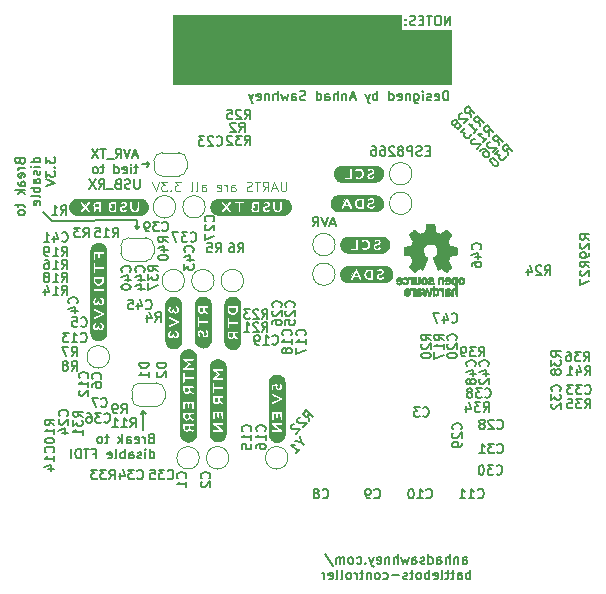
<source format=gbo>
G04 #@! TF.GenerationSoftware,KiCad,Pcbnew,(5.99.0-10089-gf88d39b4f0)*
G04 #@! TF.CreationDate,2021-04-05T01:24:07-04:00*
G04 #@! TF.ProjectId,BattlebotsController,42617474-6c65-4626-9f74-73436f6e7472,rev?*
G04 #@! TF.SameCoordinates,PXb795120PY57bcf00*
G04 #@! TF.FileFunction,Legend,Bot*
G04 #@! TF.FilePolarity,Positive*
%FSLAX46Y46*%
G04 Gerber Fmt 4.6, Leading zero omitted, Abs format (unit mm)*
G04 Created by KiCad (PCBNEW (5.99.0-10089-gf88d39b4f0)) date 2021-04-05 01:24:07*
%MOMM*%
%LPD*%
G01*
G04 APERTURE LIST*
%ADD10C,0.100000*%
%ADD11C,0.150000*%
%ADD12C,0.120000*%
%ADD13C,0.010000*%
G04 APERTURE END LIST*
D10*
X33500000Y47000000D02*
X37750000Y47000000D01*
X37750000Y47000000D02*
X37750000Y42400000D01*
X37750000Y42400000D02*
X14250000Y42400000D01*
X14250000Y42400000D02*
X14250000Y48250000D01*
X14250000Y48250000D02*
X33500000Y48250000D01*
X33500000Y48250000D02*
X33500000Y47000000D01*
G36*
X33500000Y47000000D02*
G01*
X37750000Y47000000D01*
X37750000Y42400000D01*
X14250000Y42400000D01*
X14250000Y48250000D01*
X33500000Y48250000D01*
X33500000Y47000000D01*
G37*
X33500000Y47000000D02*
X37750000Y47000000D01*
X37750000Y42400000D01*
X14250000Y42400000D01*
X14250000Y48250000D01*
X33500000Y48250000D01*
X33500000Y47000000D01*
D11*
X11700000Y13100000D02*
X11700000Y14700000D01*
X11500000Y14500000D02*
X11700000Y14700000D01*
X11600000Y35600000D02*
X12200000Y35600000D01*
X12000000Y35800000D02*
X12200000Y35600000D01*
X11400000Y30350000D02*
X11200000Y30150000D01*
X11200000Y30150000D02*
X11000000Y30350000D01*
X11200000Y30850000D02*
X11200000Y30150000D01*
X4000000Y30800000D02*
X3200000Y31600000D01*
X11700000Y14700000D02*
X11900000Y14500000D01*
X12200000Y35600000D02*
X12000000Y35400000D01*
X11200000Y30850000D02*
X4000000Y30800000D01*
X1254857Y35845358D02*
X1292952Y35731072D01*
X1331047Y35692977D01*
X1407238Y35654881D01*
X1521523Y35654881D01*
X1597714Y35692977D01*
X1635809Y35731072D01*
X1673904Y35807262D01*
X1673904Y36112024D01*
X873904Y36112024D01*
X873904Y35845358D01*
X912000Y35769167D01*
X950095Y35731072D01*
X1026285Y35692977D01*
X1102476Y35692977D01*
X1178666Y35731072D01*
X1216761Y35769167D01*
X1254857Y35845358D01*
X1254857Y36112024D01*
X1673904Y35312024D02*
X1140571Y35312024D01*
X1292952Y35312024D02*
X1216761Y35273929D01*
X1178666Y35235834D01*
X1140571Y35159643D01*
X1140571Y35083453D01*
X1635809Y34512024D02*
X1673904Y34588215D01*
X1673904Y34740596D01*
X1635809Y34816786D01*
X1559619Y34854881D01*
X1254857Y34854881D01*
X1178666Y34816786D01*
X1140571Y34740596D01*
X1140571Y34588215D01*
X1178666Y34512024D01*
X1254857Y34473929D01*
X1331047Y34473929D01*
X1407238Y34854881D01*
X1673904Y33788215D02*
X1254857Y33788215D01*
X1178666Y33826310D01*
X1140571Y33902500D01*
X1140571Y34054881D01*
X1178666Y34131072D01*
X1635809Y33788215D02*
X1673904Y33864405D01*
X1673904Y34054881D01*
X1635809Y34131072D01*
X1559619Y34169167D01*
X1483428Y34169167D01*
X1407238Y34131072D01*
X1369142Y34054881D01*
X1369142Y33864405D01*
X1331047Y33788215D01*
X1673904Y33407262D02*
X873904Y33407262D01*
X1369142Y33331072D02*
X1673904Y33102500D01*
X1140571Y33102500D02*
X1445333Y33407262D01*
X1140571Y32264405D02*
X1140571Y31959643D01*
X873904Y32150120D02*
X1559619Y32150120D01*
X1635809Y32112024D01*
X1673904Y32035834D01*
X1673904Y31959643D01*
X1673904Y31578691D02*
X1635809Y31654881D01*
X1597714Y31692977D01*
X1521523Y31731072D01*
X1292952Y31731072D01*
X1216761Y31692977D01*
X1178666Y31654881D01*
X1140571Y31578691D01*
X1140571Y31464405D01*
X1178666Y31388215D01*
X1216761Y31350120D01*
X1292952Y31312024D01*
X1521523Y31312024D01*
X1597714Y31350120D01*
X1635809Y31388215D01*
X1673904Y31464405D01*
X1673904Y31578691D01*
X2961904Y35769167D02*
X2161904Y35769167D01*
X2923809Y35769167D02*
X2961904Y35845358D01*
X2961904Y35997739D01*
X2923809Y36073929D01*
X2885714Y36112024D01*
X2809523Y36150120D01*
X2580952Y36150120D01*
X2504761Y36112024D01*
X2466666Y36073929D01*
X2428571Y35997739D01*
X2428571Y35845358D01*
X2466666Y35769167D01*
X2961904Y35388215D02*
X2428571Y35388215D01*
X2161904Y35388215D02*
X2200000Y35426310D01*
X2238095Y35388215D01*
X2200000Y35350120D01*
X2161904Y35388215D01*
X2238095Y35388215D01*
X2923809Y35045358D02*
X2961904Y34969167D01*
X2961904Y34816786D01*
X2923809Y34740596D01*
X2847619Y34702500D01*
X2809523Y34702500D01*
X2733333Y34740596D01*
X2695238Y34816786D01*
X2695238Y34931072D01*
X2657142Y35007262D01*
X2580952Y35045358D01*
X2542857Y35045358D01*
X2466666Y35007262D01*
X2428571Y34931072D01*
X2428571Y34816786D01*
X2466666Y34740596D01*
X2961904Y34016786D02*
X2542857Y34016786D01*
X2466666Y34054881D01*
X2428571Y34131072D01*
X2428571Y34283453D01*
X2466666Y34359643D01*
X2923809Y34016786D02*
X2961904Y34092977D01*
X2961904Y34283453D01*
X2923809Y34359643D01*
X2847619Y34397739D01*
X2771428Y34397739D01*
X2695238Y34359643D01*
X2657142Y34283453D01*
X2657142Y34092977D01*
X2619047Y34016786D01*
X2961904Y33635834D02*
X2161904Y33635834D01*
X2466666Y33635834D02*
X2428571Y33559643D01*
X2428571Y33407262D01*
X2466666Y33331072D01*
X2504761Y33292977D01*
X2580952Y33254881D01*
X2809523Y33254881D01*
X2885714Y33292977D01*
X2923809Y33331072D01*
X2961904Y33407262D01*
X2961904Y33559643D01*
X2923809Y33635834D01*
X2961904Y32797739D02*
X2923809Y32873929D01*
X2847619Y32912024D01*
X2161904Y32912024D01*
X2923809Y32188215D02*
X2961904Y32264405D01*
X2961904Y32416786D01*
X2923809Y32492977D01*
X2847619Y32531072D01*
X2542857Y32531072D01*
X2466666Y32492977D01*
X2428571Y32416786D01*
X2428571Y32264405D01*
X2466666Y32188215D01*
X2542857Y32150120D01*
X2619047Y32150120D01*
X2695238Y32531072D01*
X3449904Y36188215D02*
X3449904Y35692977D01*
X3754666Y35959643D01*
X3754666Y35845358D01*
X3792761Y35769167D01*
X3830857Y35731072D01*
X3907047Y35692977D01*
X4097523Y35692977D01*
X4173714Y35731072D01*
X4211809Y35769167D01*
X4249904Y35845358D01*
X4249904Y36073929D01*
X4211809Y36150120D01*
X4173714Y36188215D01*
X4173714Y35350120D02*
X4211809Y35312024D01*
X4249904Y35350120D01*
X4211809Y35388215D01*
X4173714Y35350120D01*
X4249904Y35350120D01*
X3449904Y35045358D02*
X3449904Y34550120D01*
X3754666Y34816786D01*
X3754666Y34702500D01*
X3792761Y34626310D01*
X3830857Y34588215D01*
X3907047Y34550120D01*
X4097523Y34550120D01*
X4173714Y34588215D01*
X4211809Y34626310D01*
X4249904Y34702500D01*
X4249904Y34931072D01*
X4211809Y35007262D01*
X4173714Y35045358D01*
X3449904Y34321548D02*
X4249904Y34054881D01*
X3449904Y33788215D01*
X37512023Y41038096D02*
X37512023Y41838096D01*
X37321547Y41838096D01*
X37207261Y41800000D01*
X37131071Y41723810D01*
X37092976Y41647620D01*
X37054880Y41495239D01*
X37054880Y41380953D01*
X37092976Y41228572D01*
X37131071Y41152381D01*
X37207261Y41076191D01*
X37321547Y41038096D01*
X37512023Y41038096D01*
X36407261Y41076191D02*
X36483452Y41038096D01*
X36635833Y41038096D01*
X36712023Y41076191D01*
X36750119Y41152381D01*
X36750119Y41457143D01*
X36712023Y41533334D01*
X36635833Y41571429D01*
X36483452Y41571429D01*
X36407261Y41533334D01*
X36369166Y41457143D01*
X36369166Y41380953D01*
X36750119Y41304762D01*
X36064404Y41076191D02*
X35988214Y41038096D01*
X35835833Y41038096D01*
X35759642Y41076191D01*
X35721547Y41152381D01*
X35721547Y41190477D01*
X35759642Y41266667D01*
X35835833Y41304762D01*
X35950119Y41304762D01*
X36026309Y41342858D01*
X36064404Y41419048D01*
X36064404Y41457143D01*
X36026309Y41533334D01*
X35950119Y41571429D01*
X35835833Y41571429D01*
X35759642Y41533334D01*
X35378690Y41038096D02*
X35378690Y41571429D01*
X35378690Y41838096D02*
X35416785Y41800000D01*
X35378690Y41761905D01*
X35340595Y41800000D01*
X35378690Y41838096D01*
X35378690Y41761905D01*
X34654880Y41571429D02*
X34654880Y40923810D01*
X34692976Y40847620D01*
X34731071Y40809524D01*
X34807261Y40771429D01*
X34921547Y40771429D01*
X34997738Y40809524D01*
X34654880Y41076191D02*
X34731071Y41038096D01*
X34883452Y41038096D01*
X34959642Y41076191D01*
X34997738Y41114286D01*
X35035833Y41190477D01*
X35035833Y41419048D01*
X34997738Y41495239D01*
X34959642Y41533334D01*
X34883452Y41571429D01*
X34731071Y41571429D01*
X34654880Y41533334D01*
X34273928Y41571429D02*
X34273928Y41038096D01*
X34273928Y41495239D02*
X34235833Y41533334D01*
X34159642Y41571429D01*
X34045357Y41571429D01*
X33969166Y41533334D01*
X33931071Y41457143D01*
X33931071Y41038096D01*
X33245357Y41076191D02*
X33321547Y41038096D01*
X33473928Y41038096D01*
X33550119Y41076191D01*
X33588214Y41152381D01*
X33588214Y41457143D01*
X33550119Y41533334D01*
X33473928Y41571429D01*
X33321547Y41571429D01*
X33245357Y41533334D01*
X33207261Y41457143D01*
X33207261Y41380953D01*
X33588214Y41304762D01*
X32521547Y41038096D02*
X32521547Y41838096D01*
X32521547Y41076191D02*
X32597738Y41038096D01*
X32750119Y41038096D01*
X32826309Y41076191D01*
X32864404Y41114286D01*
X32902500Y41190477D01*
X32902500Y41419048D01*
X32864404Y41495239D01*
X32826309Y41533334D01*
X32750119Y41571429D01*
X32597738Y41571429D01*
X32521547Y41533334D01*
X31531071Y41038096D02*
X31531071Y41838096D01*
X31531071Y41533334D02*
X31454880Y41571429D01*
X31302500Y41571429D01*
X31226309Y41533334D01*
X31188214Y41495239D01*
X31150119Y41419048D01*
X31150119Y41190477D01*
X31188214Y41114286D01*
X31226309Y41076191D01*
X31302500Y41038096D01*
X31454880Y41038096D01*
X31531071Y41076191D01*
X30883452Y41571429D02*
X30692976Y41038096D01*
X30502500Y41571429D02*
X30692976Y41038096D01*
X30769166Y40847620D01*
X30807261Y40809524D01*
X30883452Y40771429D01*
X29626309Y41266667D02*
X29245357Y41266667D01*
X29702500Y41038096D02*
X29435833Y41838096D01*
X29169166Y41038096D01*
X28902500Y41571429D02*
X28902500Y41038096D01*
X28902500Y41495239D02*
X28864404Y41533334D01*
X28788214Y41571429D01*
X28673928Y41571429D01*
X28597738Y41533334D01*
X28559642Y41457143D01*
X28559642Y41038096D01*
X28178690Y41038096D02*
X28178690Y41838096D01*
X27835833Y41038096D02*
X27835833Y41457143D01*
X27873928Y41533334D01*
X27950119Y41571429D01*
X28064404Y41571429D01*
X28140595Y41533334D01*
X28178690Y41495239D01*
X27112023Y41038096D02*
X27112023Y41457143D01*
X27150119Y41533334D01*
X27226309Y41571429D01*
X27378690Y41571429D01*
X27454880Y41533334D01*
X27112023Y41076191D02*
X27188214Y41038096D01*
X27378690Y41038096D01*
X27454880Y41076191D01*
X27492976Y41152381D01*
X27492976Y41228572D01*
X27454880Y41304762D01*
X27378690Y41342858D01*
X27188214Y41342858D01*
X27112023Y41380953D01*
X26388214Y41038096D02*
X26388214Y41838096D01*
X26388214Y41076191D02*
X26464404Y41038096D01*
X26616785Y41038096D01*
X26692976Y41076191D01*
X26731071Y41114286D01*
X26769166Y41190477D01*
X26769166Y41419048D01*
X26731071Y41495239D01*
X26692976Y41533334D01*
X26616785Y41571429D01*
X26464404Y41571429D01*
X26388214Y41533334D01*
X25435833Y41076191D02*
X25321547Y41038096D01*
X25131071Y41038096D01*
X25054880Y41076191D01*
X25016785Y41114286D01*
X24978690Y41190477D01*
X24978690Y41266667D01*
X25016785Y41342858D01*
X25054880Y41380953D01*
X25131071Y41419048D01*
X25283452Y41457143D01*
X25359642Y41495239D01*
X25397738Y41533334D01*
X25435833Y41609524D01*
X25435833Y41685715D01*
X25397738Y41761905D01*
X25359642Y41800000D01*
X25283452Y41838096D01*
X25092976Y41838096D01*
X24978690Y41800000D01*
X24292976Y41038096D02*
X24292976Y41457143D01*
X24331071Y41533334D01*
X24407261Y41571429D01*
X24559642Y41571429D01*
X24635833Y41533334D01*
X24292976Y41076191D02*
X24369166Y41038096D01*
X24559642Y41038096D01*
X24635833Y41076191D01*
X24673928Y41152381D01*
X24673928Y41228572D01*
X24635833Y41304762D01*
X24559642Y41342858D01*
X24369166Y41342858D01*
X24292976Y41380953D01*
X23988214Y41571429D02*
X23835833Y41038096D01*
X23683452Y41419048D01*
X23531071Y41038096D01*
X23378690Y41571429D01*
X23073928Y41038096D02*
X23073928Y41838096D01*
X22731071Y41038096D02*
X22731071Y41457143D01*
X22769166Y41533334D01*
X22845357Y41571429D01*
X22959642Y41571429D01*
X23035833Y41533334D01*
X23073928Y41495239D01*
X22350119Y41571429D02*
X22350119Y41038096D01*
X22350119Y41495239D02*
X22312023Y41533334D01*
X22235833Y41571429D01*
X22121547Y41571429D01*
X22045357Y41533334D01*
X22007261Y41457143D01*
X22007261Y41038096D01*
X21321547Y41076191D02*
X21397738Y41038096D01*
X21550119Y41038096D01*
X21626309Y41076191D01*
X21664404Y41152381D01*
X21664404Y41457143D01*
X21626309Y41533334D01*
X21550119Y41571429D01*
X21397738Y41571429D01*
X21321547Y41533334D01*
X21283452Y41457143D01*
X21283452Y41380953D01*
X21664404Y41304762D01*
X21016785Y41571429D02*
X20826309Y41038096D01*
X20635833Y41571429D02*
X20826309Y41038096D01*
X20902500Y40847620D01*
X20940595Y40809524D01*
X21016785Y40771429D01*
X11223809Y36354667D02*
X10842857Y36354667D01*
X11300000Y36126096D02*
X11033333Y36926096D01*
X10766666Y36126096D01*
X10614285Y36926096D02*
X10347619Y36126096D01*
X10080952Y36926096D01*
X9357142Y36126096D02*
X9623809Y36507048D01*
X9814285Y36126096D02*
X9814285Y36926096D01*
X9509523Y36926096D01*
X9433333Y36888000D01*
X9395238Y36849905D01*
X9357142Y36773715D01*
X9357142Y36659429D01*
X9395238Y36583239D01*
X9433333Y36545143D01*
X9509523Y36507048D01*
X9814285Y36507048D01*
X9204761Y36049905D02*
X8595238Y36049905D01*
X8519047Y36926096D02*
X8061904Y36926096D01*
X8290476Y36126096D02*
X8290476Y36926096D01*
X7871428Y36926096D02*
X7338095Y36126096D01*
X7338095Y36926096D02*
X7871428Y36126096D01*
X11242857Y35371429D02*
X10938095Y35371429D01*
X11128571Y35638096D02*
X11128571Y34952381D01*
X11090476Y34876191D01*
X11014285Y34838096D01*
X10938095Y34838096D01*
X10671428Y34838096D02*
X10671428Y35371429D01*
X10671428Y35638096D02*
X10709523Y35600000D01*
X10671428Y35561905D01*
X10633333Y35600000D01*
X10671428Y35638096D01*
X10671428Y35561905D01*
X9985714Y34876191D02*
X10061904Y34838096D01*
X10214285Y34838096D01*
X10290476Y34876191D01*
X10328571Y34952381D01*
X10328571Y35257143D01*
X10290476Y35333334D01*
X10214285Y35371429D01*
X10061904Y35371429D01*
X9985714Y35333334D01*
X9947619Y35257143D01*
X9947619Y35180953D01*
X10328571Y35104762D01*
X9261904Y34838096D02*
X9261904Y35638096D01*
X9261904Y34876191D02*
X9338095Y34838096D01*
X9490476Y34838096D01*
X9566666Y34876191D01*
X9604761Y34914286D01*
X9642857Y34990477D01*
X9642857Y35219048D01*
X9604761Y35295239D01*
X9566666Y35333334D01*
X9490476Y35371429D01*
X9338095Y35371429D01*
X9261904Y35333334D01*
X8385714Y35371429D02*
X8080952Y35371429D01*
X8271428Y35638096D02*
X8271428Y34952381D01*
X8233333Y34876191D01*
X8157142Y34838096D01*
X8080952Y34838096D01*
X7700000Y34838096D02*
X7776190Y34876191D01*
X7814285Y34914286D01*
X7852380Y34990477D01*
X7852380Y35219048D01*
X7814285Y35295239D01*
X7776190Y35333334D01*
X7700000Y35371429D01*
X7585714Y35371429D01*
X7509523Y35333334D01*
X7471428Y35295239D01*
X7433333Y35219048D01*
X7433333Y34990477D01*
X7471428Y34914286D01*
X7509523Y34876191D01*
X7585714Y34838096D01*
X7700000Y34838096D01*
X11395238Y34350096D02*
X11395238Y33702477D01*
X11357142Y33626286D01*
X11319047Y33588191D01*
X11242857Y33550096D01*
X11090476Y33550096D01*
X11014285Y33588191D01*
X10976190Y33626286D01*
X10938095Y33702477D01*
X10938095Y34350096D01*
X10595238Y33588191D02*
X10480952Y33550096D01*
X10290476Y33550096D01*
X10214285Y33588191D01*
X10176190Y33626286D01*
X10138095Y33702477D01*
X10138095Y33778667D01*
X10176190Y33854858D01*
X10214285Y33892953D01*
X10290476Y33931048D01*
X10442857Y33969143D01*
X10519047Y34007239D01*
X10557142Y34045334D01*
X10595238Y34121524D01*
X10595238Y34197715D01*
X10557142Y34273905D01*
X10519047Y34312000D01*
X10442857Y34350096D01*
X10252380Y34350096D01*
X10138095Y34312000D01*
X9528571Y33969143D02*
X9414285Y33931048D01*
X9376190Y33892953D01*
X9338095Y33816762D01*
X9338095Y33702477D01*
X9376190Y33626286D01*
X9414285Y33588191D01*
X9490476Y33550096D01*
X9795238Y33550096D01*
X9795238Y34350096D01*
X9528571Y34350096D01*
X9452380Y34312000D01*
X9414285Y34273905D01*
X9376190Y34197715D01*
X9376190Y34121524D01*
X9414285Y34045334D01*
X9452380Y34007239D01*
X9528571Y33969143D01*
X9795238Y33969143D01*
X9185714Y33473905D02*
X8576190Y33473905D01*
X7928571Y33550096D02*
X8195238Y33931048D01*
X8385714Y33550096D02*
X8385714Y34350096D01*
X8080952Y34350096D01*
X8004761Y34312000D01*
X7966666Y34273905D01*
X7928571Y34197715D01*
X7928571Y34083429D01*
X7966666Y34007239D01*
X8004761Y33969143D01*
X8080952Y33931048D01*
X8385714Y33931048D01*
X7661904Y34350096D02*
X7128571Y33550096D01*
X7128571Y34350096D02*
X7661904Y33550096D01*
X38750000Y1782096D02*
X38750000Y2201143D01*
X38788095Y2277334D01*
X38864285Y2315429D01*
X39016666Y2315429D01*
X39092857Y2277334D01*
X38750000Y1820191D02*
X38826190Y1782096D01*
X39016666Y1782096D01*
X39092857Y1820191D01*
X39130952Y1896381D01*
X39130952Y1972572D01*
X39092857Y2048762D01*
X39016666Y2086858D01*
X38826190Y2086858D01*
X38750000Y2124953D01*
X38369047Y2315429D02*
X38369047Y1782096D01*
X38369047Y2239239D02*
X38330952Y2277334D01*
X38254761Y2315429D01*
X38140476Y2315429D01*
X38064285Y2277334D01*
X38026190Y2201143D01*
X38026190Y1782096D01*
X37645238Y1782096D02*
X37645238Y2582096D01*
X37302380Y1782096D02*
X37302380Y2201143D01*
X37340476Y2277334D01*
X37416666Y2315429D01*
X37530952Y2315429D01*
X37607142Y2277334D01*
X37645238Y2239239D01*
X36578571Y1782096D02*
X36578571Y2201143D01*
X36616666Y2277334D01*
X36692857Y2315429D01*
X36845238Y2315429D01*
X36921428Y2277334D01*
X36578571Y1820191D02*
X36654761Y1782096D01*
X36845238Y1782096D01*
X36921428Y1820191D01*
X36959523Y1896381D01*
X36959523Y1972572D01*
X36921428Y2048762D01*
X36845238Y2086858D01*
X36654761Y2086858D01*
X36578571Y2124953D01*
X35854761Y1782096D02*
X35854761Y2582096D01*
X35854761Y1820191D02*
X35930952Y1782096D01*
X36083333Y1782096D01*
X36159523Y1820191D01*
X36197619Y1858286D01*
X36235714Y1934477D01*
X36235714Y2163048D01*
X36197619Y2239239D01*
X36159523Y2277334D01*
X36083333Y2315429D01*
X35930952Y2315429D01*
X35854761Y2277334D01*
X35511904Y1820191D02*
X35435714Y1782096D01*
X35283333Y1782096D01*
X35207142Y1820191D01*
X35169047Y1896381D01*
X35169047Y1934477D01*
X35207142Y2010667D01*
X35283333Y2048762D01*
X35397619Y2048762D01*
X35473809Y2086858D01*
X35511904Y2163048D01*
X35511904Y2201143D01*
X35473809Y2277334D01*
X35397619Y2315429D01*
X35283333Y2315429D01*
X35207142Y2277334D01*
X34483333Y1782096D02*
X34483333Y2201143D01*
X34521428Y2277334D01*
X34597619Y2315429D01*
X34750000Y2315429D01*
X34826190Y2277334D01*
X34483333Y1820191D02*
X34559523Y1782096D01*
X34750000Y1782096D01*
X34826190Y1820191D01*
X34864285Y1896381D01*
X34864285Y1972572D01*
X34826190Y2048762D01*
X34750000Y2086858D01*
X34559523Y2086858D01*
X34483333Y2124953D01*
X34178571Y2315429D02*
X34026190Y1782096D01*
X33873809Y2163048D01*
X33721428Y1782096D01*
X33569047Y2315429D01*
X33264285Y1782096D02*
X33264285Y2582096D01*
X32921428Y1782096D02*
X32921428Y2201143D01*
X32959523Y2277334D01*
X33035714Y2315429D01*
X33150000Y2315429D01*
X33226190Y2277334D01*
X33264285Y2239239D01*
X32540476Y2315429D02*
X32540476Y1782096D01*
X32540476Y2239239D02*
X32502380Y2277334D01*
X32426190Y2315429D01*
X32311904Y2315429D01*
X32235714Y2277334D01*
X32197619Y2201143D01*
X32197619Y1782096D01*
X31511904Y1820191D02*
X31588095Y1782096D01*
X31740476Y1782096D01*
X31816666Y1820191D01*
X31854761Y1896381D01*
X31854761Y2201143D01*
X31816666Y2277334D01*
X31740476Y2315429D01*
X31588095Y2315429D01*
X31511904Y2277334D01*
X31473809Y2201143D01*
X31473809Y2124953D01*
X31854761Y2048762D01*
X31207142Y2315429D02*
X31016666Y1782096D01*
X30826190Y2315429D02*
X31016666Y1782096D01*
X31092857Y1591620D01*
X31130952Y1553524D01*
X31207142Y1515429D01*
X30521428Y1858286D02*
X30483333Y1820191D01*
X30521428Y1782096D01*
X30559523Y1820191D01*
X30521428Y1858286D01*
X30521428Y1782096D01*
X29797619Y1820191D02*
X29873809Y1782096D01*
X30026190Y1782096D01*
X30102380Y1820191D01*
X30140476Y1858286D01*
X30178571Y1934477D01*
X30178571Y2163048D01*
X30140476Y2239239D01*
X30102380Y2277334D01*
X30026190Y2315429D01*
X29873809Y2315429D01*
X29797619Y2277334D01*
X29340476Y1782096D02*
X29416666Y1820191D01*
X29454761Y1858286D01*
X29492857Y1934477D01*
X29492857Y2163048D01*
X29454761Y2239239D01*
X29416666Y2277334D01*
X29340476Y2315429D01*
X29226190Y2315429D01*
X29150000Y2277334D01*
X29111904Y2239239D01*
X29073809Y2163048D01*
X29073809Y1934477D01*
X29111904Y1858286D01*
X29150000Y1820191D01*
X29226190Y1782096D01*
X29340476Y1782096D01*
X28730952Y1782096D02*
X28730952Y2315429D01*
X28730952Y2239239D02*
X28692857Y2277334D01*
X28616666Y2315429D01*
X28502380Y2315429D01*
X28426190Y2277334D01*
X28388095Y2201143D01*
X28388095Y1782096D01*
X28388095Y2201143D02*
X28350000Y2277334D01*
X28273809Y2315429D01*
X28159523Y2315429D01*
X28083333Y2277334D01*
X28045238Y2201143D01*
X28045238Y1782096D01*
X27092857Y2620191D02*
X27778571Y1591620D01*
X39378571Y494096D02*
X39378571Y1294096D01*
X39378571Y989334D02*
X39302380Y1027429D01*
X39150000Y1027429D01*
X39073809Y989334D01*
X39035714Y951239D01*
X38997619Y875048D01*
X38997619Y646477D01*
X39035714Y570286D01*
X39073809Y532191D01*
X39150000Y494096D01*
X39302380Y494096D01*
X39378571Y532191D01*
X38311904Y494096D02*
X38311904Y913143D01*
X38350000Y989334D01*
X38426190Y1027429D01*
X38578571Y1027429D01*
X38654761Y989334D01*
X38311904Y532191D02*
X38388095Y494096D01*
X38578571Y494096D01*
X38654761Y532191D01*
X38692857Y608381D01*
X38692857Y684572D01*
X38654761Y760762D01*
X38578571Y798858D01*
X38388095Y798858D01*
X38311904Y836953D01*
X38045238Y1027429D02*
X37740476Y1027429D01*
X37930952Y1294096D02*
X37930952Y608381D01*
X37892857Y532191D01*
X37816666Y494096D01*
X37740476Y494096D01*
X37588095Y1027429D02*
X37283333Y1027429D01*
X37473809Y1294096D02*
X37473809Y608381D01*
X37435714Y532191D01*
X37359523Y494096D01*
X37283333Y494096D01*
X36902380Y494096D02*
X36978571Y532191D01*
X37016666Y608381D01*
X37016666Y1294096D01*
X36292857Y532191D02*
X36369047Y494096D01*
X36521428Y494096D01*
X36597619Y532191D01*
X36635714Y608381D01*
X36635714Y913143D01*
X36597619Y989334D01*
X36521428Y1027429D01*
X36369047Y1027429D01*
X36292857Y989334D01*
X36254761Y913143D01*
X36254761Y836953D01*
X36635714Y760762D01*
X35911904Y494096D02*
X35911904Y1294096D01*
X35911904Y989334D02*
X35835714Y1027429D01*
X35683333Y1027429D01*
X35607142Y989334D01*
X35569047Y951239D01*
X35530952Y875048D01*
X35530952Y646477D01*
X35569047Y570286D01*
X35607142Y532191D01*
X35683333Y494096D01*
X35835714Y494096D01*
X35911904Y532191D01*
X35073809Y494096D02*
X35150000Y532191D01*
X35188095Y570286D01*
X35226190Y646477D01*
X35226190Y875048D01*
X35188095Y951239D01*
X35150000Y989334D01*
X35073809Y1027429D01*
X34959523Y1027429D01*
X34883333Y989334D01*
X34845238Y951239D01*
X34807142Y875048D01*
X34807142Y646477D01*
X34845238Y570286D01*
X34883333Y532191D01*
X34959523Y494096D01*
X35073809Y494096D01*
X34578571Y1027429D02*
X34273809Y1027429D01*
X34464285Y1294096D02*
X34464285Y608381D01*
X34426190Y532191D01*
X34350000Y494096D01*
X34273809Y494096D01*
X34045238Y532191D02*
X33969047Y494096D01*
X33816666Y494096D01*
X33740476Y532191D01*
X33702380Y608381D01*
X33702380Y646477D01*
X33740476Y722667D01*
X33816666Y760762D01*
X33930952Y760762D01*
X34007142Y798858D01*
X34045238Y875048D01*
X34045238Y913143D01*
X34007142Y989334D01*
X33930952Y1027429D01*
X33816666Y1027429D01*
X33740476Y989334D01*
X33359523Y798858D02*
X32750000Y798858D01*
X32026190Y532191D02*
X32102380Y494096D01*
X32254761Y494096D01*
X32330952Y532191D01*
X32369047Y570286D01*
X32407142Y646477D01*
X32407142Y875048D01*
X32369047Y951239D01*
X32330952Y989334D01*
X32254761Y1027429D01*
X32102380Y1027429D01*
X32026190Y989334D01*
X31569047Y494096D02*
X31645238Y532191D01*
X31683333Y570286D01*
X31721428Y646477D01*
X31721428Y875048D01*
X31683333Y951239D01*
X31645238Y989334D01*
X31569047Y1027429D01*
X31454761Y1027429D01*
X31378571Y989334D01*
X31340476Y951239D01*
X31302380Y875048D01*
X31302380Y646477D01*
X31340476Y570286D01*
X31378571Y532191D01*
X31454761Y494096D01*
X31569047Y494096D01*
X30959523Y1027429D02*
X30959523Y494096D01*
X30959523Y951239D02*
X30921428Y989334D01*
X30845238Y1027429D01*
X30730952Y1027429D01*
X30654761Y989334D01*
X30616666Y913143D01*
X30616666Y494096D01*
X30350000Y1027429D02*
X30045238Y1027429D01*
X30235714Y1294096D02*
X30235714Y608381D01*
X30197619Y532191D01*
X30121428Y494096D01*
X30045238Y494096D01*
X29778571Y494096D02*
X29778571Y1027429D01*
X29778571Y875048D02*
X29740476Y951239D01*
X29702380Y989334D01*
X29626190Y1027429D01*
X29550000Y1027429D01*
X29169047Y494096D02*
X29245238Y532191D01*
X29283333Y570286D01*
X29321428Y646477D01*
X29321428Y875048D01*
X29283333Y951239D01*
X29245238Y989334D01*
X29169047Y1027429D01*
X29054761Y1027429D01*
X28978571Y989334D01*
X28940476Y951239D01*
X28902380Y875048D01*
X28902380Y646477D01*
X28940476Y570286D01*
X28978571Y532191D01*
X29054761Y494096D01*
X29169047Y494096D01*
X28445238Y494096D02*
X28521428Y532191D01*
X28559523Y608381D01*
X28559523Y1294096D01*
X28026190Y494096D02*
X28102380Y532191D01*
X28140476Y608381D01*
X28140476Y1294096D01*
X27416666Y532191D02*
X27492857Y494096D01*
X27645238Y494096D01*
X27721428Y532191D01*
X27759523Y608381D01*
X27759523Y913143D01*
X27721428Y989334D01*
X27645238Y1027429D01*
X27492857Y1027429D01*
X27416666Y989334D01*
X27378571Y913143D01*
X27378571Y836953D01*
X27759523Y760762D01*
X27035714Y494096D02*
X27035714Y1027429D01*
X27035714Y875048D02*
X26997619Y951239D01*
X26959523Y989334D01*
X26883333Y1027429D01*
X26807142Y1027429D01*
D12*
X23800000Y34138096D02*
X23800000Y33490477D01*
X23761904Y33414286D01*
X23723809Y33376191D01*
X23647619Y33338096D01*
X23495238Y33338096D01*
X23419047Y33376191D01*
X23380952Y33414286D01*
X23342857Y33490477D01*
X23342857Y34138096D01*
X23000000Y33566667D02*
X22619047Y33566667D01*
X23076190Y33338096D02*
X22809523Y34138096D01*
X22542857Y33338096D01*
X21819047Y33338096D02*
X22085714Y33719048D01*
X22276190Y33338096D02*
X22276190Y34138096D01*
X21971428Y34138096D01*
X21895238Y34100000D01*
X21857142Y34061905D01*
X21819047Y33985715D01*
X21819047Y33871429D01*
X21857142Y33795239D01*
X21895238Y33757143D01*
X21971428Y33719048D01*
X22276190Y33719048D01*
X21590476Y34138096D02*
X21133333Y34138096D01*
X21361904Y33338096D02*
X21361904Y34138096D01*
X20904761Y33376191D02*
X20790476Y33338096D01*
X20600000Y33338096D01*
X20523809Y33376191D01*
X20485714Y33414286D01*
X20447619Y33490477D01*
X20447619Y33566667D01*
X20485714Y33642858D01*
X20523809Y33680953D01*
X20600000Y33719048D01*
X20752380Y33757143D01*
X20828571Y33795239D01*
X20866666Y33833334D01*
X20904761Y33909524D01*
X20904761Y33985715D01*
X20866666Y34061905D01*
X20828571Y34100000D01*
X20752380Y34138096D01*
X20561904Y34138096D01*
X20447619Y34100000D01*
X19152380Y33338096D02*
X19152380Y33757143D01*
X19190476Y33833334D01*
X19266666Y33871429D01*
X19419047Y33871429D01*
X19495238Y33833334D01*
X19152380Y33376191D02*
X19228571Y33338096D01*
X19419047Y33338096D01*
X19495238Y33376191D01*
X19533333Y33452381D01*
X19533333Y33528572D01*
X19495238Y33604762D01*
X19419047Y33642858D01*
X19228571Y33642858D01*
X19152380Y33680953D01*
X18771428Y33338096D02*
X18771428Y33871429D01*
X18771428Y33719048D02*
X18733333Y33795239D01*
X18695238Y33833334D01*
X18619047Y33871429D01*
X18542857Y33871429D01*
X17971428Y33376191D02*
X18047619Y33338096D01*
X18200000Y33338096D01*
X18276190Y33376191D01*
X18314285Y33452381D01*
X18314285Y33757143D01*
X18276190Y33833334D01*
X18200000Y33871429D01*
X18047619Y33871429D01*
X17971428Y33833334D01*
X17933333Y33757143D01*
X17933333Y33680953D01*
X18314285Y33604762D01*
X16638095Y33338096D02*
X16638095Y33757143D01*
X16676190Y33833334D01*
X16752380Y33871429D01*
X16904761Y33871429D01*
X16980952Y33833334D01*
X16638095Y33376191D02*
X16714285Y33338096D01*
X16904761Y33338096D01*
X16980952Y33376191D01*
X17019047Y33452381D01*
X17019047Y33528572D01*
X16980952Y33604762D01*
X16904761Y33642858D01*
X16714285Y33642858D01*
X16638095Y33680953D01*
X16142857Y33338096D02*
X16219047Y33376191D01*
X16257142Y33452381D01*
X16257142Y34138096D01*
X15723809Y33338096D02*
X15800000Y33376191D01*
X15838095Y33452381D01*
X15838095Y34138096D01*
X14885714Y34138096D02*
X14390476Y34138096D01*
X14657142Y33833334D01*
X14542857Y33833334D01*
X14466666Y33795239D01*
X14428571Y33757143D01*
X14390476Y33680953D01*
X14390476Y33490477D01*
X14428571Y33414286D01*
X14466666Y33376191D01*
X14542857Y33338096D01*
X14771428Y33338096D01*
X14847619Y33376191D01*
X14885714Y33414286D01*
X14047619Y33414286D02*
X14009523Y33376191D01*
X14047619Y33338096D01*
X14085714Y33376191D01*
X14047619Y33414286D01*
X14047619Y33338096D01*
X13742857Y34138096D02*
X13247619Y34138096D01*
X13514285Y33833334D01*
X13400000Y33833334D01*
X13323809Y33795239D01*
X13285714Y33757143D01*
X13247619Y33680953D01*
X13247619Y33490477D01*
X13285714Y33414286D01*
X13323809Y33376191D01*
X13400000Y33338096D01*
X13628571Y33338096D01*
X13704761Y33376191D01*
X13742857Y33414286D01*
X13019047Y34138096D02*
X12752380Y33338096D01*
X12485714Y34138096D01*
D11*
X12345357Y12401143D02*
X12231071Y12363048D01*
X12192976Y12324953D01*
X12154880Y12248762D01*
X12154880Y12134477D01*
X12192976Y12058286D01*
X12231071Y12020191D01*
X12307261Y11982096D01*
X12612023Y11982096D01*
X12612023Y12782096D01*
X12345357Y12782096D01*
X12269166Y12744000D01*
X12231071Y12705905D01*
X12192976Y12629715D01*
X12192976Y12553524D01*
X12231071Y12477334D01*
X12269166Y12439239D01*
X12345357Y12401143D01*
X12612023Y12401143D01*
X11812023Y11982096D02*
X11812023Y12515429D01*
X11812023Y12363048D02*
X11773928Y12439239D01*
X11735833Y12477334D01*
X11659642Y12515429D01*
X11583452Y12515429D01*
X11012023Y12020191D02*
X11088214Y11982096D01*
X11240595Y11982096D01*
X11316785Y12020191D01*
X11354880Y12096381D01*
X11354880Y12401143D01*
X11316785Y12477334D01*
X11240595Y12515429D01*
X11088214Y12515429D01*
X11012023Y12477334D01*
X10973928Y12401143D01*
X10973928Y12324953D01*
X11354880Y12248762D01*
X10288214Y11982096D02*
X10288214Y12401143D01*
X10326309Y12477334D01*
X10402500Y12515429D01*
X10554880Y12515429D01*
X10631071Y12477334D01*
X10288214Y12020191D02*
X10364404Y11982096D01*
X10554880Y11982096D01*
X10631071Y12020191D01*
X10669166Y12096381D01*
X10669166Y12172572D01*
X10631071Y12248762D01*
X10554880Y12286858D01*
X10364404Y12286858D01*
X10288214Y12324953D01*
X9907261Y11982096D02*
X9907261Y12782096D01*
X9831071Y12286858D02*
X9602500Y11982096D01*
X9602500Y12515429D02*
X9907261Y12210667D01*
X8764404Y12515429D02*
X8459642Y12515429D01*
X8650119Y12782096D02*
X8650119Y12096381D01*
X8612023Y12020191D01*
X8535833Y11982096D01*
X8459642Y11982096D01*
X8078690Y11982096D02*
X8154880Y12020191D01*
X8192976Y12058286D01*
X8231071Y12134477D01*
X8231071Y12363048D01*
X8192976Y12439239D01*
X8154880Y12477334D01*
X8078690Y12515429D01*
X7964404Y12515429D01*
X7888214Y12477334D01*
X7850119Y12439239D01*
X7812023Y12363048D01*
X7812023Y12134477D01*
X7850119Y12058286D01*
X7888214Y12020191D01*
X7964404Y11982096D01*
X8078690Y11982096D01*
X12269166Y10694096D02*
X12269166Y11494096D01*
X12269166Y10732191D02*
X12345357Y10694096D01*
X12497738Y10694096D01*
X12573928Y10732191D01*
X12612023Y10770286D01*
X12650119Y10846477D01*
X12650119Y11075048D01*
X12612023Y11151239D01*
X12573928Y11189334D01*
X12497738Y11227429D01*
X12345357Y11227429D01*
X12269166Y11189334D01*
X11888214Y10694096D02*
X11888214Y11227429D01*
X11888214Y11494096D02*
X11926309Y11456000D01*
X11888214Y11417905D01*
X11850119Y11456000D01*
X11888214Y11494096D01*
X11888214Y11417905D01*
X11545357Y10732191D02*
X11469166Y10694096D01*
X11316785Y10694096D01*
X11240595Y10732191D01*
X11202500Y10808381D01*
X11202500Y10846477D01*
X11240595Y10922667D01*
X11316785Y10960762D01*
X11431071Y10960762D01*
X11507261Y10998858D01*
X11545357Y11075048D01*
X11545357Y11113143D01*
X11507261Y11189334D01*
X11431071Y11227429D01*
X11316785Y11227429D01*
X11240595Y11189334D01*
X10516785Y10694096D02*
X10516785Y11113143D01*
X10554880Y11189334D01*
X10631071Y11227429D01*
X10783452Y11227429D01*
X10859642Y11189334D01*
X10516785Y10732191D02*
X10592976Y10694096D01*
X10783452Y10694096D01*
X10859642Y10732191D01*
X10897738Y10808381D01*
X10897738Y10884572D01*
X10859642Y10960762D01*
X10783452Y10998858D01*
X10592976Y10998858D01*
X10516785Y11036953D01*
X10135833Y10694096D02*
X10135833Y11494096D01*
X10135833Y11189334D02*
X10059642Y11227429D01*
X9907261Y11227429D01*
X9831071Y11189334D01*
X9792976Y11151239D01*
X9754880Y11075048D01*
X9754880Y10846477D01*
X9792976Y10770286D01*
X9831071Y10732191D01*
X9907261Y10694096D01*
X10059642Y10694096D01*
X10135833Y10732191D01*
X9297738Y10694096D02*
X9373928Y10732191D01*
X9412023Y10808381D01*
X9412023Y11494096D01*
X8688214Y10732191D02*
X8764404Y10694096D01*
X8916785Y10694096D01*
X8992976Y10732191D01*
X9031071Y10808381D01*
X9031071Y11113143D01*
X8992976Y11189334D01*
X8916785Y11227429D01*
X8764404Y11227429D01*
X8688214Y11189334D01*
X8650119Y11113143D01*
X8650119Y11036953D01*
X9031071Y10960762D01*
X7431071Y11113143D02*
X7697738Y11113143D01*
X7697738Y10694096D02*
X7697738Y11494096D01*
X7316785Y11494096D01*
X7126309Y11494096D02*
X6669166Y11494096D01*
X6897738Y10694096D02*
X6897738Y11494096D01*
X6402500Y10694096D02*
X6402500Y11494096D01*
X6212023Y11494096D01*
X6097738Y11456000D01*
X6021547Y11379810D01*
X5983452Y11303620D01*
X5945357Y11151239D01*
X5945357Y11036953D01*
X5983452Y10884572D01*
X6021547Y10808381D01*
X6097738Y10732191D01*
X6212023Y10694096D01*
X6402500Y10694096D01*
X5602500Y10694096D02*
X5602500Y11494096D01*
X35976190Y36757143D02*
X35709523Y36757143D01*
X35595238Y36338096D02*
X35976190Y36338096D01*
X35976190Y37138096D01*
X35595238Y37138096D01*
X35290476Y36376191D02*
X35176190Y36338096D01*
X34985714Y36338096D01*
X34909523Y36376191D01*
X34871428Y36414286D01*
X34833333Y36490477D01*
X34833333Y36566667D01*
X34871428Y36642858D01*
X34909523Y36680953D01*
X34985714Y36719048D01*
X35138095Y36757143D01*
X35214285Y36795239D01*
X35252380Y36833334D01*
X35290476Y36909524D01*
X35290476Y36985715D01*
X35252380Y37061905D01*
X35214285Y37100000D01*
X35138095Y37138096D01*
X34947619Y37138096D01*
X34833333Y37100000D01*
X34490476Y36338096D02*
X34490476Y37138096D01*
X34185714Y37138096D01*
X34109523Y37100000D01*
X34071428Y37061905D01*
X34033333Y36985715D01*
X34033333Y36871429D01*
X34071428Y36795239D01*
X34109523Y36757143D01*
X34185714Y36719048D01*
X34490476Y36719048D01*
X33576190Y36795239D02*
X33652380Y36833334D01*
X33690476Y36871429D01*
X33728571Y36947620D01*
X33728571Y36985715D01*
X33690476Y37061905D01*
X33652380Y37100000D01*
X33576190Y37138096D01*
X33423809Y37138096D01*
X33347619Y37100000D01*
X33309523Y37061905D01*
X33271428Y36985715D01*
X33271428Y36947620D01*
X33309523Y36871429D01*
X33347619Y36833334D01*
X33423809Y36795239D01*
X33576190Y36795239D01*
X33652380Y36757143D01*
X33690476Y36719048D01*
X33728571Y36642858D01*
X33728571Y36490477D01*
X33690476Y36414286D01*
X33652380Y36376191D01*
X33576190Y36338096D01*
X33423809Y36338096D01*
X33347619Y36376191D01*
X33309523Y36414286D01*
X33271428Y36490477D01*
X33271428Y36642858D01*
X33309523Y36719048D01*
X33347619Y36757143D01*
X33423809Y36795239D01*
X32966666Y37061905D02*
X32928571Y37100000D01*
X32852380Y37138096D01*
X32661904Y37138096D01*
X32585714Y37100000D01*
X32547619Y37061905D01*
X32509523Y36985715D01*
X32509523Y36909524D01*
X32547619Y36795239D01*
X33004761Y36338096D01*
X32509523Y36338096D01*
X31823809Y37138096D02*
X31976190Y37138096D01*
X32052380Y37100000D01*
X32090476Y37061905D01*
X32166666Y36947620D01*
X32204761Y36795239D01*
X32204761Y36490477D01*
X32166666Y36414286D01*
X32128571Y36376191D01*
X32052380Y36338096D01*
X31900000Y36338096D01*
X31823809Y36376191D01*
X31785714Y36414286D01*
X31747619Y36490477D01*
X31747619Y36680953D01*
X31785714Y36757143D01*
X31823809Y36795239D01*
X31900000Y36833334D01*
X32052380Y36833334D01*
X32128571Y36795239D01*
X32166666Y36757143D01*
X32204761Y36680953D01*
X31061904Y37138096D02*
X31214285Y37138096D01*
X31290476Y37100000D01*
X31328571Y37061905D01*
X31404761Y36947620D01*
X31442857Y36795239D01*
X31442857Y36490477D01*
X31404761Y36414286D01*
X31366666Y36376191D01*
X31290476Y36338096D01*
X31138095Y36338096D01*
X31061904Y36376191D01*
X31023809Y36414286D01*
X30985714Y36490477D01*
X30985714Y36680953D01*
X31023809Y36757143D01*
X31061904Y36795239D01*
X31138095Y36833334D01*
X31290476Y36833334D01*
X31366666Y36795239D01*
X31404761Y36757143D01*
X31442857Y36680953D01*
X27930833Y30566667D02*
X27549880Y30566667D01*
X28007023Y30338096D02*
X27740357Y31138096D01*
X27473690Y30338096D01*
X27321309Y31138096D02*
X27054642Y30338096D01*
X26787976Y31138096D01*
X26064166Y30338096D02*
X26330833Y30719048D01*
X26521309Y30338096D02*
X26521309Y31138096D01*
X26216547Y31138096D01*
X26140357Y31100000D01*
X26102261Y31061905D01*
X26064166Y30985715D01*
X26064166Y30871429D01*
X26102261Y30795239D01*
X26140357Y30757143D01*
X26216547Y30719048D01*
X26521309Y30719048D01*
X37712023Y47388096D02*
X37712023Y48188096D01*
X37254880Y47388096D01*
X37254880Y48188096D01*
X36721547Y48188096D02*
X36569166Y48188096D01*
X36492976Y48150000D01*
X36416785Y48073810D01*
X36378690Y47921429D01*
X36378690Y47654762D01*
X36416785Y47502381D01*
X36492976Y47426191D01*
X36569166Y47388096D01*
X36721547Y47388096D01*
X36797738Y47426191D01*
X36873928Y47502381D01*
X36912023Y47654762D01*
X36912023Y47921429D01*
X36873928Y48073810D01*
X36797738Y48150000D01*
X36721547Y48188096D01*
X36150119Y48188096D02*
X35692976Y48188096D01*
X35921547Y47388096D02*
X35921547Y48188096D01*
X35426309Y47807143D02*
X35159642Y47807143D01*
X35045357Y47388096D02*
X35426309Y47388096D01*
X35426309Y48188096D01*
X35045357Y48188096D01*
X34740595Y47426191D02*
X34626309Y47388096D01*
X34435833Y47388096D01*
X34359642Y47426191D01*
X34321547Y47464286D01*
X34283452Y47540477D01*
X34283452Y47616667D01*
X34321547Y47692858D01*
X34359642Y47730953D01*
X34435833Y47769048D01*
X34588214Y47807143D01*
X34664404Y47845239D01*
X34702500Y47883334D01*
X34740595Y47959524D01*
X34740595Y48035715D01*
X34702500Y48111905D01*
X34664404Y48150000D01*
X34588214Y48188096D01*
X34397738Y48188096D01*
X34283452Y48150000D01*
X33940595Y47464286D02*
X33902500Y47426191D01*
X33940595Y47388096D01*
X33978690Y47426191D01*
X33940595Y47464286D01*
X33940595Y47388096D01*
X33940595Y47883334D02*
X33902500Y47845239D01*
X33940595Y47807143D01*
X33978690Y47845239D01*
X33940595Y47883334D01*
X33940595Y47807143D01*
G04 #@! TO.C,C27*
X17635714Y30764286D02*
X17673809Y30802381D01*
X17711904Y30916667D01*
X17711904Y30992858D01*
X17673809Y31107143D01*
X17597619Y31183334D01*
X17521428Y31221429D01*
X17369047Y31259524D01*
X17254761Y31259524D01*
X17102380Y31221429D01*
X17026190Y31183334D01*
X16950000Y31107143D01*
X16911904Y30992858D01*
X16911904Y30916667D01*
X16950000Y30802381D01*
X16988095Y30764286D01*
X16988095Y30459524D02*
X16950000Y30421429D01*
X16911904Y30345239D01*
X16911904Y30154762D01*
X16950000Y30078572D01*
X16988095Y30040477D01*
X17064285Y30002381D01*
X17140476Y30002381D01*
X17254761Y30040477D01*
X17711904Y30497620D01*
X17711904Y30002381D01*
X16911904Y29735715D02*
X16911904Y29202381D01*
X17711904Y29545239D01*
G04 #@! TO.C,C23*
X17914285Y37264286D02*
X17952380Y37226191D01*
X18066666Y37188096D01*
X18142857Y37188096D01*
X18257142Y37226191D01*
X18333333Y37302381D01*
X18371428Y37378572D01*
X18409523Y37530953D01*
X18409523Y37645239D01*
X18371428Y37797620D01*
X18333333Y37873810D01*
X18257142Y37950000D01*
X18142857Y37988096D01*
X18066666Y37988096D01*
X17952380Y37950000D01*
X17914285Y37911905D01*
X17609523Y37911905D02*
X17571428Y37950000D01*
X17495238Y37988096D01*
X17304761Y37988096D01*
X17228571Y37950000D01*
X17190476Y37911905D01*
X17152380Y37835715D01*
X17152380Y37759524D01*
X17190476Y37645239D01*
X17647619Y37188096D01*
X17152380Y37188096D01*
X16885714Y37988096D02*
X16390476Y37988096D01*
X16657142Y37683334D01*
X16542857Y37683334D01*
X16466666Y37645239D01*
X16428571Y37607143D01*
X16390476Y37530953D01*
X16390476Y37340477D01*
X16428571Y37264286D01*
X16466666Y37226191D01*
X16542857Y37188096D01*
X16771428Y37188096D01*
X16847619Y37226191D01*
X16885714Y37264286D01*
G04 #@! TO.C,C16*
X21985714Y13014286D02*
X22023809Y13052381D01*
X22061904Y13166667D01*
X22061904Y13242858D01*
X22023809Y13357143D01*
X21947619Y13433334D01*
X21871428Y13471429D01*
X21719047Y13509524D01*
X21604761Y13509524D01*
X21452380Y13471429D01*
X21376190Y13433334D01*
X21300000Y13357143D01*
X21261904Y13242858D01*
X21261904Y13166667D01*
X21300000Y13052381D01*
X21338095Y13014286D01*
X22061904Y12252381D02*
X22061904Y12709524D01*
X22061904Y12480953D02*
X21261904Y12480953D01*
X21376190Y12557143D01*
X21452380Y12633334D01*
X21490476Y12709524D01*
X21261904Y11566667D02*
X21261904Y11719048D01*
X21300000Y11795239D01*
X21338095Y11833334D01*
X21452380Y11909524D01*
X21604761Y11947620D01*
X21909523Y11947620D01*
X21985714Y11909524D01*
X22023809Y11871429D01*
X22061904Y11795239D01*
X22061904Y11642858D01*
X22023809Y11566667D01*
X21985714Y11528572D01*
X21909523Y11490477D01*
X21719047Y11490477D01*
X21642857Y11528572D01*
X21604761Y11566667D01*
X21566666Y11642858D01*
X21566666Y11795239D01*
X21604761Y11871429D01*
X21642857Y11909524D01*
X21719047Y11947620D01*
G04 #@! TO.C,C15*
X20785714Y13014286D02*
X20823809Y13052381D01*
X20861904Y13166667D01*
X20861904Y13242858D01*
X20823809Y13357143D01*
X20747619Y13433334D01*
X20671428Y13471429D01*
X20519047Y13509524D01*
X20404761Y13509524D01*
X20252380Y13471429D01*
X20176190Y13433334D01*
X20100000Y13357143D01*
X20061904Y13242858D01*
X20061904Y13166667D01*
X20100000Y13052381D01*
X20138095Y13014286D01*
X20861904Y12252381D02*
X20861904Y12709524D01*
X20861904Y12480953D02*
X20061904Y12480953D01*
X20176190Y12557143D01*
X20252380Y12633334D01*
X20290476Y12709524D01*
X20061904Y11528572D02*
X20061904Y11909524D01*
X20442857Y11947620D01*
X20404761Y11909524D01*
X20366666Y11833334D01*
X20366666Y11642858D01*
X20404761Y11566667D01*
X20442857Y11528572D01*
X20519047Y11490477D01*
X20709523Y11490477D01*
X20785714Y11528572D01*
X20823809Y11566667D01*
X20861904Y11642858D01*
X20861904Y11833334D01*
X20823809Y11909524D01*
X20785714Y11947620D01*
G04 #@! TO.C,C14*
X4085714Y11214286D02*
X4123809Y11252381D01*
X4161904Y11366667D01*
X4161904Y11442858D01*
X4123809Y11557143D01*
X4047619Y11633334D01*
X3971428Y11671429D01*
X3819047Y11709524D01*
X3704761Y11709524D01*
X3552380Y11671429D01*
X3476190Y11633334D01*
X3400000Y11557143D01*
X3361904Y11442858D01*
X3361904Y11366667D01*
X3400000Y11252381D01*
X3438095Y11214286D01*
X4161904Y10452381D02*
X4161904Y10909524D01*
X4161904Y10680953D02*
X3361904Y10680953D01*
X3476190Y10757143D01*
X3552380Y10833334D01*
X3590476Y10909524D01*
X3628571Y9766667D02*
X4161904Y9766667D01*
X3323809Y9957143D02*
X3895238Y10147620D01*
X3895238Y9652381D01*
G04 #@! TO.C,C4*
X6085714Y23833334D02*
X6123809Y23871429D01*
X6161904Y23985715D01*
X6161904Y24061905D01*
X6123809Y24176191D01*
X6047619Y24252381D01*
X5971428Y24290477D01*
X5819047Y24328572D01*
X5704761Y24328572D01*
X5552380Y24290477D01*
X5476190Y24252381D01*
X5400000Y24176191D01*
X5361904Y24061905D01*
X5361904Y23985715D01*
X5400000Y23871429D01*
X5438095Y23833334D01*
X5628571Y23147620D02*
X6161904Y23147620D01*
X5323809Y23338096D02*
X5895238Y23528572D01*
X5895238Y23033334D01*
G04 #@! TO.C,C5*
X6433333Y21914286D02*
X6471428Y21876191D01*
X6585714Y21838096D01*
X6661904Y21838096D01*
X6776190Y21876191D01*
X6852380Y21952381D01*
X6890476Y22028572D01*
X6928571Y22180953D01*
X6928571Y22295239D01*
X6890476Y22447620D01*
X6852380Y22523810D01*
X6776190Y22600000D01*
X6661904Y22638096D01*
X6585714Y22638096D01*
X6471428Y22600000D01*
X6433333Y22561905D01*
X5709523Y22638096D02*
X6090476Y22638096D01*
X6128571Y22257143D01*
X6090476Y22295239D01*
X6014285Y22333334D01*
X5823809Y22333334D01*
X5747619Y22295239D01*
X5709523Y22257143D01*
X5671428Y22180953D01*
X5671428Y21990477D01*
X5709523Y21914286D01*
X5747619Y21876191D01*
X5823809Y21838096D01*
X6014285Y21838096D01*
X6090476Y21876191D01*
X6128571Y21914286D01*
G04 #@! TO.C,C24*
X5285714Y14314286D02*
X5323809Y14352381D01*
X5361904Y14466667D01*
X5361904Y14542858D01*
X5323809Y14657143D01*
X5247619Y14733334D01*
X5171428Y14771429D01*
X5019047Y14809524D01*
X4904761Y14809524D01*
X4752380Y14771429D01*
X4676190Y14733334D01*
X4600000Y14657143D01*
X4561904Y14542858D01*
X4561904Y14466667D01*
X4600000Y14352381D01*
X4638095Y14314286D01*
X4638095Y14009524D02*
X4600000Y13971429D01*
X4561904Y13895239D01*
X4561904Y13704762D01*
X4600000Y13628572D01*
X4638095Y13590477D01*
X4714285Y13552381D01*
X4790476Y13552381D01*
X4904761Y13590477D01*
X5361904Y14047620D01*
X5361904Y13552381D01*
X4828571Y12866667D02*
X5361904Y12866667D01*
X4523809Y13057143D02*
X5095238Y13247620D01*
X5095238Y12752381D01*
G04 #@! TO.C,R9*
X9833333Y14538096D02*
X10100000Y14919048D01*
X10290476Y14538096D02*
X10290476Y15338096D01*
X9985714Y15338096D01*
X9909523Y15300000D01*
X9871428Y15261905D01*
X9833333Y15185715D01*
X9833333Y15071429D01*
X9871428Y14995239D01*
X9909523Y14957143D01*
X9985714Y14919048D01*
X10290476Y14919048D01*
X9452380Y14538096D02*
X9300000Y14538096D01*
X9223809Y14576191D01*
X9185714Y14614286D01*
X9109523Y14728572D01*
X9071428Y14880953D01*
X9071428Y15185715D01*
X9109523Y15261905D01*
X9147619Y15300000D01*
X9223809Y15338096D01*
X9376190Y15338096D01*
X9452380Y15300000D01*
X9490476Y15261905D01*
X9528571Y15185715D01*
X9528571Y14995239D01*
X9490476Y14919048D01*
X9452380Y14880953D01*
X9376190Y14842858D01*
X9223809Y14842858D01*
X9147619Y14880953D01*
X9109523Y14919048D01*
X9071428Y14995239D01*
G04 #@! TO.C,R11*
X10614285Y13338096D02*
X10880952Y13719048D01*
X11071428Y13338096D02*
X11071428Y14138096D01*
X10766666Y14138096D01*
X10690476Y14100000D01*
X10652380Y14061905D01*
X10614285Y13985715D01*
X10614285Y13871429D01*
X10652380Y13795239D01*
X10690476Y13757143D01*
X10766666Y13719048D01*
X11071428Y13719048D01*
X9852380Y13338096D02*
X10309523Y13338096D01*
X10080952Y13338096D02*
X10080952Y14138096D01*
X10157142Y14023810D01*
X10233333Y13947620D01*
X10309523Y13909524D01*
X9090476Y13338096D02*
X9547619Y13338096D01*
X9319047Y13338096D02*
X9319047Y14138096D01*
X9395238Y14023810D01*
X9471428Y13947620D01*
X9547619Y13909524D01*
G04 #@! TO.C,R2*
X19833333Y38338096D02*
X20100000Y38719048D01*
X20290476Y38338096D02*
X20290476Y39138096D01*
X19985714Y39138096D01*
X19909523Y39100000D01*
X19871428Y39061905D01*
X19833333Y38985715D01*
X19833333Y38871429D01*
X19871428Y38795239D01*
X19909523Y38757143D01*
X19985714Y38719048D01*
X20290476Y38719048D01*
X19528571Y39061905D02*
X19490476Y39100000D01*
X19414285Y39138096D01*
X19223809Y39138096D01*
X19147619Y39100000D01*
X19109523Y39061905D01*
X19071428Y38985715D01*
X19071428Y38909524D01*
X19109523Y38795239D01*
X19566666Y38338096D01*
X19071428Y38338096D01*
G04 #@! TO.C,R18*
X4814285Y25638096D02*
X5080952Y26019048D01*
X5271428Y25638096D02*
X5271428Y26438096D01*
X4966666Y26438096D01*
X4890476Y26400000D01*
X4852380Y26361905D01*
X4814285Y26285715D01*
X4814285Y26171429D01*
X4852380Y26095239D01*
X4890476Y26057143D01*
X4966666Y26019048D01*
X5271428Y26019048D01*
X4052380Y25638096D02*
X4509523Y25638096D01*
X4280952Y25638096D02*
X4280952Y26438096D01*
X4357142Y26323810D01*
X4433333Y26247620D01*
X4509523Y26209524D01*
X3595238Y26095239D02*
X3671428Y26133334D01*
X3709523Y26171429D01*
X3747619Y26247620D01*
X3747619Y26285715D01*
X3709523Y26361905D01*
X3671428Y26400000D01*
X3595238Y26438096D01*
X3442857Y26438096D01*
X3366666Y26400000D01*
X3328571Y26361905D01*
X3290476Y26285715D01*
X3290476Y26247620D01*
X3328571Y26171429D01*
X3366666Y26133334D01*
X3442857Y26095239D01*
X3595238Y26095239D01*
X3671428Y26057143D01*
X3709523Y26019048D01*
X3747619Y25942858D01*
X3747619Y25790477D01*
X3709523Y25714286D01*
X3671428Y25676191D01*
X3595238Y25638096D01*
X3442857Y25638096D01*
X3366666Y25676191D01*
X3328571Y25714286D01*
X3290476Y25790477D01*
X3290476Y25942858D01*
X3328571Y26019048D01*
X3366666Y26057143D01*
X3442857Y26095239D01*
G04 #@! TO.C,R19*
X4814285Y27838096D02*
X5080952Y28219048D01*
X5271428Y27838096D02*
X5271428Y28638096D01*
X4966666Y28638096D01*
X4890476Y28600000D01*
X4852380Y28561905D01*
X4814285Y28485715D01*
X4814285Y28371429D01*
X4852380Y28295239D01*
X4890476Y28257143D01*
X4966666Y28219048D01*
X5271428Y28219048D01*
X4052380Y27838096D02*
X4509523Y27838096D01*
X4280952Y27838096D02*
X4280952Y28638096D01*
X4357142Y28523810D01*
X4433333Y28447620D01*
X4509523Y28409524D01*
X3671428Y27838096D02*
X3519047Y27838096D01*
X3442857Y27876191D01*
X3404761Y27914286D01*
X3328571Y28028572D01*
X3290476Y28180953D01*
X3290476Y28485715D01*
X3328571Y28561905D01*
X3366666Y28600000D01*
X3442857Y28638096D01*
X3595238Y28638096D01*
X3671428Y28600000D01*
X3709523Y28561905D01*
X3747619Y28485715D01*
X3747619Y28295239D01*
X3709523Y28219048D01*
X3671428Y28180953D01*
X3595238Y28142858D01*
X3442857Y28142858D01*
X3366666Y28180953D01*
X3328571Y28219048D01*
X3290476Y28295239D01*
G04 #@! TO.C,R14*
X4814285Y24538096D02*
X5080952Y24919048D01*
X5271428Y24538096D02*
X5271428Y25338096D01*
X4966666Y25338096D01*
X4890476Y25300000D01*
X4852380Y25261905D01*
X4814285Y25185715D01*
X4814285Y25071429D01*
X4852380Y24995239D01*
X4890476Y24957143D01*
X4966666Y24919048D01*
X5271428Y24919048D01*
X4052380Y24538096D02*
X4509523Y24538096D01*
X4280952Y24538096D02*
X4280952Y25338096D01*
X4357142Y25223810D01*
X4433333Y25147620D01*
X4509523Y25109524D01*
X3366666Y25071429D02*
X3366666Y24538096D01*
X3557142Y25376191D02*
X3747619Y24804762D01*
X3252380Y24804762D01*
G04 #@! TO.C,R31*
X6561904Y14214286D02*
X6180952Y14480953D01*
X6561904Y14671429D02*
X5761904Y14671429D01*
X5761904Y14366667D01*
X5800000Y14290477D01*
X5838095Y14252381D01*
X5914285Y14214286D01*
X6028571Y14214286D01*
X6104761Y14252381D01*
X6142857Y14290477D01*
X6180952Y14366667D01*
X6180952Y14671429D01*
X5761904Y13947620D02*
X5761904Y13452381D01*
X6066666Y13719048D01*
X6066666Y13604762D01*
X6104761Y13528572D01*
X6142857Y13490477D01*
X6219047Y13452381D01*
X6409523Y13452381D01*
X6485714Y13490477D01*
X6523809Y13528572D01*
X6561904Y13604762D01*
X6561904Y13833334D01*
X6523809Y13909524D01*
X6485714Y13947620D01*
X6561904Y12690477D02*
X6561904Y13147620D01*
X6561904Y12919048D02*
X5761904Y12919048D01*
X5876190Y12995239D01*
X5952380Y13071429D01*
X5990476Y13147620D01*
G04 #@! TO.C,R35*
X49114285Y14938096D02*
X49380952Y15319048D01*
X49571428Y14938096D02*
X49571428Y15738096D01*
X49266666Y15738096D01*
X49190476Y15700000D01*
X49152380Y15661905D01*
X49114285Y15585715D01*
X49114285Y15471429D01*
X49152380Y15395239D01*
X49190476Y15357143D01*
X49266666Y15319048D01*
X49571428Y15319048D01*
X48847619Y15738096D02*
X48352380Y15738096D01*
X48619047Y15433334D01*
X48504761Y15433334D01*
X48428571Y15395239D01*
X48390476Y15357143D01*
X48352380Y15280953D01*
X48352380Y15090477D01*
X48390476Y15014286D01*
X48428571Y14976191D01*
X48504761Y14938096D01*
X48733333Y14938096D01*
X48809523Y14976191D01*
X48847619Y15014286D01*
X47628571Y15738096D02*
X48009523Y15738096D01*
X48047619Y15357143D01*
X48009523Y15395239D01*
X47933333Y15433334D01*
X47742857Y15433334D01*
X47666666Y15395239D01*
X47628571Y15357143D01*
X47590476Y15280953D01*
X47590476Y15090477D01*
X47628571Y15014286D01*
X47666666Y14976191D01*
X47742857Y14938096D01*
X47933333Y14938096D01*
X48009523Y14976191D01*
X48047619Y15014286D01*
G04 #@! TO.C,C34*
X11214285Y9014286D02*
X11252380Y8976191D01*
X11366666Y8938096D01*
X11442857Y8938096D01*
X11557142Y8976191D01*
X11633333Y9052381D01*
X11671428Y9128572D01*
X11709523Y9280953D01*
X11709523Y9395239D01*
X11671428Y9547620D01*
X11633333Y9623810D01*
X11557142Y9700000D01*
X11442857Y9738096D01*
X11366666Y9738096D01*
X11252380Y9700000D01*
X11214285Y9661905D01*
X10947619Y9738096D02*
X10452380Y9738096D01*
X10719047Y9433334D01*
X10604761Y9433334D01*
X10528571Y9395239D01*
X10490476Y9357143D01*
X10452380Y9280953D01*
X10452380Y9090477D01*
X10490476Y9014286D01*
X10528571Y8976191D01*
X10604761Y8938096D01*
X10833333Y8938096D01*
X10909523Y8976191D01*
X10947619Y9014286D01*
X9766666Y9471429D02*
X9766666Y8938096D01*
X9957142Y9776191D02*
X10147619Y9204762D01*
X9652380Y9204762D01*
G04 #@! TO.C,C35*
X13764285Y9014286D02*
X13802380Y8976191D01*
X13916666Y8938096D01*
X13992857Y8938096D01*
X14107142Y8976191D01*
X14183333Y9052381D01*
X14221428Y9128572D01*
X14259523Y9280953D01*
X14259523Y9395239D01*
X14221428Y9547620D01*
X14183333Y9623810D01*
X14107142Y9700000D01*
X13992857Y9738096D01*
X13916666Y9738096D01*
X13802380Y9700000D01*
X13764285Y9661905D01*
X13497619Y9738096D02*
X13002380Y9738096D01*
X13269047Y9433334D01*
X13154761Y9433334D01*
X13078571Y9395239D01*
X13040476Y9357143D01*
X13002380Y9280953D01*
X13002380Y9090477D01*
X13040476Y9014286D01*
X13078571Y8976191D01*
X13154761Y8938096D01*
X13383333Y8938096D01*
X13459523Y8976191D01*
X13497619Y9014286D01*
X12278571Y9738096D02*
X12659523Y9738096D01*
X12697619Y9357143D01*
X12659523Y9395239D01*
X12583333Y9433334D01*
X12392857Y9433334D01*
X12316666Y9395239D01*
X12278571Y9357143D01*
X12240476Y9280953D01*
X12240476Y9090477D01*
X12278571Y9014286D01*
X12316666Y8976191D01*
X12392857Y8938096D01*
X12583333Y8938096D01*
X12659523Y8976191D01*
X12697619Y9014286D01*
G04 #@! TO.C,C8*
X26883333Y7389286D02*
X26921428Y7351191D01*
X27035714Y7313096D01*
X27111904Y7313096D01*
X27226190Y7351191D01*
X27302380Y7427381D01*
X27340476Y7503572D01*
X27378571Y7655953D01*
X27378571Y7770239D01*
X27340476Y7922620D01*
X27302380Y7998810D01*
X27226190Y8075000D01*
X27111904Y8113096D01*
X27035714Y8113096D01*
X26921428Y8075000D01*
X26883333Y8036905D01*
X26426190Y7770239D02*
X26502380Y7808334D01*
X26540476Y7846429D01*
X26578571Y7922620D01*
X26578571Y7960715D01*
X26540476Y8036905D01*
X26502380Y8075000D01*
X26426190Y8113096D01*
X26273809Y8113096D01*
X26197619Y8075000D01*
X26159523Y8036905D01*
X26121428Y7960715D01*
X26121428Y7922620D01*
X26159523Y7846429D01*
X26197619Y7808334D01*
X26273809Y7770239D01*
X26426190Y7770239D01*
X26502380Y7732143D01*
X26540476Y7694048D01*
X26578571Y7617858D01*
X26578571Y7465477D01*
X26540476Y7389286D01*
X26502380Y7351191D01*
X26426190Y7313096D01*
X26273809Y7313096D01*
X26197619Y7351191D01*
X26159523Y7389286D01*
X26121428Y7465477D01*
X26121428Y7617858D01*
X26159523Y7694048D01*
X26197619Y7732143D01*
X26273809Y7770239D01*
G04 #@! TO.C,C9*
X31283333Y7389286D02*
X31321428Y7351191D01*
X31435714Y7313096D01*
X31511904Y7313096D01*
X31626190Y7351191D01*
X31702380Y7427381D01*
X31740476Y7503572D01*
X31778571Y7655953D01*
X31778571Y7770239D01*
X31740476Y7922620D01*
X31702380Y7998810D01*
X31626190Y8075000D01*
X31511904Y8113096D01*
X31435714Y8113096D01*
X31321428Y8075000D01*
X31283333Y8036905D01*
X30902380Y7313096D02*
X30750000Y7313096D01*
X30673809Y7351191D01*
X30635714Y7389286D01*
X30559523Y7503572D01*
X30521428Y7655953D01*
X30521428Y7960715D01*
X30559523Y8036905D01*
X30597619Y8075000D01*
X30673809Y8113096D01*
X30826190Y8113096D01*
X30902380Y8075000D01*
X30940476Y8036905D01*
X30978571Y7960715D01*
X30978571Y7770239D01*
X30940476Y7694048D01*
X30902380Y7655953D01*
X30826190Y7617858D01*
X30673809Y7617858D01*
X30597619Y7655953D01*
X30559523Y7694048D01*
X30521428Y7770239D01*
G04 #@! TO.C,C10*
X35664285Y7389286D02*
X35702380Y7351191D01*
X35816666Y7313096D01*
X35892857Y7313096D01*
X36007142Y7351191D01*
X36083333Y7427381D01*
X36121428Y7503572D01*
X36159523Y7655953D01*
X36159523Y7770239D01*
X36121428Y7922620D01*
X36083333Y7998810D01*
X36007142Y8075000D01*
X35892857Y8113096D01*
X35816666Y8113096D01*
X35702380Y8075000D01*
X35664285Y8036905D01*
X34902380Y7313096D02*
X35359523Y7313096D01*
X35130952Y7313096D02*
X35130952Y8113096D01*
X35207142Y7998810D01*
X35283333Y7922620D01*
X35359523Y7884524D01*
X34407142Y8113096D02*
X34330952Y8113096D01*
X34254761Y8075000D01*
X34216666Y8036905D01*
X34178571Y7960715D01*
X34140476Y7808334D01*
X34140476Y7617858D01*
X34178571Y7465477D01*
X34216666Y7389286D01*
X34254761Y7351191D01*
X34330952Y7313096D01*
X34407142Y7313096D01*
X34483333Y7351191D01*
X34521428Y7389286D01*
X34559523Y7465477D01*
X34597619Y7617858D01*
X34597619Y7808334D01*
X34559523Y7960715D01*
X34521428Y8036905D01*
X34483333Y8075000D01*
X34407142Y8113096D01*
G04 #@! TO.C,C11*
X40026785Y7389286D02*
X40064880Y7351191D01*
X40179166Y7313096D01*
X40255357Y7313096D01*
X40369642Y7351191D01*
X40445833Y7427381D01*
X40483928Y7503572D01*
X40522023Y7655953D01*
X40522023Y7770239D01*
X40483928Y7922620D01*
X40445833Y7998810D01*
X40369642Y8075000D01*
X40255357Y8113096D01*
X40179166Y8113096D01*
X40064880Y8075000D01*
X40026785Y8036905D01*
X39264880Y7313096D02*
X39722023Y7313096D01*
X39493452Y7313096D02*
X39493452Y8113096D01*
X39569642Y7998810D01*
X39645833Y7922620D01*
X39722023Y7884524D01*
X38502976Y7313096D02*
X38960119Y7313096D01*
X38731547Y7313096D02*
X38731547Y8113096D01*
X38807738Y7998810D01*
X38883928Y7922620D01*
X38960119Y7884524D01*
G04 #@! TO.C,R24*
X45714285Y26238096D02*
X45980952Y26619048D01*
X46171428Y26238096D02*
X46171428Y27038096D01*
X45866666Y27038096D01*
X45790476Y27000000D01*
X45752380Y26961905D01*
X45714285Y26885715D01*
X45714285Y26771429D01*
X45752380Y26695239D01*
X45790476Y26657143D01*
X45866666Y26619048D01*
X46171428Y26619048D01*
X45409523Y26961905D02*
X45371428Y27000000D01*
X45295238Y27038096D01*
X45104761Y27038096D01*
X45028571Y27000000D01*
X44990476Y26961905D01*
X44952380Y26885715D01*
X44952380Y26809524D01*
X44990476Y26695239D01*
X45447619Y26238096D01*
X44952380Y26238096D01*
X44266666Y26771429D02*
X44266666Y26238096D01*
X44457142Y27076191D02*
X44647619Y26504762D01*
X44152380Y26504762D01*
G04 #@! TO.C,R29*
X49461904Y29214286D02*
X49080952Y29480953D01*
X49461904Y29671429D02*
X48661904Y29671429D01*
X48661904Y29366667D01*
X48700000Y29290477D01*
X48738095Y29252381D01*
X48814285Y29214286D01*
X48928571Y29214286D01*
X49004761Y29252381D01*
X49042857Y29290477D01*
X49080952Y29366667D01*
X49080952Y29671429D01*
X48738095Y28909524D02*
X48700000Y28871429D01*
X48661904Y28795239D01*
X48661904Y28604762D01*
X48700000Y28528572D01*
X48738095Y28490477D01*
X48814285Y28452381D01*
X48890476Y28452381D01*
X49004761Y28490477D01*
X49461904Y28947620D01*
X49461904Y28452381D01*
X49461904Y28071429D02*
X49461904Y27919048D01*
X49423809Y27842858D01*
X49385714Y27804762D01*
X49271428Y27728572D01*
X49119047Y27690477D01*
X48814285Y27690477D01*
X48738095Y27728572D01*
X48700000Y27766667D01*
X48661904Y27842858D01*
X48661904Y27995239D01*
X48700000Y28071429D01*
X48738095Y28109524D01*
X48814285Y28147620D01*
X49004761Y28147620D01*
X49080952Y28109524D01*
X49119047Y28071429D01*
X49157142Y27995239D01*
X49157142Y27842858D01*
X49119047Y27766667D01*
X49080952Y27728572D01*
X49004761Y27690477D01*
G04 #@! TO.C,R27*
X49461904Y26914286D02*
X49080952Y27180953D01*
X49461904Y27371429D02*
X48661904Y27371429D01*
X48661904Y27066667D01*
X48700000Y26990477D01*
X48738095Y26952381D01*
X48814285Y26914286D01*
X48928571Y26914286D01*
X49004761Y26952381D01*
X49042857Y26990477D01*
X49080952Y27066667D01*
X49080952Y27371429D01*
X48738095Y26609524D02*
X48700000Y26571429D01*
X48661904Y26495239D01*
X48661904Y26304762D01*
X48700000Y26228572D01*
X48738095Y26190477D01*
X48814285Y26152381D01*
X48890476Y26152381D01*
X49004761Y26190477D01*
X49461904Y26647620D01*
X49461904Y26152381D01*
X48661904Y25885715D02*
X48661904Y25352381D01*
X49461904Y25695239D01*
G04 #@! TO.C,C46*
X40235714Y28414286D02*
X40273809Y28452381D01*
X40311904Y28566667D01*
X40311904Y28642858D01*
X40273809Y28757143D01*
X40197619Y28833334D01*
X40121428Y28871429D01*
X39969047Y28909524D01*
X39854761Y28909524D01*
X39702380Y28871429D01*
X39626190Y28833334D01*
X39550000Y28757143D01*
X39511904Y28642858D01*
X39511904Y28566667D01*
X39550000Y28452381D01*
X39588095Y28414286D01*
X39778571Y27728572D02*
X40311904Y27728572D01*
X39473809Y27919048D02*
X40045238Y28109524D01*
X40045238Y27614286D01*
X39511904Y26966667D02*
X39511904Y27119048D01*
X39550000Y27195239D01*
X39588095Y27233334D01*
X39702380Y27309524D01*
X39854761Y27347620D01*
X40159523Y27347620D01*
X40235714Y27309524D01*
X40273809Y27271429D01*
X40311904Y27195239D01*
X40311904Y27042858D01*
X40273809Y26966667D01*
X40235714Y26928572D01*
X40159523Y26890477D01*
X39969047Y26890477D01*
X39892857Y26928572D01*
X39854761Y26966667D01*
X39816666Y27042858D01*
X39816666Y27195239D01*
X39854761Y27271429D01*
X39892857Y27309524D01*
X39969047Y27347620D01*
G04 #@! TO.C,C47*
X37814285Y22264286D02*
X37852380Y22226191D01*
X37966666Y22188096D01*
X38042857Y22188096D01*
X38157142Y22226191D01*
X38233333Y22302381D01*
X38271428Y22378572D01*
X38309523Y22530953D01*
X38309523Y22645239D01*
X38271428Y22797620D01*
X38233333Y22873810D01*
X38157142Y22950000D01*
X38042857Y22988096D01*
X37966666Y22988096D01*
X37852380Y22950000D01*
X37814285Y22911905D01*
X37128571Y22721429D02*
X37128571Y22188096D01*
X37319047Y23026191D02*
X37509523Y22454762D01*
X37014285Y22454762D01*
X36785714Y22988096D02*
X36252380Y22988096D01*
X36595238Y22188096D01*
G04 #@! TO.C,C48*
X39785714Y18514286D02*
X39823809Y18552381D01*
X39861904Y18666667D01*
X39861904Y18742858D01*
X39823809Y18857143D01*
X39747619Y18933334D01*
X39671428Y18971429D01*
X39519047Y19009524D01*
X39404761Y19009524D01*
X39252380Y18971429D01*
X39176190Y18933334D01*
X39100000Y18857143D01*
X39061904Y18742858D01*
X39061904Y18666667D01*
X39100000Y18552381D01*
X39138095Y18514286D01*
X39328571Y17828572D02*
X39861904Y17828572D01*
X39023809Y18019048D02*
X39595238Y18209524D01*
X39595238Y17714286D01*
X39404761Y17295239D02*
X39366666Y17371429D01*
X39328571Y17409524D01*
X39252380Y17447620D01*
X39214285Y17447620D01*
X39138095Y17409524D01*
X39100000Y17371429D01*
X39061904Y17295239D01*
X39061904Y17142858D01*
X39100000Y17066667D01*
X39138095Y17028572D01*
X39214285Y16990477D01*
X39252380Y16990477D01*
X39328571Y17028572D01*
X39366666Y17066667D01*
X39404761Y17142858D01*
X39404761Y17295239D01*
X39442857Y17371429D01*
X39480952Y17409524D01*
X39557142Y17447620D01*
X39709523Y17447620D01*
X39785714Y17409524D01*
X39823809Y17371429D01*
X39861904Y17295239D01*
X39861904Y17142858D01*
X39823809Y17066667D01*
X39785714Y17028572D01*
X39709523Y16990477D01*
X39557142Y16990477D01*
X39480952Y17028572D01*
X39442857Y17066667D01*
X39404761Y17142858D01*
G04 #@! TO.C,C32*
X46985714Y16414286D02*
X47023809Y16452381D01*
X47061904Y16566667D01*
X47061904Y16642858D01*
X47023809Y16757143D01*
X46947619Y16833334D01*
X46871428Y16871429D01*
X46719047Y16909524D01*
X46604761Y16909524D01*
X46452380Y16871429D01*
X46376190Y16833334D01*
X46300000Y16757143D01*
X46261904Y16642858D01*
X46261904Y16566667D01*
X46300000Y16452381D01*
X46338095Y16414286D01*
X46261904Y16147620D02*
X46261904Y15652381D01*
X46566666Y15919048D01*
X46566666Y15804762D01*
X46604761Y15728572D01*
X46642857Y15690477D01*
X46719047Y15652381D01*
X46909523Y15652381D01*
X46985714Y15690477D01*
X47023809Y15728572D01*
X47061904Y15804762D01*
X47061904Y16033334D01*
X47023809Y16109524D01*
X46985714Y16147620D01*
X46338095Y15347620D02*
X46300000Y15309524D01*
X46261904Y15233334D01*
X46261904Y15042858D01*
X46300000Y14966667D01*
X46338095Y14928572D01*
X46414285Y14890477D01*
X46490476Y14890477D01*
X46604761Y14928572D01*
X47061904Y15385715D01*
X47061904Y14890477D01*
G04 #@! TO.C,C42*
X40885714Y18514286D02*
X40923809Y18552381D01*
X40961904Y18666667D01*
X40961904Y18742858D01*
X40923809Y18857143D01*
X40847619Y18933334D01*
X40771428Y18971429D01*
X40619047Y19009524D01*
X40504761Y19009524D01*
X40352380Y18971429D01*
X40276190Y18933334D01*
X40200000Y18857143D01*
X40161904Y18742858D01*
X40161904Y18666667D01*
X40200000Y18552381D01*
X40238095Y18514286D01*
X40428571Y17828572D02*
X40961904Y17828572D01*
X40123809Y18019048D02*
X40695238Y18209524D01*
X40695238Y17714286D01*
X40238095Y17447620D02*
X40200000Y17409524D01*
X40161904Y17333334D01*
X40161904Y17142858D01*
X40200000Y17066667D01*
X40238095Y17028572D01*
X40314285Y16990477D01*
X40390476Y16990477D01*
X40504761Y17028572D01*
X40961904Y17485715D01*
X40961904Y16990477D01*
G04 #@! TO.C,R38*
X47061904Y19314286D02*
X46680952Y19580953D01*
X47061904Y19771429D02*
X46261904Y19771429D01*
X46261904Y19466667D01*
X46300000Y19390477D01*
X46338095Y19352381D01*
X46414285Y19314286D01*
X46528571Y19314286D01*
X46604761Y19352381D01*
X46642857Y19390477D01*
X46680952Y19466667D01*
X46680952Y19771429D01*
X46261904Y19047620D02*
X46261904Y18552381D01*
X46566666Y18819048D01*
X46566666Y18704762D01*
X46604761Y18628572D01*
X46642857Y18590477D01*
X46719047Y18552381D01*
X46909523Y18552381D01*
X46985714Y18590477D01*
X47023809Y18628572D01*
X47061904Y18704762D01*
X47061904Y18933334D01*
X47023809Y19009524D01*
X46985714Y19047620D01*
X46604761Y18095239D02*
X46566666Y18171429D01*
X46528571Y18209524D01*
X46452380Y18247620D01*
X46414285Y18247620D01*
X46338095Y18209524D01*
X46300000Y18171429D01*
X46261904Y18095239D01*
X46261904Y17942858D01*
X46300000Y17866667D01*
X46338095Y17828572D01*
X46414285Y17790477D01*
X46452380Y17790477D01*
X46528571Y17828572D01*
X46566666Y17866667D01*
X46604761Y17942858D01*
X46604761Y18095239D01*
X46642857Y18171429D01*
X46680952Y18209524D01*
X46757142Y18247620D01*
X46909523Y18247620D01*
X46985714Y18209524D01*
X47023809Y18171429D01*
X47061904Y18095239D01*
X47061904Y17942858D01*
X47023809Y17866667D01*
X46985714Y17828572D01*
X46909523Y17790477D01*
X46757142Y17790477D01*
X46680952Y17828572D01*
X46642857Y17866667D01*
X46604761Y17942858D01*
G04 #@! TO.C,R39*
X40114285Y19338096D02*
X40380952Y19719048D01*
X40571428Y19338096D02*
X40571428Y20138096D01*
X40266666Y20138096D01*
X40190476Y20100000D01*
X40152380Y20061905D01*
X40114285Y19985715D01*
X40114285Y19871429D01*
X40152380Y19795239D01*
X40190476Y19757143D01*
X40266666Y19719048D01*
X40571428Y19719048D01*
X39847619Y20138096D02*
X39352380Y20138096D01*
X39619047Y19833334D01*
X39504761Y19833334D01*
X39428571Y19795239D01*
X39390476Y19757143D01*
X39352380Y19680953D01*
X39352380Y19490477D01*
X39390476Y19414286D01*
X39428571Y19376191D01*
X39504761Y19338096D01*
X39733333Y19338096D01*
X39809523Y19376191D01*
X39847619Y19414286D01*
X38971428Y19338096D02*
X38819047Y19338096D01*
X38742857Y19376191D01*
X38704761Y19414286D01*
X38628571Y19528572D01*
X38590476Y19680953D01*
X38590476Y19985715D01*
X38628571Y20061905D01*
X38666666Y20100000D01*
X38742857Y20138096D01*
X38895238Y20138096D01*
X38971428Y20100000D01*
X39009523Y20061905D01*
X39047619Y19985715D01*
X39047619Y19795239D01*
X39009523Y19719048D01*
X38971428Y19680953D01*
X38895238Y19642858D01*
X38742857Y19642858D01*
X38666666Y19680953D01*
X38628571Y19719048D01*
X38590476Y19795239D01*
G04 #@! TO.C,R28*
X39419560Y39607750D02*
X39338748Y40065686D01*
X39742809Y39930999D02*
X39177123Y40496684D01*
X38961624Y40281185D01*
X38934687Y40200373D01*
X38934687Y40146498D01*
X38961624Y40065686D01*
X39042436Y39984874D01*
X39123248Y39957936D01*
X39177123Y39957936D01*
X39257935Y39984874D01*
X39473435Y40200373D01*
X38692250Y39904062D02*
X38638375Y39904062D01*
X38557563Y39877124D01*
X38422876Y39742437D01*
X38395938Y39661625D01*
X38395938Y39607750D01*
X38422876Y39526938D01*
X38476751Y39473063D01*
X38584500Y39419188D01*
X39230998Y39419188D01*
X38880812Y39069002D01*
X38234314Y39069002D02*
X38261251Y39149814D01*
X38261251Y39203689D01*
X38234314Y39284501D01*
X38207377Y39311439D01*
X38126564Y39338376D01*
X38072690Y39338376D01*
X37991877Y39311439D01*
X37884128Y39203689D01*
X37857190Y39122877D01*
X37857190Y39069002D01*
X37884128Y38988190D01*
X37911065Y38961252D01*
X37991877Y38934315D01*
X38045752Y38934315D01*
X38126564Y38961252D01*
X38234314Y39069002D01*
X38315126Y39095939D01*
X38369001Y39095939D01*
X38449813Y39069002D01*
X38557563Y38961252D01*
X38584500Y38880440D01*
X38584500Y38826565D01*
X38557563Y38745753D01*
X38449813Y38638004D01*
X38369001Y38611066D01*
X38315126Y38611066D01*
X38234314Y38638004D01*
X38126564Y38745753D01*
X38099627Y38826565D01*
X38099627Y38880440D01*
X38126564Y38961252D01*
G04 #@! TO.C,R26*
X41826667Y37207750D02*
X41745855Y37665686D01*
X42149916Y37530999D02*
X41584230Y38096684D01*
X41368731Y37881185D01*
X41341794Y37800373D01*
X41341794Y37746498D01*
X41368731Y37665686D01*
X41449543Y37584874D01*
X41530355Y37557936D01*
X41584230Y37557936D01*
X41665042Y37584874D01*
X41880542Y37800373D01*
X41099357Y37504062D02*
X41045482Y37504062D01*
X40964670Y37477124D01*
X40829983Y37342437D01*
X40803045Y37261625D01*
X40803045Y37207750D01*
X40829983Y37126938D01*
X40883858Y37073063D01*
X40991607Y37019188D01*
X41638105Y37019188D01*
X41287919Y36669002D01*
X40237360Y36749814D02*
X40345110Y36857564D01*
X40425922Y36884501D01*
X40479797Y36884501D01*
X40614484Y36857564D01*
X40749171Y36776752D01*
X40964670Y36561252D01*
X40991607Y36480440D01*
X40991607Y36426565D01*
X40964670Y36345753D01*
X40856920Y36238004D01*
X40776108Y36211066D01*
X40722233Y36211066D01*
X40641421Y36238004D01*
X40506734Y36372691D01*
X40479797Y36453503D01*
X40479797Y36507378D01*
X40506734Y36588190D01*
X40614484Y36695939D01*
X40695296Y36722877D01*
X40749171Y36722877D01*
X40829983Y36695939D01*
G04 #@! TO.C,R1*
X4733333Y31338096D02*
X5000000Y31719048D01*
X5190476Y31338096D02*
X5190476Y32138096D01*
X4885714Y32138096D01*
X4809523Y32100000D01*
X4771428Y32061905D01*
X4733333Y31985715D01*
X4733333Y31871429D01*
X4771428Y31795239D01*
X4809523Y31757143D01*
X4885714Y31719048D01*
X5190476Y31719048D01*
X3971428Y31338096D02*
X4428571Y31338096D01*
X4200000Y31338096D02*
X4200000Y32138096D01*
X4276190Y32023810D01*
X4352380Y31947620D01*
X4428571Y31909524D01*
G04 #@! TO.C,R25*
X20314285Y39438096D02*
X20580952Y39819048D01*
X20771428Y39438096D02*
X20771428Y40238096D01*
X20466666Y40238096D01*
X20390476Y40200000D01*
X20352380Y40161905D01*
X20314285Y40085715D01*
X20314285Y39971429D01*
X20352380Y39895239D01*
X20390476Y39857143D01*
X20466666Y39819048D01*
X20771428Y39819048D01*
X20009523Y40161905D02*
X19971428Y40200000D01*
X19895238Y40238096D01*
X19704761Y40238096D01*
X19628571Y40200000D01*
X19590476Y40161905D01*
X19552380Y40085715D01*
X19552380Y40009524D01*
X19590476Y39895239D01*
X20047619Y39438096D01*
X19552380Y39438096D01*
X18828571Y40238096D02*
X19209523Y40238096D01*
X19247619Y39857143D01*
X19209523Y39895239D01*
X19133333Y39933334D01*
X18942857Y39933334D01*
X18866666Y39895239D01*
X18828571Y39857143D01*
X18790476Y39780953D01*
X18790476Y39590477D01*
X18828571Y39514286D01*
X18866666Y39476191D01*
X18942857Y39438096D01*
X19133333Y39438096D01*
X19209523Y39476191D01*
X19247619Y39514286D01*
G04 #@! TO.C,R32*
X20314285Y37238096D02*
X20580952Y37619048D01*
X20771428Y37238096D02*
X20771428Y38038096D01*
X20466666Y38038096D01*
X20390476Y38000000D01*
X20352380Y37961905D01*
X20314285Y37885715D01*
X20314285Y37771429D01*
X20352380Y37695239D01*
X20390476Y37657143D01*
X20466666Y37619048D01*
X20771428Y37619048D01*
X20047619Y38038096D02*
X19552380Y38038096D01*
X19819047Y37733334D01*
X19704761Y37733334D01*
X19628571Y37695239D01*
X19590476Y37657143D01*
X19552380Y37580953D01*
X19552380Y37390477D01*
X19590476Y37314286D01*
X19628571Y37276191D01*
X19704761Y37238096D01*
X19933333Y37238096D01*
X20009523Y37276191D01*
X20047619Y37314286D01*
X19247619Y37961905D02*
X19209523Y38000000D01*
X19133333Y38038096D01*
X18942857Y38038096D01*
X18866666Y38000000D01*
X18828571Y37961905D01*
X18790476Y37885715D01*
X18790476Y37809524D01*
X18828571Y37695239D01*
X19285714Y37238096D01*
X18790476Y37238096D01*
G04 #@! TO.C,R30*
X42619559Y36407750D02*
X42538747Y36865686D01*
X42942808Y36730999D02*
X42377122Y37296684D01*
X42161623Y37081185D01*
X42134686Y37000373D01*
X42134686Y36946498D01*
X42161623Y36865686D01*
X42242435Y36784874D01*
X42323247Y36757936D01*
X42377122Y36757936D01*
X42457934Y36784874D01*
X42673434Y37000373D01*
X41865311Y36784874D02*
X41515125Y36434688D01*
X41919186Y36407750D01*
X41838374Y36326938D01*
X41811437Y36246126D01*
X41811437Y36192251D01*
X41838374Y36111439D01*
X41973061Y35976752D01*
X42053873Y35949814D01*
X42107748Y35949814D01*
X42188560Y35976752D01*
X42350185Y36138376D01*
X42377122Y36219188D01*
X42377122Y36273063D01*
X41164939Y36084501D02*
X41111064Y36030626D01*
X41084127Y35949814D01*
X41084127Y35895939D01*
X41111064Y35815127D01*
X41191876Y35680440D01*
X41326563Y35545753D01*
X41461250Y35464941D01*
X41542063Y35438004D01*
X41595937Y35438004D01*
X41676750Y35464941D01*
X41730624Y35518816D01*
X41757562Y35599628D01*
X41757562Y35653503D01*
X41730624Y35734315D01*
X41649812Y35869002D01*
X41515125Y36003689D01*
X41380438Y36084501D01*
X41299626Y36111439D01*
X41245751Y36111439D01*
X41164939Y36084501D01*
G04 #@! TO.C,C36*
X8414285Y13814286D02*
X8452380Y13776191D01*
X8566666Y13738096D01*
X8642857Y13738096D01*
X8757142Y13776191D01*
X8833333Y13852381D01*
X8871428Y13928572D01*
X8909523Y14080953D01*
X8909523Y14195239D01*
X8871428Y14347620D01*
X8833333Y14423810D01*
X8757142Y14500000D01*
X8642857Y14538096D01*
X8566666Y14538096D01*
X8452380Y14500000D01*
X8414285Y14461905D01*
X8147619Y14538096D02*
X7652380Y14538096D01*
X7919047Y14233334D01*
X7804761Y14233334D01*
X7728571Y14195239D01*
X7690476Y14157143D01*
X7652380Y14080953D01*
X7652380Y13890477D01*
X7690476Y13814286D01*
X7728571Y13776191D01*
X7804761Y13738096D01*
X8033333Y13738096D01*
X8109523Y13776191D01*
X8147619Y13814286D01*
X6966666Y14538096D02*
X7119047Y14538096D01*
X7195238Y14500000D01*
X7233333Y14461905D01*
X7309523Y14347620D01*
X7347619Y14195239D01*
X7347619Y13890477D01*
X7309523Y13814286D01*
X7271428Y13776191D01*
X7195238Y13738096D01*
X7042857Y13738096D01*
X6966666Y13776191D01*
X6928571Y13814286D01*
X6890476Y13890477D01*
X6890476Y14080953D01*
X6928571Y14157143D01*
X6966666Y14195239D01*
X7042857Y14233334D01*
X7195238Y14233334D01*
X7271428Y14195239D01*
X7309523Y14157143D01*
X7347619Y14080953D01*
G04 #@! TO.C,R16*
X4814285Y26738096D02*
X5080952Y27119048D01*
X5271428Y26738096D02*
X5271428Y27538096D01*
X4966666Y27538096D01*
X4890476Y27500000D01*
X4852380Y27461905D01*
X4814285Y27385715D01*
X4814285Y27271429D01*
X4852380Y27195239D01*
X4890476Y27157143D01*
X4966666Y27119048D01*
X5271428Y27119048D01*
X4052380Y26738096D02*
X4509523Y26738096D01*
X4280952Y26738096D02*
X4280952Y27538096D01*
X4357142Y27423810D01*
X4433333Y27347620D01*
X4509523Y27309524D01*
X3366666Y27538096D02*
X3519047Y27538096D01*
X3595238Y27500000D01*
X3633333Y27461905D01*
X3709523Y27347620D01*
X3747619Y27195239D01*
X3747619Y26890477D01*
X3709523Y26814286D01*
X3671428Y26776191D01*
X3595238Y26738096D01*
X3442857Y26738096D01*
X3366666Y26776191D01*
X3328571Y26814286D01*
X3290476Y26890477D01*
X3290476Y27080953D01*
X3328571Y27157143D01*
X3366666Y27195239D01*
X3442857Y27233334D01*
X3595238Y27233334D01*
X3671428Y27195239D01*
X3709523Y27157143D01*
X3747619Y27080953D01*
G04 #@! TO.C,C25*
X24435714Y23514286D02*
X24473809Y23552381D01*
X24511904Y23666667D01*
X24511904Y23742858D01*
X24473809Y23857143D01*
X24397619Y23933334D01*
X24321428Y23971429D01*
X24169047Y24009524D01*
X24054761Y24009524D01*
X23902380Y23971429D01*
X23826190Y23933334D01*
X23750000Y23857143D01*
X23711904Y23742858D01*
X23711904Y23666667D01*
X23750000Y23552381D01*
X23788095Y23514286D01*
X23788095Y23209524D02*
X23750000Y23171429D01*
X23711904Y23095239D01*
X23711904Y22904762D01*
X23750000Y22828572D01*
X23788095Y22790477D01*
X23864285Y22752381D01*
X23940476Y22752381D01*
X24054761Y22790477D01*
X24511904Y23247620D01*
X24511904Y22752381D01*
X23711904Y22028572D02*
X23711904Y22409524D01*
X24092857Y22447620D01*
X24054761Y22409524D01*
X24016666Y22333334D01*
X24016666Y22142858D01*
X24054761Y22066667D01*
X24092857Y22028572D01*
X24169047Y21990477D01*
X24359523Y21990477D01*
X24435714Y22028572D01*
X24473809Y22066667D01*
X24511904Y22142858D01*
X24511904Y22333334D01*
X24473809Y22409524D01*
X24435714Y22447620D01*
G04 #@! TO.C,C26*
X23335714Y23514286D02*
X23373809Y23552381D01*
X23411904Y23666667D01*
X23411904Y23742858D01*
X23373809Y23857143D01*
X23297619Y23933334D01*
X23221428Y23971429D01*
X23069047Y24009524D01*
X22954761Y24009524D01*
X22802380Y23971429D01*
X22726190Y23933334D01*
X22650000Y23857143D01*
X22611904Y23742858D01*
X22611904Y23666667D01*
X22650000Y23552381D01*
X22688095Y23514286D01*
X22688095Y23209524D02*
X22650000Y23171429D01*
X22611904Y23095239D01*
X22611904Y22904762D01*
X22650000Y22828572D01*
X22688095Y22790477D01*
X22764285Y22752381D01*
X22840476Y22752381D01*
X22954761Y22790477D01*
X23411904Y23247620D01*
X23411904Y22752381D01*
X22611904Y22066667D02*
X22611904Y22219048D01*
X22650000Y22295239D01*
X22688095Y22333334D01*
X22802380Y22409524D01*
X22954761Y22447620D01*
X23259523Y22447620D01*
X23335714Y22409524D01*
X23373809Y22371429D01*
X23411904Y22295239D01*
X23411904Y22142858D01*
X23373809Y22066667D01*
X23335714Y22028572D01*
X23259523Y21990477D01*
X23069047Y21990477D01*
X22992857Y22028572D01*
X22954761Y22066667D01*
X22916666Y22142858D01*
X22916666Y22295239D01*
X22954761Y22371429D01*
X22992857Y22409524D01*
X23069047Y22447620D01*
G04 #@! TO.C,R33*
X8814285Y8938096D02*
X9080952Y9319048D01*
X9271428Y8938096D02*
X9271428Y9738096D01*
X8966666Y9738096D01*
X8890476Y9700000D01*
X8852380Y9661905D01*
X8814285Y9585715D01*
X8814285Y9471429D01*
X8852380Y9395239D01*
X8890476Y9357143D01*
X8966666Y9319048D01*
X9271428Y9319048D01*
X8547619Y9738096D02*
X8052380Y9738096D01*
X8319047Y9433334D01*
X8204761Y9433334D01*
X8128571Y9395239D01*
X8090476Y9357143D01*
X8052380Y9280953D01*
X8052380Y9090477D01*
X8090476Y9014286D01*
X8128571Y8976191D01*
X8204761Y8938096D01*
X8433333Y8938096D01*
X8509523Y8976191D01*
X8547619Y9014286D01*
X7785714Y9738096D02*
X7290476Y9738096D01*
X7557142Y9433334D01*
X7442857Y9433334D01*
X7366666Y9395239D01*
X7328571Y9357143D01*
X7290476Y9280953D01*
X7290476Y9090477D01*
X7328571Y9014286D01*
X7366666Y8976191D01*
X7442857Y8938096D01*
X7671428Y8938096D01*
X7747619Y8976191D01*
X7785714Y9014286D01*
G04 #@! TO.C,C30*
X41614285Y9414286D02*
X41652380Y9376191D01*
X41766666Y9338096D01*
X41842857Y9338096D01*
X41957142Y9376191D01*
X42033333Y9452381D01*
X42071428Y9528572D01*
X42109523Y9680953D01*
X42109523Y9795239D01*
X42071428Y9947620D01*
X42033333Y10023810D01*
X41957142Y10100000D01*
X41842857Y10138096D01*
X41766666Y10138096D01*
X41652380Y10100000D01*
X41614285Y10061905D01*
X41347619Y10138096D02*
X40852380Y10138096D01*
X41119047Y9833334D01*
X41004761Y9833334D01*
X40928571Y9795239D01*
X40890476Y9757143D01*
X40852380Y9680953D01*
X40852380Y9490477D01*
X40890476Y9414286D01*
X40928571Y9376191D01*
X41004761Y9338096D01*
X41233333Y9338096D01*
X41309523Y9376191D01*
X41347619Y9414286D01*
X40357142Y10138096D02*
X40280952Y10138096D01*
X40204761Y10100000D01*
X40166666Y10061905D01*
X40128571Y9985715D01*
X40090476Y9833334D01*
X40090476Y9642858D01*
X40128571Y9490477D01*
X40166666Y9414286D01*
X40204761Y9376191D01*
X40280952Y9338096D01*
X40357142Y9338096D01*
X40433333Y9376191D01*
X40471428Y9414286D01*
X40509523Y9490477D01*
X40547619Y9642858D01*
X40547619Y9833334D01*
X40509523Y9985715D01*
X40471428Y10061905D01*
X40433333Y10100000D01*
X40357142Y10138096D01*
G04 #@! TO.C,C31*
X41664285Y11214286D02*
X41702380Y11176191D01*
X41816666Y11138096D01*
X41892857Y11138096D01*
X42007142Y11176191D01*
X42083333Y11252381D01*
X42121428Y11328572D01*
X42159523Y11480953D01*
X42159523Y11595239D01*
X42121428Y11747620D01*
X42083333Y11823810D01*
X42007142Y11900000D01*
X41892857Y11938096D01*
X41816666Y11938096D01*
X41702380Y11900000D01*
X41664285Y11861905D01*
X41397619Y11938096D02*
X40902380Y11938096D01*
X41169047Y11633334D01*
X41054761Y11633334D01*
X40978571Y11595239D01*
X40940476Y11557143D01*
X40902380Y11480953D01*
X40902380Y11290477D01*
X40940476Y11214286D01*
X40978571Y11176191D01*
X41054761Y11138096D01*
X41283333Y11138096D01*
X41359523Y11176191D01*
X41397619Y11214286D01*
X40140476Y11138096D02*
X40597619Y11138096D01*
X40369047Y11138096D02*
X40369047Y11938096D01*
X40445238Y11823810D01*
X40521428Y11747620D01*
X40597619Y11709524D01*
G04 #@! TO.C,Y1*
X25055905Y12082843D02*
X25325279Y11813469D01*
X24948155Y12567716D02*
X25055905Y12082843D01*
X24571032Y12190593D01*
X24651844Y11140034D02*
X24975093Y11463283D01*
X24813468Y11301659D02*
X24247783Y11867344D01*
X24382470Y11840407D01*
X24490219Y11840407D01*
X24571032Y11867344D01*
G04 #@! TO.C,R21*
X21764285Y21438096D02*
X22030952Y21819048D01*
X22221428Y21438096D02*
X22221428Y22238096D01*
X21916666Y22238096D01*
X21840476Y22200000D01*
X21802380Y22161905D01*
X21764285Y22085715D01*
X21764285Y21971429D01*
X21802380Y21895239D01*
X21840476Y21857143D01*
X21916666Y21819048D01*
X22221428Y21819048D01*
X21459523Y22161905D02*
X21421428Y22200000D01*
X21345238Y22238096D01*
X21154761Y22238096D01*
X21078571Y22200000D01*
X21040476Y22161905D01*
X21002380Y22085715D01*
X21002380Y22009524D01*
X21040476Y21895239D01*
X21497619Y21438096D01*
X21002380Y21438096D01*
X20240476Y21438096D02*
X20697619Y21438096D01*
X20469047Y21438096D02*
X20469047Y22238096D01*
X20545238Y22123810D01*
X20621428Y22047620D01*
X20697619Y22009524D01*
G04 #@! TO.C,R23*
X21764285Y22538096D02*
X22030952Y22919048D01*
X22221428Y22538096D02*
X22221428Y23338096D01*
X21916666Y23338096D01*
X21840476Y23300000D01*
X21802380Y23261905D01*
X21764285Y23185715D01*
X21764285Y23071429D01*
X21802380Y22995239D01*
X21840476Y22957143D01*
X21916666Y22919048D01*
X22221428Y22919048D01*
X21459523Y23261905D02*
X21421428Y23300000D01*
X21345238Y23338096D01*
X21154761Y23338096D01*
X21078571Y23300000D01*
X21040476Y23261905D01*
X21002380Y23185715D01*
X21002380Y23109524D01*
X21040476Y22995239D01*
X21497619Y22538096D01*
X21002380Y22538096D01*
X20735714Y23338096D02*
X20240476Y23338096D01*
X20507142Y23033334D01*
X20392857Y23033334D01*
X20316666Y22995239D01*
X20278571Y22957143D01*
X20240476Y22880953D01*
X20240476Y22690477D01*
X20278571Y22614286D01*
X20316666Y22576191D01*
X20392857Y22538096D01*
X20621428Y22538096D01*
X20697619Y22576191D01*
X20735714Y22614286D01*
G04 #@! TO.C,R22*
X25744560Y13882750D02*
X25663748Y14340686D01*
X26067809Y14205999D02*
X25502123Y14771684D01*
X25286624Y14556185D01*
X25259687Y14475373D01*
X25259687Y14421498D01*
X25286624Y14340686D01*
X25367436Y14259874D01*
X25448248Y14232936D01*
X25502123Y14232936D01*
X25582935Y14259874D01*
X25798435Y14475373D01*
X25017250Y14179062D02*
X24963375Y14179062D01*
X24882563Y14152124D01*
X24747876Y14017437D01*
X24720938Y13936625D01*
X24720938Y13882750D01*
X24747876Y13801938D01*
X24801751Y13748063D01*
X24909500Y13694188D01*
X25555998Y13694188D01*
X25205812Y13344002D01*
X24478502Y13640313D02*
X24424627Y13640313D01*
X24343815Y13613376D01*
X24209128Y13478689D01*
X24182190Y13397877D01*
X24182190Y13344002D01*
X24209128Y13263190D01*
X24263003Y13209315D01*
X24370752Y13155440D01*
X25017250Y13155440D01*
X24667064Y12805254D01*
G04 #@! TO.C,R5*
X17833333Y28138096D02*
X18100000Y28519048D01*
X18290476Y28138096D02*
X18290476Y28938096D01*
X17985714Y28938096D01*
X17909523Y28900000D01*
X17871428Y28861905D01*
X17833333Y28785715D01*
X17833333Y28671429D01*
X17871428Y28595239D01*
X17909523Y28557143D01*
X17985714Y28519048D01*
X18290476Y28519048D01*
X17109523Y28938096D02*
X17490476Y28938096D01*
X17528571Y28557143D01*
X17490476Y28595239D01*
X17414285Y28633334D01*
X17223809Y28633334D01*
X17147619Y28595239D01*
X17109523Y28557143D01*
X17071428Y28480953D01*
X17071428Y28290477D01*
X17109523Y28214286D01*
X17147619Y28176191D01*
X17223809Y28138096D01*
X17414285Y28138096D01*
X17490476Y28176191D01*
X17528571Y28214286D01*
G04 #@! TO.C,R6*
X19733333Y28138096D02*
X20000000Y28519048D01*
X20190476Y28138096D02*
X20190476Y28938096D01*
X19885714Y28938096D01*
X19809523Y28900000D01*
X19771428Y28861905D01*
X19733333Y28785715D01*
X19733333Y28671429D01*
X19771428Y28595239D01*
X19809523Y28557143D01*
X19885714Y28519048D01*
X20190476Y28519048D01*
X19047619Y28938096D02*
X19200000Y28938096D01*
X19276190Y28900000D01*
X19314285Y28861905D01*
X19390476Y28747620D01*
X19428571Y28595239D01*
X19428571Y28290477D01*
X19390476Y28214286D01*
X19352380Y28176191D01*
X19276190Y28138096D01*
X19123809Y28138096D01*
X19047619Y28176191D01*
X19009523Y28214286D01*
X18971428Y28290477D01*
X18971428Y28480953D01*
X19009523Y28557143D01*
X19047619Y28595239D01*
X19123809Y28633334D01*
X19276190Y28633334D01*
X19352380Y28595239D01*
X19390476Y28557143D01*
X19428571Y28480953D01*
G04 #@! TO.C,C17*
X25385714Y21114286D02*
X25423809Y21152381D01*
X25461904Y21266667D01*
X25461904Y21342858D01*
X25423809Y21457143D01*
X25347619Y21533334D01*
X25271428Y21571429D01*
X25119047Y21609524D01*
X25004761Y21609524D01*
X24852380Y21571429D01*
X24776190Y21533334D01*
X24700000Y21457143D01*
X24661904Y21342858D01*
X24661904Y21266667D01*
X24700000Y21152381D01*
X24738095Y21114286D01*
X25461904Y20352381D02*
X25461904Y20809524D01*
X25461904Y20580953D02*
X24661904Y20580953D01*
X24776190Y20657143D01*
X24852380Y20733334D01*
X24890476Y20809524D01*
X24661904Y20085715D02*
X24661904Y19552381D01*
X25461904Y19895239D01*
G04 #@! TO.C,C18*
X24185714Y21114286D02*
X24223809Y21152381D01*
X24261904Y21266667D01*
X24261904Y21342858D01*
X24223809Y21457143D01*
X24147619Y21533334D01*
X24071428Y21571429D01*
X23919047Y21609524D01*
X23804761Y21609524D01*
X23652380Y21571429D01*
X23576190Y21533334D01*
X23500000Y21457143D01*
X23461904Y21342858D01*
X23461904Y21266667D01*
X23500000Y21152381D01*
X23538095Y21114286D01*
X24261904Y20352381D02*
X24261904Y20809524D01*
X24261904Y20580953D02*
X23461904Y20580953D01*
X23576190Y20657143D01*
X23652380Y20733334D01*
X23690476Y20809524D01*
X23804761Y19895239D02*
X23766666Y19971429D01*
X23728571Y20009524D01*
X23652380Y20047620D01*
X23614285Y20047620D01*
X23538095Y20009524D01*
X23500000Y19971429D01*
X23461904Y19895239D01*
X23461904Y19742858D01*
X23500000Y19666667D01*
X23538095Y19628572D01*
X23614285Y19590477D01*
X23652380Y19590477D01*
X23728571Y19628572D01*
X23766666Y19666667D01*
X23804761Y19742858D01*
X23804761Y19895239D01*
X23842857Y19971429D01*
X23880952Y20009524D01*
X23957142Y20047620D01*
X24109523Y20047620D01*
X24185714Y20009524D01*
X24223809Y19971429D01*
X24261904Y19895239D01*
X24261904Y19742858D01*
X24223809Y19666667D01*
X24185714Y19628572D01*
X24109523Y19590477D01*
X23957142Y19590477D01*
X23880952Y19628572D01*
X23842857Y19666667D01*
X23804761Y19742858D01*
G04 #@! TO.C,C19*
X22614285Y20414286D02*
X22652380Y20376191D01*
X22766666Y20338096D01*
X22842857Y20338096D01*
X22957142Y20376191D01*
X23033333Y20452381D01*
X23071428Y20528572D01*
X23109523Y20680953D01*
X23109523Y20795239D01*
X23071428Y20947620D01*
X23033333Y21023810D01*
X22957142Y21100000D01*
X22842857Y21138096D01*
X22766666Y21138096D01*
X22652380Y21100000D01*
X22614285Y21061905D01*
X21852380Y20338096D02*
X22309523Y20338096D01*
X22080952Y20338096D02*
X22080952Y21138096D01*
X22157142Y21023810D01*
X22233333Y20947620D01*
X22309523Y20909524D01*
X21471428Y20338096D02*
X21319047Y20338096D01*
X21242857Y20376191D01*
X21204761Y20414286D01*
X21128571Y20528572D01*
X21090476Y20680953D01*
X21090476Y20985715D01*
X21128571Y21061905D01*
X21166666Y21100000D01*
X21242857Y21138096D01*
X21395238Y21138096D01*
X21471428Y21100000D01*
X21509523Y21061905D01*
X21547619Y20985715D01*
X21547619Y20795239D01*
X21509523Y20719048D01*
X21471428Y20680953D01*
X21395238Y20642858D01*
X21242857Y20642858D01*
X21166666Y20680953D01*
X21128571Y20719048D01*
X21090476Y20795239D01*
G04 #@! TO.C,C33*
X49114285Y16214286D02*
X49152380Y16176191D01*
X49266666Y16138096D01*
X49342857Y16138096D01*
X49457142Y16176191D01*
X49533333Y16252381D01*
X49571428Y16328572D01*
X49609523Y16480953D01*
X49609523Y16595239D01*
X49571428Y16747620D01*
X49533333Y16823810D01*
X49457142Y16900000D01*
X49342857Y16938096D01*
X49266666Y16938096D01*
X49152380Y16900000D01*
X49114285Y16861905D01*
X48847619Y16938096D02*
X48352380Y16938096D01*
X48619047Y16633334D01*
X48504761Y16633334D01*
X48428571Y16595239D01*
X48390476Y16557143D01*
X48352380Y16480953D01*
X48352380Y16290477D01*
X48390476Y16214286D01*
X48428571Y16176191D01*
X48504761Y16138096D01*
X48733333Y16138096D01*
X48809523Y16176191D01*
X48847619Y16214286D01*
X48085714Y16938096D02*
X47590476Y16938096D01*
X47857142Y16633334D01*
X47742857Y16633334D01*
X47666666Y16595239D01*
X47628571Y16557143D01*
X47590476Y16480953D01*
X47590476Y16290477D01*
X47628571Y16214286D01*
X47666666Y16176191D01*
X47742857Y16138096D01*
X47971428Y16138096D01*
X48047619Y16176191D01*
X48085714Y16214286D01*
G04 #@! TO.C,D1*
X12161904Y18790477D02*
X11361904Y18790477D01*
X11361904Y18600000D01*
X11400000Y18485715D01*
X11476190Y18409524D01*
X11552380Y18371429D01*
X11704761Y18333334D01*
X11819047Y18333334D01*
X11971428Y18371429D01*
X12047619Y18409524D01*
X12123809Y18485715D01*
X12161904Y18600000D01*
X12161904Y18790477D01*
X12161904Y17571429D02*
X12161904Y18028572D01*
X12161904Y17800000D02*
X11361904Y17800000D01*
X11476190Y17876191D01*
X11552380Y17952381D01*
X11590476Y18028572D01*
G04 #@! TO.C,R15*
X9114285Y29438096D02*
X9380952Y29819048D01*
X9571428Y29438096D02*
X9571428Y30238096D01*
X9266666Y30238096D01*
X9190476Y30200000D01*
X9152380Y30161905D01*
X9114285Y30085715D01*
X9114285Y29971429D01*
X9152380Y29895239D01*
X9190476Y29857143D01*
X9266666Y29819048D01*
X9571428Y29819048D01*
X8352380Y29438096D02*
X8809523Y29438096D01*
X8580952Y29438096D02*
X8580952Y30238096D01*
X8657142Y30123810D01*
X8733333Y30047620D01*
X8809523Y30009524D01*
X7628571Y30238096D02*
X8009523Y30238096D01*
X8047619Y29857143D01*
X8009523Y29895239D01*
X7933333Y29933334D01*
X7742857Y29933334D01*
X7666666Y29895239D01*
X7628571Y29857143D01*
X7590476Y29780953D01*
X7590476Y29590477D01*
X7628571Y29514286D01*
X7666666Y29476191D01*
X7742857Y29438096D01*
X7933333Y29438096D01*
X8009523Y29476191D01*
X8047619Y29514286D01*
G04 #@! TO.C,C2*
X17285714Y9033334D02*
X17323809Y9071429D01*
X17361904Y9185715D01*
X17361904Y9261905D01*
X17323809Y9376191D01*
X17247619Y9452381D01*
X17171428Y9490477D01*
X17019047Y9528572D01*
X16904761Y9528572D01*
X16752380Y9490477D01*
X16676190Y9452381D01*
X16600000Y9376191D01*
X16561904Y9261905D01*
X16561904Y9185715D01*
X16600000Y9071429D01*
X16638095Y9033334D01*
X16638095Y8728572D02*
X16600000Y8690477D01*
X16561904Y8614286D01*
X16561904Y8423810D01*
X16600000Y8347620D01*
X16638095Y8309524D01*
X16714285Y8271429D01*
X16790476Y8271429D01*
X16904761Y8309524D01*
X17361904Y8766667D01*
X17361904Y8271429D01*
G04 #@! TO.C,R3*
X6633333Y29438096D02*
X6900000Y29819048D01*
X7090476Y29438096D02*
X7090476Y30238096D01*
X6785714Y30238096D01*
X6709523Y30200000D01*
X6671428Y30161905D01*
X6633333Y30085715D01*
X6633333Y29971429D01*
X6671428Y29895239D01*
X6709523Y29857143D01*
X6785714Y29819048D01*
X7090476Y29819048D01*
X6366666Y30238096D02*
X5871428Y30238096D01*
X6138095Y29933334D01*
X6023809Y29933334D01*
X5947619Y29895239D01*
X5909523Y29857143D01*
X5871428Y29780953D01*
X5871428Y29590477D01*
X5909523Y29514286D01*
X5947619Y29476191D01*
X6023809Y29438096D01*
X6252380Y29438096D01*
X6328571Y29476191D01*
X6366666Y29514286D01*
G04 #@! TO.C,C45*
X11914285Y23414286D02*
X11952380Y23376191D01*
X12066666Y23338096D01*
X12142857Y23338096D01*
X12257142Y23376191D01*
X12333333Y23452381D01*
X12371428Y23528572D01*
X12409523Y23680953D01*
X12409523Y23795239D01*
X12371428Y23947620D01*
X12333333Y24023810D01*
X12257142Y24100000D01*
X12142857Y24138096D01*
X12066666Y24138096D01*
X11952380Y24100000D01*
X11914285Y24061905D01*
X11228571Y23871429D02*
X11228571Y23338096D01*
X11419047Y24176191D02*
X11609523Y23604762D01*
X11114285Y23604762D01*
X10428571Y24138096D02*
X10809523Y24138096D01*
X10847619Y23757143D01*
X10809523Y23795239D01*
X10733333Y23833334D01*
X10542857Y23833334D01*
X10466666Y23795239D01*
X10428571Y23757143D01*
X10390476Y23680953D01*
X10390476Y23490477D01*
X10428571Y23414286D01*
X10466666Y23376191D01*
X10542857Y23338096D01*
X10733333Y23338096D01*
X10809523Y23376191D01*
X10847619Y23414286D01*
G04 #@! TO.C,C20*
X38185714Y20714286D02*
X38223809Y20752381D01*
X38261904Y20866667D01*
X38261904Y20942858D01*
X38223809Y21057143D01*
X38147619Y21133334D01*
X38071428Y21171429D01*
X37919047Y21209524D01*
X37804761Y21209524D01*
X37652380Y21171429D01*
X37576190Y21133334D01*
X37500000Y21057143D01*
X37461904Y20942858D01*
X37461904Y20866667D01*
X37500000Y20752381D01*
X37538095Y20714286D01*
X37538095Y20409524D02*
X37500000Y20371429D01*
X37461904Y20295239D01*
X37461904Y20104762D01*
X37500000Y20028572D01*
X37538095Y19990477D01*
X37614285Y19952381D01*
X37690476Y19952381D01*
X37804761Y19990477D01*
X38261904Y20447620D01*
X38261904Y19952381D01*
X37461904Y19457143D02*
X37461904Y19380953D01*
X37500000Y19304762D01*
X37538095Y19266667D01*
X37614285Y19228572D01*
X37766666Y19190477D01*
X37957142Y19190477D01*
X38109523Y19228572D01*
X38185714Y19266667D01*
X38223809Y19304762D01*
X38261904Y19380953D01*
X38261904Y19457143D01*
X38223809Y19533334D01*
X38185714Y19571429D01*
X38109523Y19609524D01*
X37957142Y19647620D01*
X37766666Y19647620D01*
X37614285Y19609524D01*
X37538095Y19571429D01*
X37500000Y19533334D01*
X37461904Y19457143D01*
G04 #@! TO.C,C7*
X8133333Y15114286D02*
X8171428Y15076191D01*
X8285714Y15038096D01*
X8361904Y15038096D01*
X8476190Y15076191D01*
X8552380Y15152381D01*
X8590476Y15228572D01*
X8628571Y15380953D01*
X8628571Y15495239D01*
X8590476Y15647620D01*
X8552380Y15723810D01*
X8476190Y15800000D01*
X8361904Y15838096D01*
X8285714Y15838096D01*
X8171428Y15800000D01*
X8133333Y15761905D01*
X7866666Y15838096D02*
X7333333Y15838096D01*
X7676190Y15038096D01*
G04 #@! TO.C,C22*
X17114285Y44845536D02*
X17152380Y44807441D01*
X17266666Y44769346D01*
X17342857Y44769346D01*
X17457142Y44807441D01*
X17533333Y44883631D01*
X17571428Y44959822D01*
X17609523Y45112203D01*
X17609523Y45226489D01*
X17571428Y45378870D01*
X17533333Y45455060D01*
X17457142Y45531250D01*
X17342857Y45569346D01*
X17266666Y45569346D01*
X17152380Y45531250D01*
X17114285Y45493155D01*
X16809523Y45493155D02*
X16771428Y45531250D01*
X16695238Y45569346D01*
X16504761Y45569346D01*
X16428571Y45531250D01*
X16390476Y45493155D01*
X16352380Y45416965D01*
X16352380Y45340774D01*
X16390476Y45226489D01*
X16847619Y44769346D01*
X16352380Y44769346D01*
X16047619Y45493155D02*
X16009523Y45531250D01*
X15933333Y45569346D01*
X15742857Y45569346D01*
X15666666Y45531250D01*
X15628571Y45493155D01*
X15590476Y45416965D01*
X15590476Y45340774D01*
X15628571Y45226489D01*
X16085714Y44769346D01*
X15590476Y44769346D01*
G04 #@! TO.C,R13*
X40219560Y38807750D02*
X40138748Y39265686D01*
X40542809Y39130999D02*
X39977123Y39696684D01*
X39761624Y39481185D01*
X39734687Y39400373D01*
X39734687Y39346498D01*
X39761624Y39265686D01*
X39842436Y39184874D01*
X39923248Y39157936D01*
X39977123Y39157936D01*
X40057935Y39184874D01*
X40273435Y39400373D01*
X39680812Y38269002D02*
X40004061Y38592251D01*
X39842436Y38430626D02*
X39276751Y38996312D01*
X39411438Y38969375D01*
X39519187Y38969375D01*
X39600000Y38996312D01*
X38926564Y38646126D02*
X38576378Y38295939D01*
X38980439Y38269002D01*
X38899627Y38188190D01*
X38872690Y38107378D01*
X38872690Y38053503D01*
X38899627Y37972691D01*
X39034314Y37838004D01*
X39115126Y37811066D01*
X39169001Y37811066D01*
X39249813Y37838004D01*
X39411438Y37999628D01*
X39438375Y38080440D01*
X39438375Y38134315D01*
G04 #@! TO.C,C38*
X40614285Y15914286D02*
X40652380Y15876191D01*
X40766666Y15838096D01*
X40842857Y15838096D01*
X40957142Y15876191D01*
X41033333Y15952381D01*
X41071428Y16028572D01*
X41109523Y16180953D01*
X41109523Y16295239D01*
X41071428Y16447620D01*
X41033333Y16523810D01*
X40957142Y16600000D01*
X40842857Y16638096D01*
X40766666Y16638096D01*
X40652380Y16600000D01*
X40614285Y16561905D01*
X40347619Y16638096D02*
X39852380Y16638096D01*
X40119047Y16333334D01*
X40004761Y16333334D01*
X39928571Y16295239D01*
X39890476Y16257143D01*
X39852380Y16180953D01*
X39852380Y15990477D01*
X39890476Y15914286D01*
X39928571Y15876191D01*
X40004761Y15838096D01*
X40233333Y15838096D01*
X40309523Y15876191D01*
X40347619Y15914286D01*
X39395238Y16295239D02*
X39471428Y16333334D01*
X39509523Y16371429D01*
X39547619Y16447620D01*
X39547619Y16485715D01*
X39509523Y16561905D01*
X39471428Y16600000D01*
X39395238Y16638096D01*
X39242857Y16638096D01*
X39166666Y16600000D01*
X39128571Y16561905D01*
X39090476Y16485715D01*
X39090476Y16447620D01*
X39128571Y16371429D01*
X39166666Y16333334D01*
X39242857Y16295239D01*
X39395238Y16295239D01*
X39471428Y16257143D01*
X39509523Y16219048D01*
X39547619Y16142858D01*
X39547619Y15990477D01*
X39509523Y15914286D01*
X39471428Y15876191D01*
X39395238Y15838096D01*
X39242857Y15838096D01*
X39166666Y15876191D01*
X39128571Y15914286D01*
X39090476Y15990477D01*
X39090476Y16142858D01*
X39128571Y16219048D01*
X39166666Y16257143D01*
X39242857Y16295239D01*
G04 #@! TO.C,C29*
X38610714Y13164286D02*
X38648809Y13202381D01*
X38686904Y13316667D01*
X38686904Y13392858D01*
X38648809Y13507143D01*
X38572619Y13583334D01*
X38496428Y13621429D01*
X38344047Y13659524D01*
X38229761Y13659524D01*
X38077380Y13621429D01*
X38001190Y13583334D01*
X37925000Y13507143D01*
X37886904Y13392858D01*
X37886904Y13316667D01*
X37925000Y13202381D01*
X37963095Y13164286D01*
X37963095Y12859524D02*
X37925000Y12821429D01*
X37886904Y12745239D01*
X37886904Y12554762D01*
X37925000Y12478572D01*
X37963095Y12440477D01*
X38039285Y12402381D01*
X38115476Y12402381D01*
X38229761Y12440477D01*
X38686904Y12897620D01*
X38686904Y12402381D01*
X38686904Y12021429D02*
X38686904Y11869048D01*
X38648809Y11792858D01*
X38610714Y11754762D01*
X38496428Y11678572D01*
X38344047Y11640477D01*
X38039285Y11640477D01*
X37963095Y11678572D01*
X37925000Y11716667D01*
X37886904Y11792858D01*
X37886904Y11945239D01*
X37925000Y12021429D01*
X37963095Y12059524D01*
X38039285Y12097620D01*
X38229761Y12097620D01*
X38305952Y12059524D01*
X38344047Y12021429D01*
X38382142Y11945239D01*
X38382142Y11792858D01*
X38344047Y11716667D01*
X38305952Y11678572D01*
X38229761Y11640477D01*
G04 #@! TO.C,C3*
X35383333Y14314286D02*
X35421428Y14276191D01*
X35535714Y14238096D01*
X35611904Y14238096D01*
X35726190Y14276191D01*
X35802380Y14352381D01*
X35840476Y14428572D01*
X35878571Y14580953D01*
X35878571Y14695239D01*
X35840476Y14847620D01*
X35802380Y14923810D01*
X35726190Y15000000D01*
X35611904Y15038096D01*
X35535714Y15038096D01*
X35421428Y15000000D01*
X35383333Y14961905D01*
X35116666Y15038096D02*
X34621428Y15038096D01*
X34888095Y14733334D01*
X34773809Y14733334D01*
X34697619Y14695239D01*
X34659523Y14657143D01*
X34621428Y14580953D01*
X34621428Y14390477D01*
X34659523Y14314286D01*
X34697619Y14276191D01*
X34773809Y14238096D01*
X35002380Y14238096D01*
X35078571Y14276191D01*
X35116666Y14314286D01*
G04 #@! TO.C,C28*
X41664285Y13264286D02*
X41702380Y13226191D01*
X41816666Y13188096D01*
X41892857Y13188096D01*
X42007142Y13226191D01*
X42083333Y13302381D01*
X42121428Y13378572D01*
X42159523Y13530953D01*
X42159523Y13645239D01*
X42121428Y13797620D01*
X42083333Y13873810D01*
X42007142Y13950000D01*
X41892857Y13988096D01*
X41816666Y13988096D01*
X41702380Y13950000D01*
X41664285Y13911905D01*
X41359523Y13911905D02*
X41321428Y13950000D01*
X41245238Y13988096D01*
X41054761Y13988096D01*
X40978571Y13950000D01*
X40940476Y13911905D01*
X40902380Y13835715D01*
X40902380Y13759524D01*
X40940476Y13645239D01*
X41397619Y13188096D01*
X40902380Y13188096D01*
X40445238Y13645239D02*
X40521428Y13683334D01*
X40559523Y13721429D01*
X40597619Y13797620D01*
X40597619Y13835715D01*
X40559523Y13911905D01*
X40521428Y13950000D01*
X40445238Y13988096D01*
X40292857Y13988096D01*
X40216666Y13950000D01*
X40178571Y13911905D01*
X40140476Y13835715D01*
X40140476Y13797620D01*
X40178571Y13721429D01*
X40216666Y13683334D01*
X40292857Y13645239D01*
X40445238Y13645239D01*
X40521428Y13607143D01*
X40559523Y13569048D01*
X40597619Y13492858D01*
X40597619Y13340477D01*
X40559523Y13264286D01*
X40521428Y13226191D01*
X40445238Y13188096D01*
X40292857Y13188096D01*
X40216666Y13226191D01*
X40178571Y13264286D01*
X40140476Y13340477D01*
X40140476Y13492858D01*
X40178571Y13569048D01*
X40216666Y13607143D01*
X40292857Y13645239D01*
G04 #@! TO.C,R37*
X12911904Y26564286D02*
X12530952Y26830953D01*
X12911904Y27021429D02*
X12111904Y27021429D01*
X12111904Y26716667D01*
X12150000Y26640477D01*
X12188095Y26602381D01*
X12264285Y26564286D01*
X12378571Y26564286D01*
X12454761Y26602381D01*
X12492857Y26640477D01*
X12530952Y26716667D01*
X12530952Y27021429D01*
X12111904Y26297620D02*
X12111904Y25802381D01*
X12416666Y26069048D01*
X12416666Y25954762D01*
X12454761Y25878572D01*
X12492857Y25840477D01*
X12569047Y25802381D01*
X12759523Y25802381D01*
X12835714Y25840477D01*
X12873809Y25878572D01*
X12911904Y25954762D01*
X12911904Y26183334D01*
X12873809Y26259524D01*
X12835714Y26297620D01*
X12111904Y25535715D02*
X12111904Y25002381D01*
X12911904Y25345239D01*
G04 #@! TO.C,C21*
X19414285Y44945536D02*
X19452380Y44907441D01*
X19566666Y44869346D01*
X19642857Y44869346D01*
X19757142Y44907441D01*
X19833333Y44983631D01*
X19871428Y45059822D01*
X19909523Y45212203D01*
X19909523Y45326489D01*
X19871428Y45478870D01*
X19833333Y45555060D01*
X19757142Y45631250D01*
X19642857Y45669346D01*
X19566666Y45669346D01*
X19452380Y45631250D01*
X19414285Y45593155D01*
X19109523Y45593155D02*
X19071428Y45631250D01*
X18995238Y45669346D01*
X18804761Y45669346D01*
X18728571Y45631250D01*
X18690476Y45593155D01*
X18652380Y45516965D01*
X18652380Y45440774D01*
X18690476Y45326489D01*
X19147619Y44869346D01*
X18652380Y44869346D01*
X17890476Y44869346D02*
X18347619Y44869346D01*
X18119047Y44869346D02*
X18119047Y45669346D01*
X18195238Y45555060D01*
X18271428Y45478870D01*
X18347619Y45440774D01*
G04 #@! TO.C,R17*
X37161904Y20714286D02*
X36780952Y20980953D01*
X37161904Y21171429D02*
X36361904Y21171429D01*
X36361904Y20866667D01*
X36400000Y20790477D01*
X36438095Y20752381D01*
X36514285Y20714286D01*
X36628571Y20714286D01*
X36704761Y20752381D01*
X36742857Y20790477D01*
X36780952Y20866667D01*
X36780952Y21171429D01*
X37161904Y19952381D02*
X37161904Y20409524D01*
X37161904Y20180953D02*
X36361904Y20180953D01*
X36476190Y20257143D01*
X36552380Y20333334D01*
X36590476Y20409524D01*
X36361904Y19685715D02*
X36361904Y19152381D01*
X37161904Y19495239D01*
G04 #@! TO.C,C6*
X8085714Y17433334D02*
X8123809Y17471429D01*
X8161904Y17585715D01*
X8161904Y17661905D01*
X8123809Y17776191D01*
X8047619Y17852381D01*
X7971428Y17890477D01*
X7819047Y17928572D01*
X7704761Y17928572D01*
X7552380Y17890477D01*
X7476190Y17852381D01*
X7400000Y17776191D01*
X7361904Y17661905D01*
X7361904Y17585715D01*
X7400000Y17471429D01*
X7438095Y17433334D01*
X7361904Y16747620D02*
X7361904Y16900000D01*
X7400000Y16976191D01*
X7438095Y17014286D01*
X7552380Y17090477D01*
X7704761Y17128572D01*
X8009523Y17128572D01*
X8085714Y17090477D01*
X8123809Y17052381D01*
X8161904Y16976191D01*
X8161904Y16823810D01*
X8123809Y16747620D01*
X8085714Y16709524D01*
X8009523Y16671429D01*
X7819047Y16671429D01*
X7742857Y16709524D01*
X7704761Y16747620D01*
X7666666Y16823810D01*
X7666666Y16976191D01*
X7704761Y17052381D01*
X7742857Y17090477D01*
X7819047Y17128572D01*
G04 #@! TO.C,R7*
X5633333Y19338096D02*
X5900000Y19719048D01*
X6090476Y19338096D02*
X6090476Y20138096D01*
X5785714Y20138096D01*
X5709523Y20100000D01*
X5671428Y20061905D01*
X5633333Y19985715D01*
X5633333Y19871429D01*
X5671428Y19795239D01*
X5709523Y19757143D01*
X5785714Y19719048D01*
X6090476Y19719048D01*
X5366666Y20138096D02*
X4833333Y20138096D01*
X5176190Y19338096D01*
G04 #@! TO.C,C12*
X6985714Y17514286D02*
X7023809Y17552381D01*
X7061904Y17666667D01*
X7061904Y17742858D01*
X7023809Y17857143D01*
X6947619Y17933334D01*
X6871428Y17971429D01*
X6719047Y18009524D01*
X6604761Y18009524D01*
X6452380Y17971429D01*
X6376190Y17933334D01*
X6300000Y17857143D01*
X6261904Y17742858D01*
X6261904Y17666667D01*
X6300000Y17552381D01*
X6338095Y17514286D01*
X7061904Y16752381D02*
X7061904Y17209524D01*
X7061904Y16980953D02*
X6261904Y16980953D01*
X6376190Y17057143D01*
X6452380Y17133334D01*
X6490476Y17209524D01*
X6338095Y16447620D02*
X6300000Y16409524D01*
X6261904Y16333334D01*
X6261904Y16142858D01*
X6300000Y16066667D01*
X6338095Y16028572D01*
X6414285Y15990477D01*
X6490476Y15990477D01*
X6604761Y16028572D01*
X7061904Y16485715D01*
X7061904Y15990477D01*
G04 #@! TO.C,C39*
X13314285Y30014286D02*
X13352380Y29976191D01*
X13466666Y29938096D01*
X13542857Y29938096D01*
X13657142Y29976191D01*
X13733333Y30052381D01*
X13771428Y30128572D01*
X13809523Y30280953D01*
X13809523Y30395239D01*
X13771428Y30547620D01*
X13733333Y30623810D01*
X13657142Y30700000D01*
X13542857Y30738096D01*
X13466666Y30738096D01*
X13352380Y30700000D01*
X13314285Y30661905D01*
X13047619Y30738096D02*
X12552380Y30738096D01*
X12819047Y30433334D01*
X12704761Y30433334D01*
X12628571Y30395239D01*
X12590476Y30357143D01*
X12552380Y30280953D01*
X12552380Y30090477D01*
X12590476Y30014286D01*
X12628571Y29976191D01*
X12704761Y29938096D01*
X12933333Y29938096D01*
X13009523Y29976191D01*
X13047619Y30014286D01*
X12171428Y29938096D02*
X12019047Y29938096D01*
X11942857Y29976191D01*
X11904761Y30014286D01*
X11828571Y30128572D01*
X11790476Y30280953D01*
X11790476Y30585715D01*
X11828571Y30661905D01*
X11866666Y30700000D01*
X11942857Y30738096D01*
X12095238Y30738096D01*
X12171428Y30700000D01*
X12209523Y30661905D01*
X12247619Y30585715D01*
X12247619Y30395239D01*
X12209523Y30319048D01*
X12171428Y30280953D01*
X12095238Y30242858D01*
X11942857Y30242858D01*
X11866666Y30280953D01*
X11828571Y30319048D01*
X11790476Y30395239D01*
G04 #@! TO.C,R4*
X12708333Y22288096D02*
X12975000Y22669048D01*
X13165476Y22288096D02*
X13165476Y23088096D01*
X12860714Y23088096D01*
X12784523Y23050000D01*
X12746428Y23011905D01*
X12708333Y22935715D01*
X12708333Y22821429D01*
X12746428Y22745239D01*
X12784523Y22707143D01*
X12860714Y22669048D01*
X13165476Y22669048D01*
X12022619Y22821429D02*
X12022619Y22288096D01*
X12213095Y23126191D02*
X12403571Y22554762D01*
X11908333Y22554762D01*
G04 #@! TO.C,C13*
X6414285Y20614286D02*
X6452380Y20576191D01*
X6566666Y20538096D01*
X6642857Y20538096D01*
X6757142Y20576191D01*
X6833333Y20652381D01*
X6871428Y20728572D01*
X6909523Y20880953D01*
X6909523Y20995239D01*
X6871428Y21147620D01*
X6833333Y21223810D01*
X6757142Y21300000D01*
X6642857Y21338096D01*
X6566666Y21338096D01*
X6452380Y21300000D01*
X6414285Y21261905D01*
X5652380Y20538096D02*
X6109523Y20538096D01*
X5880952Y20538096D02*
X5880952Y21338096D01*
X5957142Y21223810D01*
X6033333Y21147620D01*
X6109523Y21109524D01*
X5385714Y21338096D02*
X4890476Y21338096D01*
X5157142Y21033334D01*
X5042857Y21033334D01*
X4966666Y20995239D01*
X4928571Y20957143D01*
X4890476Y20880953D01*
X4890476Y20690477D01*
X4928571Y20614286D01*
X4966666Y20576191D01*
X5042857Y20538096D01*
X5271428Y20538096D01*
X5347619Y20576191D01*
X5385714Y20614286D01*
G04 #@! TO.C,C37*
X15714285Y29114286D02*
X15752380Y29076191D01*
X15866666Y29038096D01*
X15942857Y29038096D01*
X16057142Y29076191D01*
X16133333Y29152381D01*
X16171428Y29228572D01*
X16209523Y29380953D01*
X16209523Y29495239D01*
X16171428Y29647620D01*
X16133333Y29723810D01*
X16057142Y29800000D01*
X15942857Y29838096D01*
X15866666Y29838096D01*
X15752380Y29800000D01*
X15714285Y29761905D01*
X15447619Y29838096D02*
X14952380Y29838096D01*
X15219047Y29533334D01*
X15104761Y29533334D01*
X15028571Y29495239D01*
X14990476Y29457143D01*
X14952380Y29380953D01*
X14952380Y29190477D01*
X14990476Y29114286D01*
X15028571Y29076191D01*
X15104761Y29038096D01*
X15333333Y29038096D01*
X15409523Y29076191D01*
X15447619Y29114286D01*
X14685714Y29838096D02*
X14152380Y29838096D01*
X14495238Y29038096D01*
G04 #@! TO.C,R20*
X36061904Y20714286D02*
X35680952Y20980953D01*
X36061904Y21171429D02*
X35261904Y21171429D01*
X35261904Y20866667D01*
X35300000Y20790477D01*
X35338095Y20752381D01*
X35414285Y20714286D01*
X35528571Y20714286D01*
X35604761Y20752381D01*
X35642857Y20790477D01*
X35680952Y20866667D01*
X35680952Y21171429D01*
X35338095Y20409524D02*
X35300000Y20371429D01*
X35261904Y20295239D01*
X35261904Y20104762D01*
X35300000Y20028572D01*
X35338095Y19990477D01*
X35414285Y19952381D01*
X35490476Y19952381D01*
X35604761Y19990477D01*
X36061904Y20447620D01*
X36061904Y19952381D01*
X35261904Y19457143D02*
X35261904Y19380953D01*
X35300000Y19304762D01*
X35338095Y19266667D01*
X35414285Y19228572D01*
X35566666Y19190477D01*
X35757142Y19190477D01*
X35909523Y19228572D01*
X35985714Y19266667D01*
X36023809Y19304762D01*
X36061904Y19380953D01*
X36061904Y19457143D01*
X36023809Y19533334D01*
X35985714Y19571429D01*
X35909523Y19609524D01*
X35757142Y19647620D01*
X35566666Y19647620D01*
X35414285Y19609524D01*
X35338095Y19571429D01*
X35300000Y19533334D01*
X35261904Y19457143D01*
G04 #@! TO.C,R10*
X4161904Y13514286D02*
X3780952Y13780953D01*
X4161904Y13971429D02*
X3361904Y13971429D01*
X3361904Y13666667D01*
X3400000Y13590477D01*
X3438095Y13552381D01*
X3514285Y13514286D01*
X3628571Y13514286D01*
X3704761Y13552381D01*
X3742857Y13590477D01*
X3780952Y13666667D01*
X3780952Y13971429D01*
X4161904Y12752381D02*
X4161904Y13209524D01*
X4161904Y12980953D02*
X3361904Y12980953D01*
X3476190Y13057143D01*
X3552380Y13133334D01*
X3590476Y13209524D01*
X3361904Y12257143D02*
X3361904Y12180953D01*
X3400000Y12104762D01*
X3438095Y12066667D01*
X3514285Y12028572D01*
X3666666Y11990477D01*
X3857142Y11990477D01*
X4009523Y12028572D01*
X4085714Y12066667D01*
X4123809Y12104762D01*
X4161904Y12180953D01*
X4161904Y12257143D01*
X4123809Y12333334D01*
X4085714Y12371429D01*
X4009523Y12409524D01*
X3857142Y12447620D01*
X3666666Y12447620D01*
X3514285Y12409524D01*
X3438095Y12371429D01*
X3400000Y12333334D01*
X3361904Y12257143D01*
G04 #@! TO.C,R12*
X41019560Y38007750D02*
X40938748Y38465686D01*
X41342809Y38330999D02*
X40777123Y38896684D01*
X40561624Y38681185D01*
X40534687Y38600373D01*
X40534687Y38546498D01*
X40561624Y38465686D01*
X40642436Y38384874D01*
X40723248Y38357936D01*
X40777123Y38357936D01*
X40857935Y38384874D01*
X41073435Y38600373D01*
X40480812Y37469002D02*
X40804061Y37792251D01*
X40642436Y37630626D02*
X40076751Y38196312D01*
X40211438Y38169375D01*
X40319187Y38169375D01*
X40400000Y38196312D01*
X39753502Y37765313D02*
X39699627Y37765313D01*
X39618815Y37738376D01*
X39484128Y37603689D01*
X39457190Y37522877D01*
X39457190Y37469002D01*
X39484128Y37388190D01*
X39538003Y37334315D01*
X39645752Y37280440D01*
X40292250Y37280440D01*
X39942064Y36930254D01*
G04 #@! TO.C,C1*
X15285714Y9033334D02*
X15323809Y9071429D01*
X15361904Y9185715D01*
X15361904Y9261905D01*
X15323809Y9376191D01*
X15247619Y9452381D01*
X15171428Y9490477D01*
X15019047Y9528572D01*
X14904761Y9528572D01*
X14752380Y9490477D01*
X14676190Y9452381D01*
X14600000Y9376191D01*
X14561904Y9261905D01*
X14561904Y9185715D01*
X14600000Y9071429D01*
X14638095Y9033334D01*
X15361904Y8271429D02*
X15361904Y8728572D01*
X15361904Y8500000D02*
X14561904Y8500000D01*
X14676190Y8576191D01*
X14752380Y8652381D01*
X14790476Y8728572D01*
G04 #@! TO.C,C41*
X4814285Y29114286D02*
X4852380Y29076191D01*
X4966666Y29038096D01*
X5042857Y29038096D01*
X5157142Y29076191D01*
X5233333Y29152381D01*
X5271428Y29228572D01*
X5309523Y29380953D01*
X5309523Y29495239D01*
X5271428Y29647620D01*
X5233333Y29723810D01*
X5157142Y29800000D01*
X5042857Y29838096D01*
X4966666Y29838096D01*
X4852380Y29800000D01*
X4814285Y29761905D01*
X4128571Y29571429D02*
X4128571Y29038096D01*
X4319047Y29876191D02*
X4509523Y29304762D01*
X4014285Y29304762D01*
X3290476Y29038096D02*
X3747619Y29038096D01*
X3519047Y29038096D02*
X3519047Y29838096D01*
X3595238Y29723810D01*
X3671428Y29647620D01*
X3747619Y29609524D01*
G04 #@! TO.C,R36*
X49014285Y18938096D02*
X49280952Y19319048D01*
X49471428Y18938096D02*
X49471428Y19738096D01*
X49166666Y19738096D01*
X49090476Y19700000D01*
X49052380Y19661905D01*
X49014285Y19585715D01*
X49014285Y19471429D01*
X49052380Y19395239D01*
X49090476Y19357143D01*
X49166666Y19319048D01*
X49471428Y19319048D01*
X48747619Y19738096D02*
X48252380Y19738096D01*
X48519047Y19433334D01*
X48404761Y19433334D01*
X48328571Y19395239D01*
X48290476Y19357143D01*
X48252380Y19280953D01*
X48252380Y19090477D01*
X48290476Y19014286D01*
X48328571Y18976191D01*
X48404761Y18938096D01*
X48633333Y18938096D01*
X48709523Y18976191D01*
X48747619Y19014286D01*
X47566666Y19738096D02*
X47719047Y19738096D01*
X47795238Y19700000D01*
X47833333Y19661905D01*
X47909523Y19547620D01*
X47947619Y19395239D01*
X47947619Y19090477D01*
X47909523Y19014286D01*
X47871428Y18976191D01*
X47795238Y18938096D01*
X47642857Y18938096D01*
X47566666Y18976191D01*
X47528571Y19014286D01*
X47490476Y19090477D01*
X47490476Y19280953D01*
X47528571Y19357143D01*
X47566666Y19395239D01*
X47642857Y19433334D01*
X47795238Y19433334D01*
X47871428Y19395239D01*
X47909523Y19357143D01*
X47947619Y19280953D01*
G04 #@! TO.C,D2*
X13631904Y18790477D02*
X12831904Y18790477D01*
X12831904Y18600000D01*
X12870000Y18485715D01*
X12946190Y18409524D01*
X13022380Y18371429D01*
X13174761Y18333334D01*
X13289047Y18333334D01*
X13441428Y18371429D01*
X13517619Y18409524D01*
X13593809Y18485715D01*
X13631904Y18600000D01*
X13631904Y18790477D01*
X12908095Y18028572D02*
X12870000Y17990477D01*
X12831904Y17914286D01*
X12831904Y17723810D01*
X12870000Y17647620D01*
X12908095Y17609524D01*
X12984285Y17571429D01*
X13060476Y17571429D01*
X13174761Y17609524D01*
X13631904Y18066667D01*
X13631904Y17571429D01*
G04 #@! TO.C,C40*
X10585714Y26514286D02*
X10623809Y26552381D01*
X10661904Y26666667D01*
X10661904Y26742858D01*
X10623809Y26857143D01*
X10547619Y26933334D01*
X10471428Y26971429D01*
X10319047Y27009524D01*
X10204761Y27009524D01*
X10052380Y26971429D01*
X9976190Y26933334D01*
X9900000Y26857143D01*
X9861904Y26742858D01*
X9861904Y26666667D01*
X9900000Y26552381D01*
X9938095Y26514286D01*
X10128571Y25828572D02*
X10661904Y25828572D01*
X9823809Y26019048D02*
X10395238Y26209524D01*
X10395238Y25714286D01*
X9861904Y25257143D02*
X9861904Y25180953D01*
X9900000Y25104762D01*
X9938095Y25066667D01*
X10014285Y25028572D01*
X10166666Y24990477D01*
X10357142Y24990477D01*
X10509523Y25028572D01*
X10585714Y25066667D01*
X10623809Y25104762D01*
X10661904Y25180953D01*
X10661904Y25257143D01*
X10623809Y25333334D01*
X10585714Y25371429D01*
X10509523Y25409524D01*
X10357142Y25447620D01*
X10166666Y25447620D01*
X10014285Y25409524D01*
X9938095Y25371429D01*
X9900000Y25333334D01*
X9861904Y25257143D01*
G04 #@! TO.C,R8*
X5633333Y18138096D02*
X5900000Y18519048D01*
X6090476Y18138096D02*
X6090476Y18938096D01*
X5785714Y18938096D01*
X5709523Y18900000D01*
X5671428Y18861905D01*
X5633333Y18785715D01*
X5633333Y18671429D01*
X5671428Y18595239D01*
X5709523Y18557143D01*
X5785714Y18519048D01*
X6090476Y18519048D01*
X5176190Y18595239D02*
X5252380Y18633334D01*
X5290476Y18671429D01*
X5328571Y18747620D01*
X5328571Y18785715D01*
X5290476Y18861905D01*
X5252380Y18900000D01*
X5176190Y18938096D01*
X5023809Y18938096D01*
X4947619Y18900000D01*
X4909523Y18861905D01*
X4871428Y18785715D01*
X4871428Y18747620D01*
X4909523Y18671429D01*
X4947619Y18633334D01*
X5023809Y18595239D01*
X5176190Y18595239D01*
X5252380Y18557143D01*
X5290476Y18519048D01*
X5328571Y18442858D01*
X5328571Y18290477D01*
X5290476Y18214286D01*
X5252380Y18176191D01*
X5176190Y18138096D01*
X5023809Y18138096D01*
X4947619Y18176191D01*
X4909523Y18214286D01*
X4871428Y18290477D01*
X4871428Y18442858D01*
X4909523Y18519048D01*
X4947619Y18557143D01*
X5023809Y18595239D01*
G04 #@! TO.C,C44*
X11735714Y26514286D02*
X11773809Y26552381D01*
X11811904Y26666667D01*
X11811904Y26742858D01*
X11773809Y26857143D01*
X11697619Y26933334D01*
X11621428Y26971429D01*
X11469047Y27009524D01*
X11354761Y27009524D01*
X11202380Y26971429D01*
X11126190Y26933334D01*
X11050000Y26857143D01*
X11011904Y26742858D01*
X11011904Y26666667D01*
X11050000Y26552381D01*
X11088095Y26514286D01*
X11278571Y25828572D02*
X11811904Y25828572D01*
X10973809Y26019048D02*
X11545238Y26209524D01*
X11545238Y25714286D01*
X11278571Y25066667D02*
X11811904Y25066667D01*
X10973809Y25257143D02*
X11545238Y25447620D01*
X11545238Y24952381D01*
G04 #@! TO.C,R34*
X40514285Y14638096D02*
X40780952Y15019048D01*
X40971428Y14638096D02*
X40971428Y15438096D01*
X40666666Y15438096D01*
X40590476Y15400000D01*
X40552380Y15361905D01*
X40514285Y15285715D01*
X40514285Y15171429D01*
X40552380Y15095239D01*
X40590476Y15057143D01*
X40666666Y15019048D01*
X40971428Y15019048D01*
X40247619Y15438096D02*
X39752380Y15438096D01*
X40019047Y15133334D01*
X39904761Y15133334D01*
X39828571Y15095239D01*
X39790476Y15057143D01*
X39752380Y14980953D01*
X39752380Y14790477D01*
X39790476Y14714286D01*
X39828571Y14676191D01*
X39904761Y14638096D01*
X40133333Y14638096D01*
X40209523Y14676191D01*
X40247619Y14714286D01*
X39066666Y15171429D02*
X39066666Y14638096D01*
X39257142Y15476191D02*
X39447619Y14904762D01*
X38952380Y14904762D01*
G04 #@! TO.C,R40*
X13761904Y29014286D02*
X13380952Y29280953D01*
X13761904Y29471429D02*
X12961904Y29471429D01*
X12961904Y29166667D01*
X13000000Y29090477D01*
X13038095Y29052381D01*
X13114285Y29014286D01*
X13228571Y29014286D01*
X13304761Y29052381D01*
X13342857Y29090477D01*
X13380952Y29166667D01*
X13380952Y29471429D01*
X13228571Y28328572D02*
X13761904Y28328572D01*
X12923809Y28519048D02*
X13495238Y28709524D01*
X13495238Y28214286D01*
X12961904Y27757143D02*
X12961904Y27680953D01*
X13000000Y27604762D01*
X13038095Y27566667D01*
X13114285Y27528572D01*
X13266666Y27490477D01*
X13457142Y27490477D01*
X13609523Y27528572D01*
X13685714Y27566667D01*
X13723809Y27604762D01*
X13761904Y27680953D01*
X13761904Y27757143D01*
X13723809Y27833334D01*
X13685714Y27871429D01*
X13609523Y27909524D01*
X13457142Y27947620D01*
X13266666Y27947620D01*
X13114285Y27909524D01*
X13038095Y27871429D01*
X13000000Y27833334D01*
X12961904Y27757143D01*
G04 #@! TO.C,R41*
X49114285Y17738096D02*
X49380952Y18119048D01*
X49571428Y17738096D02*
X49571428Y18538096D01*
X49266666Y18538096D01*
X49190476Y18500000D01*
X49152380Y18461905D01*
X49114285Y18385715D01*
X49114285Y18271429D01*
X49152380Y18195239D01*
X49190476Y18157143D01*
X49266666Y18119048D01*
X49571428Y18119048D01*
X48428571Y18271429D02*
X48428571Y17738096D01*
X48619047Y18576191D02*
X48809523Y18004762D01*
X48314285Y18004762D01*
X47590476Y17738096D02*
X48047619Y17738096D01*
X47819047Y17738096D02*
X47819047Y18538096D01*
X47895238Y18423810D01*
X47971428Y18347620D01*
X48047619Y18309524D01*
G04 #@! TO.C,C43*
X15885714Y28214286D02*
X15923809Y28252381D01*
X15961904Y28366667D01*
X15961904Y28442858D01*
X15923809Y28557143D01*
X15847619Y28633334D01*
X15771428Y28671429D01*
X15619047Y28709524D01*
X15504761Y28709524D01*
X15352380Y28671429D01*
X15276190Y28633334D01*
X15200000Y28557143D01*
X15161904Y28442858D01*
X15161904Y28366667D01*
X15200000Y28252381D01*
X15238095Y28214286D01*
X15428571Y27528572D02*
X15961904Y27528572D01*
X15123809Y27719048D02*
X15695238Y27909524D01*
X15695238Y27414286D01*
X15161904Y27185715D02*
X15161904Y26690477D01*
X15466666Y26957143D01*
X15466666Y26842858D01*
X15504761Y26766667D01*
X15542857Y26728572D01*
X15619047Y26690477D01*
X15809523Y26690477D01*
X15885714Y26728572D01*
X15923809Y26766667D01*
X15961904Y26842858D01*
X15961904Y27071429D01*
X15923809Y27147620D01*
X15885714Y27185715D01*
G04 #@! TO.C,*
D13*
G04 #@! TO.C,REF\u002A\u002A*
X35623036Y30209982D02*
X35566188Y29908430D01*
X35566188Y29908430D02*
X35146662Y29735488D01*
X35146662Y29735488D02*
X34895016Y29906605D01*
X34895016Y29906605D02*
X34824542Y29954250D01*
X34824542Y29954250D02*
X34760837Y29996790D01*
X34760837Y29996790D02*
X34706874Y30032285D01*
X34706874Y30032285D02*
X34665627Y30058790D01*
X34665627Y30058790D02*
X34640066Y30074364D01*
X34640066Y30074364D02*
X34633105Y30077722D01*
X34633105Y30077722D02*
X34620565Y30069086D01*
X34620565Y30069086D02*
X34593769Y30045208D01*
X34593769Y30045208D02*
X34555720Y30009141D01*
X34555720Y30009141D02*
X34509421Y29963933D01*
X34509421Y29963933D02*
X34457877Y29912636D01*
X34457877Y29912636D02*
X34404091Y29858299D01*
X34404091Y29858299D02*
X34351065Y29803972D01*
X34351065Y29803972D02*
X34301805Y29752705D01*
X34301805Y29752705D02*
X34259313Y29707549D01*
X34259313Y29707549D02*
X34226593Y29671554D01*
X34226593Y29671554D02*
X34206649Y29647770D01*
X34206649Y29647770D02*
X34201881Y29639810D01*
X34201881Y29639810D02*
X34208743Y29625135D01*
X34208743Y29625135D02*
X34227980Y29592986D01*
X34227980Y29592986D02*
X34257570Y29546508D01*
X34257570Y29546508D02*
X34295490Y29488844D01*
X34295490Y29488844D02*
X34339718Y29423140D01*
X34339718Y29423140D02*
X34365346Y29385664D01*
X34365346Y29385664D02*
X34412059Y29317232D01*
X34412059Y29317232D02*
X34453568Y29255480D01*
X34453568Y29255480D02*
X34487860Y29203481D01*
X34487860Y29203481D02*
X34512920Y29164308D01*
X34512920Y29164308D02*
X34526736Y29141035D01*
X34526736Y29141035D02*
X34528812Y29136145D01*
X34528812Y29136145D02*
X34524105Y29122245D01*
X34524105Y29122245D02*
X34511277Y29089850D01*
X34511277Y29089850D02*
X34492262Y29043515D01*
X34492262Y29043515D02*
X34468997Y28987794D01*
X34468997Y28987794D02*
X34443416Y28927242D01*
X34443416Y28927242D02*
X34417455Y28866414D01*
X34417455Y28866414D02*
X34393050Y28809864D01*
X34393050Y28809864D02*
X34372137Y28762148D01*
X34372137Y28762148D02*
X34356651Y28727819D01*
X34356651Y28727819D02*
X34348528Y28711432D01*
X34348528Y28711432D02*
X34348048Y28710788D01*
X34348048Y28710788D02*
X34335293Y28707659D01*
X34335293Y28707659D02*
X34301323Y28700679D01*
X34301323Y28700679D02*
X34249660Y28690533D01*
X34249660Y28690533D02*
X34183824Y28677908D01*
X34183824Y28677908D02*
X34107336Y28663491D01*
X34107336Y28663491D02*
X34062710Y28655177D01*
X34062710Y28655177D02*
X33980979Y28639616D01*
X33980979Y28639616D02*
X33907157Y28624808D01*
X33907157Y28624808D02*
X33844979Y28611564D01*
X33844979Y28611564D02*
X33798178Y28600695D01*
X33798178Y28600695D02*
X33770491Y28593011D01*
X33770491Y28593011D02*
X33764926Y28590573D01*
X33764926Y28590573D02*
X33759474Y28574070D01*
X33759474Y28574070D02*
X33755076Y28536800D01*
X33755076Y28536800D02*
X33751728Y28483120D01*
X33751728Y28483120D02*
X33749426Y28417388D01*
X33749426Y28417388D02*
X33748168Y28343963D01*
X33748168Y28343963D02*
X33747952Y28267204D01*
X33747952Y28267204D02*
X33748773Y28191468D01*
X33748773Y28191468D02*
X33750629Y28121114D01*
X33750629Y28121114D02*
X33753518Y28060500D01*
X33753518Y28060500D02*
X33757435Y28013984D01*
X33757435Y28013984D02*
X33762378Y27985925D01*
X33762378Y27985925D02*
X33765343Y27980084D01*
X33765343Y27980084D02*
X33783066Y27973083D01*
X33783066Y27973083D02*
X33820619Y27963073D01*
X33820619Y27963073D02*
X33873036Y27951231D01*
X33873036Y27951231D02*
X33935348Y27938733D01*
X33935348Y27938733D02*
X33957100Y27934690D01*
X33957100Y27934690D02*
X34061976Y27915480D01*
X34061976Y27915480D02*
X34144820Y27900009D01*
X34144820Y27900009D02*
X34208370Y27887663D01*
X34208370Y27887663D02*
X34255363Y27877827D01*
X34255363Y27877827D02*
X34288537Y27869886D01*
X34288537Y27869886D02*
X34310629Y27863224D01*
X34310629Y27863224D02*
X34324376Y27857227D01*
X34324376Y27857227D02*
X34332516Y27851281D01*
X34332516Y27851281D02*
X34333655Y27850106D01*
X34333655Y27850106D02*
X34345023Y27831174D01*
X34345023Y27831174D02*
X34362365Y27794331D01*
X34362365Y27794331D02*
X34383950Y27744087D01*
X34383950Y27744087D02*
X34408046Y27684954D01*
X34408046Y27684954D02*
X34432921Y27621444D01*
X34432921Y27621444D02*
X34456843Y27558068D01*
X34456843Y27558068D02*
X34478081Y27499338D01*
X34478081Y27499338D02*
X34494903Y27449765D01*
X34494903Y27449765D02*
X34505578Y27413861D01*
X34505578Y27413861D02*
X34508373Y27396138D01*
X34508373Y27396138D02*
X34508140Y27395517D01*
X34508140Y27395517D02*
X34498669Y27381030D01*
X34498669Y27381030D02*
X34477182Y27349156D01*
X34477182Y27349156D02*
X34445937Y27303211D01*
X34445937Y27303211D02*
X34407193Y27246515D01*
X34407193Y27246515D02*
X34363207Y27182383D01*
X34363207Y27182383D02*
X34350681Y27164158D01*
X34350681Y27164158D02*
X34306016Y27098086D01*
X34306016Y27098086D02*
X34266712Y27037800D01*
X34266712Y27037800D02*
X34234912Y26986765D01*
X34234912Y26986765D02*
X34212755Y26948440D01*
X34212755Y26948440D02*
X34202383Y26926289D01*
X34202383Y26926289D02*
X34201881Y26923568D01*
X34201881Y26923568D02*
X34210595Y26909264D01*
X34210595Y26909264D02*
X34234675Y26880928D01*
X34234675Y26880928D02*
X34271024Y26841604D01*
X34271024Y26841604D02*
X34316547Y26794339D01*
X34316547Y26794339D02*
X34368148Y26742177D01*
X34368148Y26742177D02*
X34422733Y26688165D01*
X34422733Y26688165D02*
X34477206Y26635347D01*
X34477206Y26635347D02*
X34528471Y26586769D01*
X34528471Y26586769D02*
X34573433Y26545477D01*
X34573433Y26545477D02*
X34608996Y26514515D01*
X34608996Y26514515D02*
X34632065Y26496930D01*
X34632065Y26496930D02*
X34638446Y26494059D01*
X34638446Y26494059D02*
X34653301Y26500822D01*
X34653301Y26500822D02*
X34683714Y26519061D01*
X34683714Y26519061D02*
X34724732Y26545703D01*
X34724732Y26545703D02*
X34756291Y26567148D01*
X34756291Y26567148D02*
X34813475Y26606497D01*
X34813475Y26606497D02*
X34881194Y26652829D01*
X34881194Y26652829D02*
X34949120Y26699087D01*
X34949120Y26699087D02*
X34985639Y26723845D01*
X34985639Y26723845D02*
X35109248Y26807453D01*
X35109248Y26807453D02*
X35213009Y26751350D01*
X35213009Y26751350D02*
X35260280Y26726772D01*
X35260280Y26726772D02*
X35300477Y26707669D01*
X35300477Y26707669D02*
X35327674Y26696773D01*
X35327674Y26696773D02*
X35334598Y26695257D01*
X35334598Y26695257D02*
X35342923Y26706451D01*
X35342923Y26706451D02*
X35359346Y26738083D01*
X35359346Y26738083D02*
X35382643Y26787235D01*
X35382643Y26787235D02*
X35411586Y26850990D01*
X35411586Y26850990D02*
X35444950Y26926429D01*
X35444950Y26926429D02*
X35481509Y27010636D01*
X35481509Y27010636D02*
X35520036Y27100692D01*
X35520036Y27100692D02*
X35559306Y27193679D01*
X35559306Y27193679D02*
X35598092Y27286680D01*
X35598092Y27286680D02*
X35635170Y27376777D01*
X35635170Y27376777D02*
X35669311Y27461052D01*
X35669311Y27461052D02*
X35699292Y27536587D01*
X35699292Y27536587D02*
X35723884Y27600466D01*
X35723884Y27600466D02*
X35741864Y27649769D01*
X35741864Y27649769D02*
X35752003Y27681579D01*
X35752003Y27681579D02*
X35753634Y27692504D01*
X35753634Y27692504D02*
X35740709Y27706439D01*
X35740709Y27706439D02*
X35712411Y27729060D01*
X35712411Y27729060D02*
X35674654Y27755667D01*
X35674654Y27755667D02*
X35671485Y27757772D01*
X35671485Y27757772D02*
X35573900Y27835886D01*
X35573900Y27835886D02*
X35495214Y27927018D01*
X35495214Y27927018D02*
X35436109Y28028255D01*
X35436109Y28028255D02*
X35397268Y28136682D01*
X35397268Y28136682D02*
X35379372Y28249386D01*
X35379372Y28249386D02*
X35383103Y28363452D01*
X35383103Y28363452D02*
X35409143Y28475966D01*
X35409143Y28475966D02*
X35458175Y28584015D01*
X35458175Y28584015D02*
X35472600Y28607655D01*
X35472600Y28607655D02*
X35547631Y28703113D01*
X35547631Y28703113D02*
X35636270Y28779768D01*
X35636270Y28779768D02*
X35735451Y28837220D01*
X35735451Y28837220D02*
X35842105Y28875071D01*
X35842105Y28875071D02*
X35953164Y28892922D01*
X35953164Y28892922D02*
X36065561Y28890375D01*
X36065561Y28890375D02*
X36176227Y28867030D01*
X36176227Y28867030D02*
X36282094Y28822490D01*
X36282094Y28822490D02*
X36380095Y28756355D01*
X36380095Y28756355D02*
X36410410Y28729513D01*
X36410410Y28729513D02*
X36487562Y28645488D01*
X36487562Y28645488D02*
X36543782Y28557034D01*
X36543782Y28557034D02*
X36582347Y28457885D01*
X36582347Y28457885D02*
X36603826Y28359697D01*
X36603826Y28359697D02*
X36609128Y28249303D01*
X36609128Y28249303D02*
X36591448Y28138360D01*
X36591448Y28138360D02*
X36552581Y28030619D01*
X36552581Y28030619D02*
X36494323Y27929831D01*
X36494323Y27929831D02*
X36418469Y27839744D01*
X36418469Y27839744D02*
X36326817Y27764108D01*
X36326817Y27764108D02*
X36314772Y27756136D01*
X36314772Y27756136D02*
X36276611Y27730026D01*
X36276611Y27730026D02*
X36247601Y27707405D01*
X36247601Y27707405D02*
X36233732Y27692961D01*
X36233732Y27692961D02*
X36233531Y27692504D01*
X36233531Y27692504D02*
X36236508Y27676879D01*
X36236508Y27676879D02*
X36248311Y27641418D01*
X36248311Y27641418D02*
X36267714Y27589038D01*
X36267714Y27589038D02*
X36293488Y27522655D01*
X36293488Y27522655D02*
X36324409Y27445186D01*
X36324409Y27445186D02*
X36359249Y27359550D01*
X36359249Y27359550D02*
X36396783Y27268663D01*
X36396783Y27268663D02*
X36435783Y27175441D01*
X36435783Y27175441D02*
X36475023Y27082803D01*
X36475023Y27082803D02*
X36513276Y26993665D01*
X36513276Y26993665D02*
X36549317Y26910945D01*
X36549317Y26910945D02*
X36581917Y26837559D01*
X36581917Y26837559D02*
X36609852Y26776425D01*
X36609852Y26776425D02*
X36631895Y26730459D01*
X36631895Y26730459D02*
X36646818Y26702579D01*
X36646818Y26702579D02*
X36652828Y26695257D01*
X36652828Y26695257D02*
X36671191Y26700959D01*
X36671191Y26700959D02*
X36705552Y26716251D01*
X36705552Y26716251D02*
X36749984Y26738401D01*
X36749984Y26738401D02*
X36774417Y26751350D01*
X36774417Y26751350D02*
X36878178Y26807453D01*
X36878178Y26807453D02*
X37001787Y26723845D01*
X37001787Y26723845D02*
X37064886Y26681013D01*
X37064886Y26681013D02*
X37133970Y26633878D01*
X37133970Y26633878D02*
X37198707Y26589497D01*
X37198707Y26589497D02*
X37231134Y26567148D01*
X37231134Y26567148D02*
X37276741Y26536523D01*
X37276741Y26536523D02*
X37315360Y26512253D01*
X37315360Y26512253D02*
X37341952Y26497413D01*
X37341952Y26497413D02*
X37350590Y26494276D01*
X37350590Y26494276D02*
X37363161Y26502739D01*
X37363161Y26502739D02*
X37390984Y26526364D01*
X37390984Y26526364D02*
X37431361Y26562698D01*
X37431361Y26562698D02*
X37481595Y26609289D01*
X37481595Y26609289D02*
X37538988Y26663683D01*
X37538988Y26663683D02*
X37575286Y26698608D01*
X37575286Y26698608D02*
X37638790Y26761004D01*
X37638790Y26761004D02*
X37693673Y26816812D01*
X37693673Y26816812D02*
X37737714Y26863646D01*
X37737714Y26863646D02*
X37768695Y26899118D01*
X37768695Y26899118D02*
X37784398Y26920839D01*
X37784398Y26920839D02*
X37785905Y26925248D01*
X37785905Y26925248D02*
X37778914Y26942015D01*
X37778914Y26942015D02*
X37759594Y26975918D01*
X37759594Y26975918D02*
X37730091Y27023524D01*
X37730091Y27023524D02*
X37692545Y27081401D01*
X37692545Y27081401D02*
X37649100Y27146116D01*
X37649100Y27146116D02*
X37636745Y27164158D01*
X37636745Y27164158D02*
X37591727Y27229733D01*
X37591727Y27229733D02*
X37551340Y27288772D01*
X37551340Y27288772D02*
X37517840Y27337958D01*
X37517840Y27337958D02*
X37493486Y27373972D01*
X37493486Y27373972D02*
X37480536Y27393498D01*
X37480536Y27393498D02*
X37479285Y27395517D01*
X37479285Y27395517D02*
X37481156Y27411078D01*
X37481156Y27411078D02*
X37491087Y27445291D01*
X37491087Y27445291D02*
X37507347Y27493645D01*
X37507347Y27493645D02*
X37528205Y27551629D01*
X37528205Y27551629D02*
X37551927Y27614730D01*
X37551927Y27614730D02*
X37576784Y27678437D01*
X37576784Y27678437D02*
X37601042Y27738239D01*
X37601042Y27738239D02*
X37622971Y27789624D01*
X37622971Y27789624D02*
X37640838Y27828081D01*
X37640838Y27828081D02*
X37652913Y27849098D01*
X37652913Y27849098D02*
X37653771Y27850106D01*
X37653771Y27850106D02*
X37661154Y27856112D01*
X37661154Y27856112D02*
X37673625Y27862052D01*
X37673625Y27862052D02*
X37693920Y27868540D01*
X37693920Y27868540D02*
X37724778Y27876191D01*
X37724778Y27876191D02*
X37768934Y27885620D01*
X37768934Y27885620D02*
X37829126Y27897441D01*
X37829126Y27897441D02*
X37908093Y27912271D01*
X37908093Y27912271D02*
X38008570Y27930723D01*
X38008570Y27930723D02*
X38030325Y27934690D01*
X38030325Y27934690D02*
X38094802Y27947147D01*
X38094802Y27947147D02*
X38151011Y27959334D01*
X38151011Y27959334D02*
X38193987Y27970074D01*
X38193987Y27970074D02*
X38218760Y27978191D01*
X38218760Y27978191D02*
X38222082Y27980084D01*
X38222082Y27980084D02*
X38227556Y27996862D01*
X38227556Y27996862D02*
X38232006Y28034355D01*
X38232006Y28034355D02*
X38235428Y28088206D01*
X38235428Y28088206D02*
X38237819Y28154056D01*
X38237819Y28154056D02*
X38239177Y28227547D01*
X38239177Y28227547D02*
X38239499Y28304320D01*
X38239499Y28304320D02*
X38238781Y28380017D01*
X38238781Y28380017D02*
X38237021Y28450280D01*
X38237021Y28450280D02*
X38234216Y28510750D01*
X38234216Y28510750D02*
X38230362Y28557070D01*
X38230362Y28557070D02*
X38225457Y28584881D01*
X38225457Y28584881D02*
X38222500Y28590573D01*
X38222500Y28590573D02*
X38206037Y28596314D01*
X38206037Y28596314D02*
X38168551Y28605655D01*
X38168551Y28605655D02*
X38113775Y28617785D01*
X38113775Y28617785D02*
X38045445Y28631893D01*
X38045445Y28631893D02*
X37967294Y28647170D01*
X37967294Y28647170D02*
X37924716Y28655177D01*
X37924716Y28655177D02*
X37843929Y28670279D01*
X37843929Y28670279D02*
X37771887Y28683960D01*
X37771887Y28683960D02*
X37712111Y28695533D01*
X37712111Y28695533D02*
X37668121Y28704313D01*
X37668121Y28704313D02*
X37643439Y28709613D01*
X37643439Y28709613D02*
X37639377Y28710788D01*
X37639377Y28710788D02*
X37632511Y28724035D01*
X37632511Y28724035D02*
X37617998Y28755943D01*
X37617998Y28755943D02*
X37597771Y28801953D01*
X37597771Y28801953D02*
X37573766Y28857508D01*
X37573766Y28857508D02*
X37547918Y28918047D01*
X37547918Y28918047D02*
X37522160Y28979014D01*
X37522160Y28979014D02*
X37498427Y29035849D01*
X37498427Y29035849D02*
X37478654Y29083994D01*
X37478654Y29083994D02*
X37464776Y29118890D01*
X37464776Y29118890D02*
X37458726Y29135979D01*
X37458726Y29135979D02*
X37458614Y29136726D01*
X37458614Y29136726D02*
X37465472Y29150207D01*
X37465472Y29150207D02*
X37484698Y29181230D01*
X37484698Y29181230D02*
X37514272Y29226711D01*
X37514272Y29226711D02*
X37552173Y29283568D01*
X37552173Y29283568D02*
X37596380Y29348717D01*
X37596380Y29348717D02*
X37622079Y29386138D01*
X37622079Y29386138D02*
X37668907Y29454753D01*
X37668907Y29454753D02*
X37710499Y29517048D01*
X37710499Y29517048D02*
X37744825Y29569871D01*
X37744825Y29569871D02*
X37769857Y29610073D01*
X37769857Y29610073D02*
X37783565Y29634500D01*
X37783565Y29634500D02*
X37785544Y29639976D01*
X37785544Y29639976D02*
X37777034Y29652722D01*
X37777034Y29652722D02*
X37753507Y29679937D01*
X37753507Y29679937D02*
X37717968Y29718572D01*
X37717968Y29718572D02*
X37673423Y29765577D01*
X37673423Y29765577D02*
X37622877Y29817905D01*
X37622877Y29817905D02*
X37569336Y29872505D01*
X37569336Y29872505D02*
X37515805Y29926330D01*
X37515805Y29926330D02*
X37465289Y29976330D01*
X37465289Y29976330D02*
X37420794Y30019457D01*
X37420794Y30019457D02*
X37385325Y30052661D01*
X37385325Y30052661D02*
X37361887Y30072894D01*
X37361887Y30072894D02*
X37354046Y30077722D01*
X37354046Y30077722D02*
X37341280Y30070933D01*
X37341280Y30070933D02*
X37310744Y30051858D01*
X37310744Y30051858D02*
X37265410Y30022439D01*
X37265410Y30022439D02*
X37208244Y29984619D01*
X37208244Y29984619D02*
X37142216Y29940339D01*
X37142216Y29940339D02*
X37092410Y29906605D01*
X37092410Y29906605D02*
X36840764Y29735488D01*
X36840764Y29735488D02*
X36631001Y29821959D01*
X36631001Y29821959D02*
X36421237Y29908430D01*
X36421237Y29908430D02*
X36364389Y30209982D01*
X36364389Y30209982D02*
X36307540Y30511534D01*
X36307540Y30511534D02*
X35679885Y30511534D01*
X35679885Y30511534D02*
X35623036Y30209982D01*
X35623036Y30209982D02*
X35623036Y30209982D01*
G36*
X36364389Y30209982D02*
G01*
X36421237Y29908430D01*
X36631001Y29821959D01*
X36840764Y29735488D01*
X37092410Y29906605D01*
X37142216Y29940339D01*
X37208244Y29984619D01*
X37265410Y30022439D01*
X37310744Y30051858D01*
X37341280Y30070933D01*
X37354046Y30077722D01*
X37361887Y30072894D01*
X37385325Y30052661D01*
X37420794Y30019457D01*
X37465289Y29976330D01*
X37515805Y29926330D01*
X37569336Y29872505D01*
X37622877Y29817905D01*
X37673423Y29765577D01*
X37717968Y29718572D01*
X37753507Y29679937D01*
X37777034Y29652722D01*
X37785544Y29639976D01*
X37783565Y29634500D01*
X37769857Y29610073D01*
X37744825Y29569871D01*
X37710499Y29517048D01*
X37668907Y29454753D01*
X37622079Y29386138D01*
X37596380Y29348717D01*
X37552173Y29283568D01*
X37514272Y29226711D01*
X37484698Y29181230D01*
X37465472Y29150207D01*
X37458614Y29136726D01*
X37458726Y29135979D01*
X37464776Y29118890D01*
X37478654Y29083994D01*
X37498427Y29035849D01*
X37522160Y28979014D01*
X37547918Y28918047D01*
X37573766Y28857508D01*
X37597771Y28801953D01*
X37617998Y28755943D01*
X37632511Y28724035D01*
X37639377Y28710788D01*
X37643439Y28709613D01*
X37668121Y28704313D01*
X37712111Y28695533D01*
X37771887Y28683960D01*
X37843929Y28670279D01*
X37924716Y28655177D01*
X37967294Y28647170D01*
X38045445Y28631893D01*
X38113775Y28617785D01*
X38168551Y28605655D01*
X38206037Y28596314D01*
X38222500Y28590573D01*
X38225457Y28584881D01*
X38230362Y28557070D01*
X38234216Y28510750D01*
X38237021Y28450280D01*
X38238781Y28380017D01*
X38239499Y28304320D01*
X38239177Y28227547D01*
X38237819Y28154056D01*
X38235428Y28088206D01*
X38232006Y28034355D01*
X38227556Y27996862D01*
X38222082Y27980084D01*
X38218760Y27978191D01*
X38193987Y27970074D01*
X38151011Y27959334D01*
X38094802Y27947147D01*
X38030325Y27934690D01*
X38008570Y27930723D01*
X37908093Y27912271D01*
X37829126Y27897441D01*
X37768934Y27885620D01*
X37724778Y27876191D01*
X37693920Y27868540D01*
X37673625Y27862052D01*
X37661154Y27856112D01*
X37653771Y27850106D01*
X37652913Y27849098D01*
X37640838Y27828081D01*
X37622971Y27789624D01*
X37601042Y27738239D01*
X37576784Y27678437D01*
X37551927Y27614730D01*
X37528205Y27551629D01*
X37507347Y27493645D01*
X37491087Y27445291D01*
X37481156Y27411078D01*
X37479285Y27395517D01*
X37480536Y27393498D01*
X37493486Y27373972D01*
X37517840Y27337958D01*
X37551340Y27288772D01*
X37591727Y27229733D01*
X37636745Y27164158D01*
X37649100Y27146116D01*
X37692545Y27081401D01*
X37730091Y27023524D01*
X37759594Y26975918D01*
X37778914Y26942015D01*
X37785905Y26925248D01*
X37784398Y26920839D01*
X37768695Y26899118D01*
X37737714Y26863646D01*
X37693673Y26816812D01*
X37638790Y26761004D01*
X37575286Y26698608D01*
X37538988Y26663683D01*
X37481595Y26609289D01*
X37431361Y26562698D01*
X37390984Y26526364D01*
X37363161Y26502739D01*
X37350590Y26494276D01*
X37341952Y26497413D01*
X37315360Y26512253D01*
X37276741Y26536523D01*
X37231134Y26567148D01*
X37198707Y26589497D01*
X37133970Y26633878D01*
X37064886Y26681013D01*
X37001787Y26723845D01*
X36878178Y26807453D01*
X36774417Y26751350D01*
X36749984Y26738401D01*
X36705552Y26716251D01*
X36671191Y26700959D01*
X36652828Y26695257D01*
X36646818Y26702579D01*
X36631895Y26730459D01*
X36609852Y26776425D01*
X36581917Y26837559D01*
X36549317Y26910945D01*
X36513276Y26993665D01*
X36475023Y27082803D01*
X36435783Y27175441D01*
X36396783Y27268663D01*
X36359249Y27359550D01*
X36324409Y27445186D01*
X36293488Y27522655D01*
X36267714Y27589038D01*
X36248311Y27641418D01*
X36236508Y27676879D01*
X36233531Y27692504D01*
X36233732Y27692961D01*
X36247601Y27707405D01*
X36276611Y27730026D01*
X36314772Y27756136D01*
X36326817Y27764108D01*
X36418469Y27839744D01*
X36494323Y27929831D01*
X36552581Y28030619D01*
X36591448Y28138360D01*
X36609128Y28249303D01*
X36603826Y28359697D01*
X36582347Y28457885D01*
X36543782Y28557034D01*
X36487562Y28645488D01*
X36410410Y28729513D01*
X36380095Y28756355D01*
X36282094Y28822490D01*
X36176227Y28867030D01*
X36065561Y28890375D01*
X35953164Y28892922D01*
X35842105Y28875071D01*
X35735451Y28837220D01*
X35636270Y28779768D01*
X35547631Y28703113D01*
X35472600Y28607655D01*
X35458175Y28584015D01*
X35409143Y28475966D01*
X35383103Y28363452D01*
X35379372Y28249386D01*
X35397268Y28136682D01*
X35436109Y28028255D01*
X35495214Y27927018D01*
X35573900Y27835886D01*
X35671485Y27757772D01*
X35674654Y27755667D01*
X35712411Y27729060D01*
X35740709Y27706439D01*
X35753634Y27692504D01*
X35752003Y27681579D01*
X35741864Y27649769D01*
X35723884Y27600466D01*
X35699292Y27536587D01*
X35669311Y27461052D01*
X35635170Y27376777D01*
X35598092Y27286680D01*
X35559306Y27193679D01*
X35520036Y27100692D01*
X35481509Y27010636D01*
X35444950Y26926429D01*
X35411586Y26850990D01*
X35382643Y26787235D01*
X35359346Y26738083D01*
X35342923Y26706451D01*
X35334598Y26695257D01*
X35327674Y26696773D01*
X35300477Y26707669D01*
X35260280Y26726772D01*
X35213009Y26751350D01*
X35109248Y26807453D01*
X34985639Y26723845D01*
X34949120Y26699087D01*
X34881194Y26652829D01*
X34813475Y26606497D01*
X34756291Y26567148D01*
X34724732Y26545703D01*
X34683714Y26519061D01*
X34653301Y26500822D01*
X34638446Y26494059D01*
X34632065Y26496930D01*
X34608996Y26514515D01*
X34573433Y26545477D01*
X34528471Y26586769D01*
X34477206Y26635347D01*
X34422733Y26688165D01*
X34368148Y26742177D01*
X34316547Y26794339D01*
X34271024Y26841604D01*
X34234675Y26880928D01*
X34210595Y26909264D01*
X34201881Y26923568D01*
X34202383Y26926289D01*
X34212755Y26948440D01*
X34234912Y26986765D01*
X34266712Y27037800D01*
X34306016Y27098086D01*
X34350681Y27164158D01*
X34363207Y27182383D01*
X34407193Y27246515D01*
X34445937Y27303211D01*
X34477182Y27349156D01*
X34498669Y27381030D01*
X34508140Y27395517D01*
X34508373Y27396138D01*
X34505578Y27413861D01*
X34494903Y27449765D01*
X34478081Y27499338D01*
X34456843Y27558068D01*
X34432921Y27621444D01*
X34408046Y27684954D01*
X34383950Y27744087D01*
X34362365Y27794331D01*
X34345023Y27831174D01*
X34333655Y27850106D01*
X34332516Y27851281D01*
X34324376Y27857227D01*
X34310629Y27863224D01*
X34288537Y27869886D01*
X34255363Y27877827D01*
X34208370Y27887663D01*
X34144820Y27900009D01*
X34061976Y27915480D01*
X33957100Y27934690D01*
X33935348Y27938733D01*
X33873036Y27951231D01*
X33820619Y27963073D01*
X33783066Y27973083D01*
X33765343Y27980084D01*
X33762378Y27985925D01*
X33757435Y28013984D01*
X33753518Y28060500D01*
X33750629Y28121114D01*
X33748773Y28191468D01*
X33747952Y28267204D01*
X33748168Y28343963D01*
X33749426Y28417388D01*
X33751728Y28483120D01*
X33755076Y28536800D01*
X33759474Y28574070D01*
X33764926Y28590573D01*
X33770491Y28593011D01*
X33798178Y28600695D01*
X33844979Y28611564D01*
X33907157Y28624808D01*
X33980979Y28639616D01*
X34062710Y28655177D01*
X34107336Y28663491D01*
X34183824Y28677908D01*
X34249660Y28690533D01*
X34301323Y28700679D01*
X34335293Y28707659D01*
X34348048Y28710788D01*
X34348528Y28711432D01*
X34356651Y28727819D01*
X34372137Y28762148D01*
X34393050Y28809864D01*
X34417455Y28866414D01*
X34443416Y28927242D01*
X34468997Y28987794D01*
X34492262Y29043515D01*
X34511277Y29089850D01*
X34524105Y29122245D01*
X34528812Y29136145D01*
X34526736Y29141035D01*
X34512920Y29164308D01*
X34487860Y29203481D01*
X34453568Y29255480D01*
X34412059Y29317232D01*
X34365346Y29385664D01*
X34339718Y29423140D01*
X34295490Y29488844D01*
X34257570Y29546508D01*
X34227980Y29592986D01*
X34208743Y29625135D01*
X34201881Y29639810D01*
X34206649Y29647770D01*
X34226593Y29671554D01*
X34259313Y29707549D01*
X34301805Y29752705D01*
X34351065Y29803972D01*
X34404091Y29858299D01*
X34457877Y29912636D01*
X34509421Y29963933D01*
X34555720Y30009141D01*
X34593769Y30045208D01*
X34620565Y30069086D01*
X34633105Y30077722D01*
X34640066Y30074364D01*
X34665627Y30058790D01*
X34706874Y30032285D01*
X34760837Y29996790D01*
X34824542Y29954250D01*
X34895016Y29906605D01*
X35146662Y29735488D01*
X35566188Y29908430D01*
X35623036Y30209982D01*
X35679885Y30511534D01*
X36307540Y30511534D01*
X36364389Y30209982D01*
G37*
X36364389Y30209982D02*
X36421237Y29908430D01*
X36631001Y29821959D01*
X36840764Y29735488D01*
X37092410Y29906605D01*
X37142216Y29940339D01*
X37208244Y29984619D01*
X37265410Y30022439D01*
X37310744Y30051858D01*
X37341280Y30070933D01*
X37354046Y30077722D01*
X37361887Y30072894D01*
X37385325Y30052661D01*
X37420794Y30019457D01*
X37465289Y29976330D01*
X37515805Y29926330D01*
X37569336Y29872505D01*
X37622877Y29817905D01*
X37673423Y29765577D01*
X37717968Y29718572D01*
X37753507Y29679937D01*
X37777034Y29652722D01*
X37785544Y29639976D01*
X37783565Y29634500D01*
X37769857Y29610073D01*
X37744825Y29569871D01*
X37710499Y29517048D01*
X37668907Y29454753D01*
X37622079Y29386138D01*
X37596380Y29348717D01*
X37552173Y29283568D01*
X37514272Y29226711D01*
X37484698Y29181230D01*
X37465472Y29150207D01*
X37458614Y29136726D01*
X37458726Y29135979D01*
X37464776Y29118890D01*
X37478654Y29083994D01*
X37498427Y29035849D01*
X37522160Y28979014D01*
X37547918Y28918047D01*
X37573766Y28857508D01*
X37597771Y28801953D01*
X37617998Y28755943D01*
X37632511Y28724035D01*
X37639377Y28710788D01*
X37643439Y28709613D01*
X37668121Y28704313D01*
X37712111Y28695533D01*
X37771887Y28683960D01*
X37843929Y28670279D01*
X37924716Y28655177D01*
X37967294Y28647170D01*
X38045445Y28631893D01*
X38113775Y28617785D01*
X38168551Y28605655D01*
X38206037Y28596314D01*
X38222500Y28590573D01*
X38225457Y28584881D01*
X38230362Y28557070D01*
X38234216Y28510750D01*
X38237021Y28450280D01*
X38238781Y28380017D01*
X38239499Y28304320D01*
X38239177Y28227547D01*
X38237819Y28154056D01*
X38235428Y28088206D01*
X38232006Y28034355D01*
X38227556Y27996862D01*
X38222082Y27980084D01*
X38218760Y27978191D01*
X38193987Y27970074D01*
X38151011Y27959334D01*
X38094802Y27947147D01*
X38030325Y27934690D01*
X38008570Y27930723D01*
X37908093Y27912271D01*
X37829126Y27897441D01*
X37768934Y27885620D01*
X37724778Y27876191D01*
X37693920Y27868540D01*
X37673625Y27862052D01*
X37661154Y27856112D01*
X37653771Y27850106D01*
X37652913Y27849098D01*
X37640838Y27828081D01*
X37622971Y27789624D01*
X37601042Y27738239D01*
X37576784Y27678437D01*
X37551927Y27614730D01*
X37528205Y27551629D01*
X37507347Y27493645D01*
X37491087Y27445291D01*
X37481156Y27411078D01*
X37479285Y27395517D01*
X37480536Y27393498D01*
X37493486Y27373972D01*
X37517840Y27337958D01*
X37551340Y27288772D01*
X37591727Y27229733D01*
X37636745Y27164158D01*
X37649100Y27146116D01*
X37692545Y27081401D01*
X37730091Y27023524D01*
X37759594Y26975918D01*
X37778914Y26942015D01*
X37785905Y26925248D01*
X37784398Y26920839D01*
X37768695Y26899118D01*
X37737714Y26863646D01*
X37693673Y26816812D01*
X37638790Y26761004D01*
X37575286Y26698608D01*
X37538988Y26663683D01*
X37481595Y26609289D01*
X37431361Y26562698D01*
X37390984Y26526364D01*
X37363161Y26502739D01*
X37350590Y26494276D01*
X37341952Y26497413D01*
X37315360Y26512253D01*
X37276741Y26536523D01*
X37231134Y26567148D01*
X37198707Y26589497D01*
X37133970Y26633878D01*
X37064886Y26681013D01*
X37001787Y26723845D01*
X36878178Y26807453D01*
X36774417Y26751350D01*
X36749984Y26738401D01*
X36705552Y26716251D01*
X36671191Y26700959D01*
X36652828Y26695257D01*
X36646818Y26702579D01*
X36631895Y26730459D01*
X36609852Y26776425D01*
X36581917Y26837559D01*
X36549317Y26910945D01*
X36513276Y26993665D01*
X36475023Y27082803D01*
X36435783Y27175441D01*
X36396783Y27268663D01*
X36359249Y27359550D01*
X36324409Y27445186D01*
X36293488Y27522655D01*
X36267714Y27589038D01*
X36248311Y27641418D01*
X36236508Y27676879D01*
X36233531Y27692504D01*
X36233732Y27692961D01*
X36247601Y27707405D01*
X36276611Y27730026D01*
X36314772Y27756136D01*
X36326817Y27764108D01*
X36418469Y27839744D01*
X36494323Y27929831D01*
X36552581Y28030619D01*
X36591448Y28138360D01*
X36609128Y28249303D01*
X36603826Y28359697D01*
X36582347Y28457885D01*
X36543782Y28557034D01*
X36487562Y28645488D01*
X36410410Y28729513D01*
X36380095Y28756355D01*
X36282094Y28822490D01*
X36176227Y28867030D01*
X36065561Y28890375D01*
X35953164Y28892922D01*
X35842105Y28875071D01*
X35735451Y28837220D01*
X35636270Y28779768D01*
X35547631Y28703113D01*
X35472600Y28607655D01*
X35458175Y28584015D01*
X35409143Y28475966D01*
X35383103Y28363452D01*
X35379372Y28249386D01*
X35397268Y28136682D01*
X35436109Y28028255D01*
X35495214Y27927018D01*
X35573900Y27835886D01*
X35671485Y27757772D01*
X35674654Y27755667D01*
X35712411Y27729060D01*
X35740709Y27706439D01*
X35753634Y27692504D01*
X35752003Y27681579D01*
X35741864Y27649769D01*
X35723884Y27600466D01*
X35699292Y27536587D01*
X35669311Y27461052D01*
X35635170Y27376777D01*
X35598092Y27286680D01*
X35559306Y27193679D01*
X35520036Y27100692D01*
X35481509Y27010636D01*
X35444950Y26926429D01*
X35411586Y26850990D01*
X35382643Y26787235D01*
X35359346Y26738083D01*
X35342923Y26706451D01*
X35334598Y26695257D01*
X35327674Y26696773D01*
X35300477Y26707669D01*
X35260280Y26726772D01*
X35213009Y26751350D01*
X35109248Y26807453D01*
X34985639Y26723845D01*
X34949120Y26699087D01*
X34881194Y26652829D01*
X34813475Y26606497D01*
X34756291Y26567148D01*
X34724732Y26545703D01*
X34683714Y26519061D01*
X34653301Y26500822D01*
X34638446Y26494059D01*
X34632065Y26496930D01*
X34608996Y26514515D01*
X34573433Y26545477D01*
X34528471Y26586769D01*
X34477206Y26635347D01*
X34422733Y26688165D01*
X34368148Y26742177D01*
X34316547Y26794339D01*
X34271024Y26841604D01*
X34234675Y26880928D01*
X34210595Y26909264D01*
X34201881Y26923568D01*
X34202383Y26926289D01*
X34212755Y26948440D01*
X34234912Y26986765D01*
X34266712Y27037800D01*
X34306016Y27098086D01*
X34350681Y27164158D01*
X34363207Y27182383D01*
X34407193Y27246515D01*
X34445937Y27303211D01*
X34477182Y27349156D01*
X34498669Y27381030D01*
X34508140Y27395517D01*
X34508373Y27396138D01*
X34505578Y27413861D01*
X34494903Y27449765D01*
X34478081Y27499338D01*
X34456843Y27558068D01*
X34432921Y27621444D01*
X34408046Y27684954D01*
X34383950Y27744087D01*
X34362365Y27794331D01*
X34345023Y27831174D01*
X34333655Y27850106D01*
X34332516Y27851281D01*
X34324376Y27857227D01*
X34310629Y27863224D01*
X34288537Y27869886D01*
X34255363Y27877827D01*
X34208370Y27887663D01*
X34144820Y27900009D01*
X34061976Y27915480D01*
X33957100Y27934690D01*
X33935348Y27938733D01*
X33873036Y27951231D01*
X33820619Y27963073D01*
X33783066Y27973083D01*
X33765343Y27980084D01*
X33762378Y27985925D01*
X33757435Y28013984D01*
X33753518Y28060500D01*
X33750629Y28121114D01*
X33748773Y28191468D01*
X33747952Y28267204D01*
X33748168Y28343963D01*
X33749426Y28417388D01*
X33751728Y28483120D01*
X33755076Y28536800D01*
X33759474Y28574070D01*
X33764926Y28590573D01*
X33770491Y28593011D01*
X33798178Y28600695D01*
X33844979Y28611564D01*
X33907157Y28624808D01*
X33980979Y28639616D01*
X34062710Y28655177D01*
X34107336Y28663491D01*
X34183824Y28677908D01*
X34249660Y28690533D01*
X34301323Y28700679D01*
X34335293Y28707659D01*
X34348048Y28710788D01*
X34348528Y28711432D01*
X34356651Y28727819D01*
X34372137Y28762148D01*
X34393050Y28809864D01*
X34417455Y28866414D01*
X34443416Y28927242D01*
X34468997Y28987794D01*
X34492262Y29043515D01*
X34511277Y29089850D01*
X34524105Y29122245D01*
X34528812Y29136145D01*
X34526736Y29141035D01*
X34512920Y29164308D01*
X34487860Y29203481D01*
X34453568Y29255480D01*
X34412059Y29317232D01*
X34365346Y29385664D01*
X34339718Y29423140D01*
X34295490Y29488844D01*
X34257570Y29546508D01*
X34227980Y29592986D01*
X34208743Y29625135D01*
X34201881Y29639810D01*
X34206649Y29647770D01*
X34226593Y29671554D01*
X34259313Y29707549D01*
X34301805Y29752705D01*
X34351065Y29803972D01*
X34404091Y29858299D01*
X34457877Y29912636D01*
X34509421Y29963933D01*
X34555720Y30009141D01*
X34593769Y30045208D01*
X34620565Y30069086D01*
X34633105Y30077722D01*
X34640066Y30074364D01*
X34665627Y30058790D01*
X34706874Y30032285D01*
X34760837Y29996790D01*
X34824542Y29954250D01*
X34895016Y29906605D01*
X35146662Y29735488D01*
X35566188Y29908430D01*
X35623036Y30209982D01*
X35679885Y30511534D01*
X36307540Y30511534D01*
X36364389Y30209982D01*
X34200540Y26041970D02*
X34157289Y26028755D01*
X34157289Y26028755D02*
X34129442Y26012059D01*
X34129442Y26012059D02*
X34120371Y25998855D01*
X34120371Y25998855D02*
X34122868Y25983203D01*
X34122868Y25983203D02*
X34139069Y25958615D01*
X34139069Y25958615D02*
X34152768Y25941200D01*
X34152768Y25941200D02*
X34181008Y25909717D01*
X34181008Y25909717D02*
X34202225Y25896471D01*
X34202225Y25896471D02*
X34220312Y25897336D01*
X34220312Y25897336D02*
X34273965Y25910990D01*
X34273965Y25910990D02*
X34313370Y25910370D01*
X34313370Y25910370D02*
X34345368Y25894896D01*
X34345368Y25894896D02*
X34356110Y25885839D01*
X34356110Y25885839D02*
X34390495Y25853973D01*
X34390495Y25853973D02*
X34390495Y25437821D01*
X34390495Y25437821D02*
X34528812Y25437821D01*
X34528812Y25437821D02*
X34528812Y26041386D01*
X34528812Y26041386D02*
X34459653Y26041386D01*
X34459653Y26041386D02*
X34418131Y26039744D01*
X34418131Y26039744D02*
X34396709Y26033913D01*
X34396709Y26033913D02*
X34390498Y26022539D01*
X34390498Y26022539D02*
X34390495Y26022202D01*
X34390495Y26022202D02*
X34387561Y26010287D01*
X34387561Y26010287D02*
X34374296Y26011841D01*
X34374296Y26011841D02*
X34355916Y26020437D01*
X34355916Y26020437D02*
X34317954Y26036432D01*
X34317954Y26036432D02*
X34287128Y26046055D01*
X34287128Y26046055D02*
X34247464Y26048522D01*
X34247464Y26048522D02*
X34200540Y26041970D01*
X34200540Y26041970D02*
X34200540Y26041970D01*
G36*
X34287128Y26046055D02*
G01*
X34317954Y26036432D01*
X34355916Y26020437D01*
X34374296Y26011841D01*
X34387561Y26010287D01*
X34390495Y26022202D01*
X34390498Y26022539D01*
X34396709Y26033913D01*
X34418131Y26039744D01*
X34459653Y26041386D01*
X34528812Y26041386D01*
X34528812Y25437821D01*
X34390495Y25437821D01*
X34390495Y25853973D01*
X34356110Y25885839D01*
X34345368Y25894896D01*
X34313370Y25910370D01*
X34273965Y25910990D01*
X34220312Y25897336D01*
X34202225Y25896471D01*
X34181008Y25909717D01*
X34152768Y25941200D01*
X34139069Y25958615D01*
X34122868Y25983203D01*
X34120371Y25998855D01*
X34129442Y26012059D01*
X34157289Y26028755D01*
X34200540Y26041970D01*
X34247464Y26048522D01*
X34287128Y26046055D01*
G37*
X34287128Y26046055D02*
X34317954Y26036432D01*
X34355916Y26020437D01*
X34374296Y26011841D01*
X34387561Y26010287D01*
X34390495Y26022202D01*
X34390498Y26022539D01*
X34396709Y26033913D01*
X34418131Y26039744D01*
X34459653Y26041386D01*
X34528812Y26041386D01*
X34528812Y25437821D01*
X34390495Y25437821D01*
X34390495Y25853973D01*
X34356110Y25885839D01*
X34345368Y25894896D01*
X34313370Y25910370D01*
X34273965Y25910990D01*
X34220312Y25897336D01*
X34202225Y25896471D01*
X34181008Y25909717D01*
X34152768Y25941200D01*
X34139069Y25958615D01*
X34122868Y25983203D01*
X34120371Y25998855D01*
X34129442Y26012059D01*
X34157289Y26028755D01*
X34200540Y26041970D01*
X34247464Y26048522D01*
X34287128Y26046055D01*
X36754012Y26030998D02*
X36722717Y26016050D01*
X36722717Y26016050D02*
X36692409Y25994459D01*
X36692409Y25994459D02*
X36669318Y25969609D01*
X36669318Y25969609D02*
X36652500Y25937913D01*
X36652500Y25937913D02*
X36641006Y25895786D01*
X36641006Y25895786D02*
X36633891Y25839642D01*
X36633891Y25839642D02*
X36630207Y25765894D01*
X36630207Y25765894D02*
X36629008Y25670956D01*
X36629008Y25670956D02*
X36628989Y25661015D01*
X36628989Y25661015D02*
X36628713Y25437821D01*
X36628713Y25437821D02*
X36767030Y25437821D01*
X36767030Y25437821D02*
X36767030Y25643582D01*
X36767030Y25643582D02*
X36767128Y25719811D01*
X36767128Y25719811D02*
X36767809Y25775061D01*
X36767809Y25775061D02*
X36769651Y25813499D01*
X36769651Y25813499D02*
X36773233Y25839294D01*
X36773233Y25839294D02*
X36779132Y25856616D01*
X36779132Y25856616D02*
X36787927Y25869632D01*
X36787927Y25869632D02*
X36800180Y25882493D01*
X36800180Y25882493D02*
X36843047Y25910127D01*
X36843047Y25910127D02*
X36889843Y25915255D01*
X36889843Y25915255D02*
X36934424Y25897783D01*
X36934424Y25897783D02*
X36949928Y25884779D01*
X36949928Y25884779D02*
X36961310Y25872553D01*
X36961310Y25872553D02*
X36969481Y25859460D01*
X36969481Y25859460D02*
X36974974Y25841385D01*
X36974974Y25841385D02*
X36978320Y25814213D01*
X36978320Y25814213D02*
X36980051Y25773830D01*
X36980051Y25773830D02*
X36980697Y25716121D01*
X36980697Y25716121D02*
X36980792Y25645868D01*
X36980792Y25645868D02*
X36980792Y25437821D01*
X36980792Y25437821D02*
X37119109Y25437821D01*
X37119109Y25437821D02*
X37119109Y26041386D01*
X37119109Y26041386D02*
X37049950Y26041386D01*
X37049950Y26041386D02*
X37008428Y26039744D01*
X37008428Y26039744D02*
X36987006Y26033913D01*
X36987006Y26033913D02*
X36980795Y26022539D01*
X36980795Y26022539D02*
X36980792Y26022202D01*
X36980792Y26022202D02*
X36977910Y26011062D01*
X36977910Y26011062D02*
X36965199Y26012326D01*
X36965199Y26012326D02*
X36939926Y26024566D01*
X36939926Y26024566D02*
X36882605Y26042576D01*
X36882605Y26042576D02*
X36817037Y26044579D01*
X36817037Y26044579D02*
X36754012Y26030998D01*
X36754012Y26030998D02*
X36754012Y26030998D01*
G36*
X36882605Y26042576D02*
G01*
X36939926Y26024566D01*
X36965199Y26012326D01*
X36977910Y26011062D01*
X36980792Y26022202D01*
X36980795Y26022539D01*
X36987006Y26033913D01*
X37008428Y26039744D01*
X37049950Y26041386D01*
X37119109Y26041386D01*
X37119109Y25437821D01*
X36980792Y25437821D01*
X36980792Y25645868D01*
X36980697Y25716121D01*
X36980051Y25773830D01*
X36978320Y25814213D01*
X36974974Y25841385D01*
X36969481Y25859460D01*
X36961310Y25872553D01*
X36949928Y25884779D01*
X36934424Y25897783D01*
X36889843Y25915255D01*
X36843047Y25910127D01*
X36800180Y25882493D01*
X36787927Y25869632D01*
X36779132Y25856616D01*
X36773233Y25839294D01*
X36769651Y25813499D01*
X36767809Y25775061D01*
X36767128Y25719811D01*
X36767030Y25643582D01*
X36767030Y25437821D01*
X36628713Y25437821D01*
X36628989Y25661015D01*
X36629008Y25670956D01*
X36630207Y25765894D01*
X36633891Y25839642D01*
X36641006Y25895786D01*
X36652500Y25937913D01*
X36669318Y25969609D01*
X36692409Y25994459D01*
X36722717Y26016050D01*
X36754012Y26030998D01*
X36817037Y26044579D01*
X36882605Y26042576D01*
G37*
X36882605Y26042576D02*
X36939926Y26024566D01*
X36965199Y26012326D01*
X36977910Y26011062D01*
X36980792Y26022202D01*
X36980795Y26022539D01*
X36987006Y26033913D01*
X37008428Y26039744D01*
X37049950Y26041386D01*
X37119109Y26041386D01*
X37119109Y25437821D01*
X36980792Y25437821D01*
X36980792Y25645868D01*
X36980697Y25716121D01*
X36980051Y25773830D01*
X36978320Y25814213D01*
X36974974Y25841385D01*
X36969481Y25859460D01*
X36961310Y25872553D01*
X36949928Y25884779D01*
X36934424Y25897783D01*
X36889843Y25915255D01*
X36843047Y25910127D01*
X36800180Y25882493D01*
X36787927Y25869632D01*
X36779132Y25856616D01*
X36773233Y25839294D01*
X36769651Y25813499D01*
X36767809Y25775061D01*
X36767128Y25719811D01*
X36767030Y25643582D01*
X36767030Y25437821D01*
X36628713Y25437821D01*
X36628989Y25661015D01*
X36629008Y25670956D01*
X36630207Y25765894D01*
X36633891Y25839642D01*
X36641006Y25895786D01*
X36652500Y25937913D01*
X36669318Y25969609D01*
X36692409Y25994459D01*
X36722717Y26016050D01*
X36754012Y26030998D01*
X36817037Y26044579D01*
X36882605Y26042576D01*
X33322102Y26043543D02*
X33289904Y26035721D01*
X33289904Y26035721D02*
X33228175Y26007079D01*
X33228175Y26007079D02*
X33175390Y25963333D01*
X33175390Y25963333D02*
X33138859Y25910883D01*
X33138859Y25910883D02*
X33133840Y25899107D01*
X33133840Y25899107D02*
X33126955Y25868260D01*
X33126955Y25868260D02*
X33122136Y25822629D01*
X33122136Y25822629D02*
X33120495Y25776508D01*
X33120495Y25776508D02*
X33120495Y25689307D01*
X33120495Y25689307D02*
X33302822Y25689307D01*
X33302822Y25689307D02*
X33378021Y25689022D01*
X33378021Y25689022D02*
X33430997Y25687296D01*
X33430997Y25687296D02*
X33464675Y25682819D01*
X33464675Y25682819D02*
X33481980Y25674280D01*
X33481980Y25674280D02*
X33485837Y25660370D01*
X33485837Y25660370D02*
X33479171Y25639778D01*
X33479171Y25639778D02*
X33467230Y25615685D01*
X33467230Y25615685D02*
X33433920Y25575475D01*
X33433920Y25575475D02*
X33387632Y25555442D01*
X33387632Y25555442D02*
X33331056Y25556095D01*
X33331056Y25556095D02*
X33266969Y25577899D01*
X33266969Y25577899D02*
X33211583Y25604807D01*
X33211583Y25604807D02*
X33165625Y25568468D01*
X33165625Y25568468D02*
X33119667Y25532128D01*
X33119667Y25532128D02*
X33162904Y25492181D01*
X33162904Y25492181D02*
X33220626Y25454437D01*
X33220626Y25454437D02*
X33291614Y25431680D01*
X33291614Y25431680D02*
X33367971Y25425312D01*
X33367971Y25425312D02*
X33441801Y25436732D01*
X33441801Y25436732D02*
X33453713Y25440607D01*
X33453713Y25440607D02*
X33518601Y25474494D01*
X33518601Y25474494D02*
X33566870Y25525014D01*
X33566870Y25525014D02*
X33599535Y25593675D01*
X33599535Y25593675D02*
X33617615Y25681986D01*
X33617615Y25681986D02*
X33617825Y25683879D01*
X33617825Y25683879D02*
X33619444Y25780122D01*
X33619444Y25780122D02*
X33612900Y25814458D01*
X33612900Y25814458D02*
X33485148Y25814458D01*
X33485148Y25814458D02*
X33473416Y25809178D01*
X33473416Y25809178D02*
X33441562Y25805133D01*
X33441562Y25805133D02*
X33394603Y25802824D01*
X33394603Y25802824D02*
X33364846Y25802475D01*
X33364846Y25802475D02*
X33309352Y25802694D01*
X33309352Y25802694D02*
X33274654Y25804084D01*
X33274654Y25804084D02*
X33256399Y25807749D01*
X33256399Y25807749D02*
X33250234Y25814790D01*
X33250234Y25814790D02*
X33251805Y25826310D01*
X33251805Y25826310D02*
X33253122Y25830767D01*
X33253122Y25830767D02*
X33275618Y25872645D01*
X33275618Y25872645D02*
X33310997Y25906396D01*
X33310997Y25906396D02*
X33342220Y25921227D01*
X33342220Y25921227D02*
X33383699Y25920332D01*
X33383699Y25920332D02*
X33425731Y25901836D01*
X33425731Y25901836D02*
X33460988Y25871214D01*
X33460988Y25871214D02*
X33482146Y25833938D01*
X33482146Y25833938D02*
X33485148Y25814458D01*
X33485148Y25814458D02*
X33612900Y25814458D01*
X33612900Y25814458D02*
X33603310Y25864771D01*
X33603310Y25864771D02*
X33571302Y25935809D01*
X33571302Y25935809D02*
X33525299Y25991221D01*
X33525299Y25991221D02*
X33467179Y26028991D01*
X33467179Y26028991D02*
X33398820Y26047104D01*
X33398820Y26047104D02*
X33322102Y26043543D01*
X33322102Y26043543D02*
X33322102Y26043543D01*
G36*
X33617825Y25683879D02*
G01*
X33617615Y25681986D01*
X33599535Y25593675D01*
X33566870Y25525014D01*
X33518601Y25474494D01*
X33453713Y25440607D01*
X33441801Y25436732D01*
X33367971Y25425312D01*
X33291614Y25431680D01*
X33220626Y25454437D01*
X33162904Y25492181D01*
X33119667Y25532128D01*
X33165625Y25568468D01*
X33211583Y25604807D01*
X33266969Y25577899D01*
X33331056Y25556095D01*
X33387632Y25555442D01*
X33433920Y25575475D01*
X33467230Y25615685D01*
X33479171Y25639778D01*
X33485837Y25660370D01*
X33481980Y25674280D01*
X33464675Y25682819D01*
X33430997Y25687296D01*
X33378021Y25689022D01*
X33302822Y25689307D01*
X33120495Y25689307D01*
X33120495Y25776508D01*
X33121857Y25814790D01*
X33250234Y25814790D01*
X33256399Y25807749D01*
X33274654Y25804084D01*
X33309352Y25802694D01*
X33364846Y25802475D01*
X33394603Y25802824D01*
X33441562Y25805133D01*
X33473416Y25809178D01*
X33485148Y25814458D01*
X33482146Y25833938D01*
X33460988Y25871214D01*
X33425731Y25901836D01*
X33383699Y25920332D01*
X33342220Y25921227D01*
X33310997Y25906396D01*
X33275618Y25872645D01*
X33253122Y25830767D01*
X33251805Y25826310D01*
X33250234Y25814790D01*
X33121857Y25814790D01*
X33122136Y25822629D01*
X33126955Y25868260D01*
X33133840Y25899107D01*
X33138859Y25910883D01*
X33175390Y25963333D01*
X33228175Y26007079D01*
X33289904Y26035721D01*
X33322102Y26043543D01*
X33398820Y26047104D01*
X33467179Y26028991D01*
X33525299Y25991221D01*
X33571302Y25935809D01*
X33603310Y25864771D01*
X33612900Y25814458D01*
X33619444Y25780122D01*
X33617825Y25683879D01*
G37*
X33617825Y25683879D02*
X33617615Y25681986D01*
X33599535Y25593675D01*
X33566870Y25525014D01*
X33518601Y25474494D01*
X33453713Y25440607D01*
X33441801Y25436732D01*
X33367971Y25425312D01*
X33291614Y25431680D01*
X33220626Y25454437D01*
X33162904Y25492181D01*
X33119667Y25532128D01*
X33165625Y25568468D01*
X33211583Y25604807D01*
X33266969Y25577899D01*
X33331056Y25556095D01*
X33387632Y25555442D01*
X33433920Y25575475D01*
X33467230Y25615685D01*
X33479171Y25639778D01*
X33485837Y25660370D01*
X33481980Y25674280D01*
X33464675Y25682819D01*
X33430997Y25687296D01*
X33378021Y25689022D01*
X33302822Y25689307D01*
X33120495Y25689307D01*
X33120495Y25776508D01*
X33121857Y25814790D01*
X33250234Y25814790D01*
X33256399Y25807749D01*
X33274654Y25804084D01*
X33309352Y25802694D01*
X33364846Y25802475D01*
X33394603Y25802824D01*
X33441562Y25805133D01*
X33473416Y25809178D01*
X33485148Y25814458D01*
X33482146Y25833938D01*
X33460988Y25871214D01*
X33425731Y25901836D01*
X33383699Y25920332D01*
X33342220Y25921227D01*
X33310997Y25906396D01*
X33275618Y25872645D01*
X33253122Y25830767D01*
X33251805Y25826310D01*
X33250234Y25814790D01*
X33121857Y25814790D01*
X33122136Y25822629D01*
X33126955Y25868260D01*
X33133840Y25899107D01*
X33138859Y25910883D01*
X33175390Y25963333D01*
X33228175Y26007079D01*
X33289904Y26035721D01*
X33322102Y26043543D01*
X33398820Y26047104D01*
X33467179Y26028991D01*
X33525299Y25991221D01*
X33571302Y25935809D01*
X33603310Y25864771D01*
X33612900Y25814458D01*
X33619444Y25780122D01*
X33617825Y25683879D01*
X33782774Y26036120D02*
X33709920Y26005170D01*
X33709920Y26005170D02*
X33686973Y25990105D01*
X33686973Y25990105D02*
X33657646Y25966952D01*
X33657646Y25966952D02*
X33639236Y25948747D01*
X33639236Y25948747D02*
X33636039Y25942817D01*
X33636039Y25942817D02*
X33645065Y25929660D01*
X33645065Y25929660D02*
X33668163Y25907333D01*
X33668163Y25907333D02*
X33686656Y25891750D01*
X33686656Y25891750D02*
X33737272Y25851074D01*
X33737272Y25851074D02*
X33777240Y25884705D01*
X33777240Y25884705D02*
X33808126Y25906416D01*
X33808126Y25906416D02*
X33838241Y25913910D01*
X33838241Y25913910D02*
X33872708Y25912080D01*
X33872708Y25912080D02*
X33927439Y25898472D01*
X33927439Y25898472D02*
X33965114Y25870228D01*
X33965114Y25870228D02*
X33988009Y25824567D01*
X33988009Y25824567D02*
X33998403Y25758711D01*
X33998403Y25758711D02*
X33998405Y25758669D01*
X33998405Y25758669D02*
X33997506Y25685061D01*
X33997506Y25685061D02*
X33983537Y25631054D01*
X33983537Y25631054D02*
X33955672Y25594284D01*
X33955672Y25594284D02*
X33936675Y25581832D01*
X33936675Y25581832D02*
X33886224Y25566327D01*
X33886224Y25566327D02*
X33832337Y25566317D01*
X33832337Y25566317D02*
X33785454Y25581362D01*
X33785454Y25581362D02*
X33774356Y25588713D01*
X33774356Y25588713D02*
X33746524Y25607489D01*
X33746524Y25607489D02*
X33724764Y25610566D01*
X33724764Y25610566D02*
X33701296Y25596591D01*
X33701296Y25596591D02*
X33675351Y25571490D01*
X33675351Y25571490D02*
X33634284Y25529120D01*
X33634284Y25529120D02*
X33679879Y25491536D01*
X33679879Y25491536D02*
X33750326Y25449118D01*
X33750326Y25449118D02*
X33829767Y25428215D01*
X33829767Y25428215D02*
X33912785Y25429728D01*
X33912785Y25429728D02*
X33967306Y25443589D01*
X33967306Y25443589D02*
X34031030Y25477865D01*
X34031030Y25477865D02*
X34081995Y25531788D01*
X34081995Y25531788D02*
X34105149Y25569851D01*
X34105149Y25569851D02*
X34123901Y25624464D01*
X34123901Y25624464D02*
X34133285Y25693631D01*
X34133285Y25693631D02*
X34133357Y25768593D01*
X34133357Y25768593D02*
X34124176Y25840591D01*
X34124176Y25840591D02*
X34105801Y25900863D01*
X34105801Y25900863D02*
X34102907Y25907042D01*
X34102907Y25907042D02*
X34060048Y25967649D01*
X34060048Y25967649D02*
X34002021Y26011776D01*
X34002021Y26011776D02*
X33933409Y26038507D01*
X33933409Y26038507D02*
X33858799Y26046927D01*
X33858799Y26046927D02*
X33782774Y26036120D01*
X33782774Y26036120D02*
X33782774Y26036120D01*
G36*
X33933409Y26038507D02*
G01*
X34002021Y26011776D01*
X34060048Y25967649D01*
X34102907Y25907042D01*
X34105801Y25900863D01*
X34124176Y25840591D01*
X34133357Y25768593D01*
X34133285Y25693631D01*
X34123901Y25624464D01*
X34105149Y25569851D01*
X34081995Y25531788D01*
X34031030Y25477865D01*
X33967306Y25443589D01*
X33912785Y25429728D01*
X33829767Y25428215D01*
X33750326Y25449118D01*
X33679879Y25491536D01*
X33634284Y25529120D01*
X33675351Y25571490D01*
X33701296Y25596591D01*
X33724764Y25610566D01*
X33746524Y25607489D01*
X33774356Y25588713D01*
X33785454Y25581362D01*
X33832337Y25566317D01*
X33886224Y25566327D01*
X33936675Y25581832D01*
X33955672Y25594284D01*
X33983537Y25631054D01*
X33997506Y25685061D01*
X33998405Y25758669D01*
X33998403Y25758711D01*
X33988009Y25824567D01*
X33965114Y25870228D01*
X33927439Y25898472D01*
X33872708Y25912080D01*
X33838241Y25913910D01*
X33808126Y25906416D01*
X33777240Y25884705D01*
X33737272Y25851074D01*
X33686656Y25891750D01*
X33668163Y25907333D01*
X33645065Y25929660D01*
X33636039Y25942817D01*
X33639236Y25948747D01*
X33657646Y25966952D01*
X33686973Y25990105D01*
X33709920Y26005170D01*
X33782774Y26036120D01*
X33858799Y26046927D01*
X33933409Y26038507D01*
G37*
X33933409Y26038507D02*
X34002021Y26011776D01*
X34060048Y25967649D01*
X34102907Y25907042D01*
X34105801Y25900863D01*
X34124176Y25840591D01*
X34133357Y25768593D01*
X34133285Y25693631D01*
X34123901Y25624464D01*
X34105149Y25569851D01*
X34081995Y25531788D01*
X34031030Y25477865D01*
X33967306Y25443589D01*
X33912785Y25429728D01*
X33829767Y25428215D01*
X33750326Y25449118D01*
X33679879Y25491536D01*
X33634284Y25529120D01*
X33675351Y25571490D01*
X33701296Y25596591D01*
X33724764Y25610566D01*
X33746524Y25607489D01*
X33774356Y25588713D01*
X33785454Y25581362D01*
X33832337Y25566317D01*
X33886224Y25566327D01*
X33936675Y25581832D01*
X33955672Y25594284D01*
X33983537Y25631054D01*
X33997506Y25685061D01*
X33998405Y25758669D01*
X33998403Y25758711D01*
X33988009Y25824567D01*
X33965114Y25870228D01*
X33927439Y25898472D01*
X33872708Y25912080D01*
X33838241Y25913910D01*
X33808126Y25906416D01*
X33777240Y25884705D01*
X33737272Y25851074D01*
X33686656Y25891750D01*
X33668163Y25907333D01*
X33645065Y25929660D01*
X33636039Y25942817D01*
X33639236Y25948747D01*
X33657646Y25966952D01*
X33686973Y25990105D01*
X33709920Y26005170D01*
X33782774Y26036120D01*
X33858799Y26046927D01*
X33933409Y26038507D01*
X35006633Y25845658D02*
X35005445Y25753437D01*
X35005445Y25753437D02*
X35001103Y25683390D01*
X35001103Y25683390D02*
X34992442Y25632619D01*
X34992442Y25632619D02*
X34978296Y25598228D01*
X34978296Y25598228D02*
X34957500Y25577321D01*
X34957500Y25577321D02*
X34928890Y25567000D01*
X34928890Y25567000D02*
X34893465Y25564364D01*
X34893465Y25564364D02*
X34856364Y25567318D01*
X34856364Y25567318D02*
X34828182Y25578111D01*
X34828182Y25578111D02*
X34807757Y25599640D01*
X34807757Y25599640D02*
X34793921Y25634801D01*
X34793921Y25634801D02*
X34785509Y25686490D01*
X34785509Y25686490D02*
X34781357Y25757606D01*
X34781357Y25757606D02*
X34780297Y25845658D01*
X34780297Y25845658D02*
X34780297Y26041386D01*
X34780297Y26041386D02*
X34641980Y26041386D01*
X34641980Y26041386D02*
X34641980Y25437821D01*
X34641980Y25437821D02*
X34711138Y25437821D01*
X34711138Y25437821D02*
X34752830Y25439511D01*
X34752830Y25439511D02*
X34774299Y25445444D01*
X34774299Y25445444D02*
X34780297Y25456707D01*
X34780297Y25456707D02*
X34783909Y25466739D01*
X34783909Y25466739D02*
X34798286Y25464617D01*
X34798286Y25464617D02*
X34827264Y25450420D01*
X34827264Y25450420D02*
X34893681Y25428520D01*
X34893681Y25428520D02*
X34964125Y25430072D01*
X34964125Y25430072D02*
X35031623Y25453853D01*
X35031623Y25453853D02*
X35063767Y25472638D01*
X35063767Y25472638D02*
X35088285Y25492978D01*
X35088285Y25492978D02*
X35106196Y25518427D01*
X35106196Y25518427D02*
X35118521Y25552542D01*
X35118521Y25552542D02*
X35126277Y25598879D01*
X35126277Y25598879D02*
X35130484Y25660993D01*
X35130484Y25660993D02*
X35132160Y25742439D01*
X35132160Y25742439D02*
X35132376Y25805422D01*
X35132376Y25805422D02*
X35132376Y26041386D01*
X35132376Y26041386D02*
X35006633Y26041386D01*
X35006633Y26041386D02*
X35006633Y25845658D01*
X35006633Y25845658D02*
X35006633Y25845658D01*
G36*
X34780297Y25845658D02*
G01*
X34781357Y25757606D01*
X34785509Y25686490D01*
X34793921Y25634801D01*
X34807757Y25599640D01*
X34828182Y25578111D01*
X34856364Y25567318D01*
X34893465Y25564364D01*
X34928890Y25567000D01*
X34957500Y25577321D01*
X34978296Y25598228D01*
X34992442Y25632619D01*
X35001103Y25683390D01*
X35005445Y25753437D01*
X35006633Y25845658D01*
X35006633Y26041386D01*
X35132376Y26041386D01*
X35132376Y25805422D01*
X35132160Y25742439D01*
X35130484Y25660993D01*
X35126277Y25598879D01*
X35118521Y25552542D01*
X35106196Y25518427D01*
X35088285Y25492978D01*
X35063767Y25472638D01*
X35031623Y25453853D01*
X34964125Y25430072D01*
X34893681Y25428520D01*
X34827264Y25450420D01*
X34798286Y25464617D01*
X34783909Y25466739D01*
X34780297Y25456707D01*
X34774299Y25445444D01*
X34752830Y25439511D01*
X34711138Y25437821D01*
X34641980Y25437821D01*
X34641980Y26041386D01*
X34780297Y26041386D01*
X34780297Y25845658D01*
G37*
X34780297Y25845658D02*
X34781357Y25757606D01*
X34785509Y25686490D01*
X34793921Y25634801D01*
X34807757Y25599640D01*
X34828182Y25578111D01*
X34856364Y25567318D01*
X34893465Y25564364D01*
X34928890Y25567000D01*
X34957500Y25577321D01*
X34978296Y25598228D01*
X34992442Y25632619D01*
X35001103Y25683390D01*
X35005445Y25753437D01*
X35006633Y25845658D01*
X35006633Y26041386D01*
X35132376Y26041386D01*
X35132376Y25805422D01*
X35132160Y25742439D01*
X35130484Y25660993D01*
X35126277Y25598879D01*
X35118521Y25552542D01*
X35106196Y25518427D01*
X35088285Y25492978D01*
X35063767Y25472638D01*
X35031623Y25453853D01*
X34964125Y25430072D01*
X34893681Y25428520D01*
X34827264Y25450420D01*
X34798286Y25464617D01*
X34783909Y25466739D01*
X34780297Y25456707D01*
X34774299Y25445444D01*
X34752830Y25439511D01*
X34711138Y25437821D01*
X34641980Y25437821D01*
X34641980Y26041386D01*
X34780297Y26041386D01*
X34780297Y25845658D01*
X35389238Y26033945D02*
X35325637Y25999308D01*
X35325637Y25999308D02*
X35275877Y25944628D01*
X35275877Y25944628D02*
X35252432Y25900158D01*
X35252432Y25900158D02*
X35242366Y25860879D01*
X35242366Y25860879D02*
X35235844Y25804884D01*
X35235844Y25804884D02*
X35233049Y25740379D01*
X35233049Y25740379D02*
X35234164Y25675571D01*
X35234164Y25675571D02*
X35239374Y25618666D01*
X35239374Y25618666D02*
X35245459Y25588273D01*
X35245459Y25588273D02*
X35265986Y25546694D01*
X35265986Y25546694D02*
X35301537Y25502532D01*
X35301537Y25502532D02*
X35344381Y25463913D01*
X35344381Y25463913D02*
X35386789Y25438966D01*
X35386789Y25438966D02*
X35387823Y25438570D01*
X35387823Y25438570D02*
X35440447Y25427669D01*
X35440447Y25427669D02*
X35502812Y25427399D01*
X35502812Y25427399D02*
X35562076Y25437324D01*
X35562076Y25437324D02*
X35584960Y25445278D01*
X35584960Y25445278D02*
X35643898Y25478700D01*
X35643898Y25478700D02*
X35686110Y25522489D01*
X35686110Y25522489D02*
X35713844Y25580462D01*
X35713844Y25580462D02*
X35729349Y25656435D01*
X35729349Y25656435D02*
X35732857Y25696229D01*
X35732857Y25696229D02*
X35732410Y25746234D01*
X35732410Y25746234D02*
X35597624Y25746234D01*
X35597624Y25746234D02*
X35593083Y25673268D01*
X35593083Y25673268D02*
X35580014Y25617666D01*
X35580014Y25617666D02*
X35559244Y25582139D01*
X35559244Y25582139D02*
X35544448Y25571980D01*
X35544448Y25571980D02*
X35506536Y25564896D01*
X35506536Y25564896D02*
X35461473Y25566993D01*
X35461473Y25566993D02*
X35422513Y25577188D01*
X35422513Y25577188D02*
X35412296Y25582796D01*
X35412296Y25582796D02*
X35385341Y25615462D01*
X35385341Y25615462D02*
X35367549Y25665455D01*
X35367549Y25665455D02*
X35359976Y25726295D01*
X35359976Y25726295D02*
X35363675Y25791503D01*
X35363675Y25791503D02*
X35371943Y25830747D01*
X35371943Y25830747D02*
X35395680Y25876195D01*
X35395680Y25876195D02*
X35433151Y25904604D01*
X35433151Y25904604D02*
X35478280Y25914427D01*
X35478280Y25914427D02*
X35524989Y25904113D01*
X35524989Y25904113D02*
X35560868Y25878888D01*
X35560868Y25878888D02*
X35579723Y25858075D01*
X35579723Y25858075D02*
X35590728Y25837561D01*
X35590728Y25837561D02*
X35595974Y25809797D01*
X35595974Y25809797D02*
X35597551Y25767238D01*
X35597551Y25767238D02*
X35597624Y25746234D01*
X35597624Y25746234D02*
X35732410Y25746234D01*
X35732410Y25746234D02*
X35731906Y25802420D01*
X35731906Y25802420D02*
X35714612Y25889499D01*
X35714612Y25889499D02*
X35680971Y25957470D01*
X35680971Y25957470D02*
X35630982Y26006336D01*
X35630982Y26006336D02*
X35564644Y26036101D01*
X35564644Y26036101D02*
X35550399Y26039552D01*
X35550399Y26039552D02*
X35464790Y26047655D01*
X35464790Y26047655D02*
X35389238Y26033945D01*
X35389238Y26033945D02*
X35389238Y26033945D01*
G36*
X35729349Y25656435D02*
G01*
X35713844Y25580462D01*
X35686110Y25522489D01*
X35643898Y25478700D01*
X35584960Y25445278D01*
X35562076Y25437324D01*
X35502812Y25427399D01*
X35440447Y25427669D01*
X35387823Y25438570D01*
X35386789Y25438966D01*
X35344381Y25463913D01*
X35301537Y25502532D01*
X35265986Y25546694D01*
X35245459Y25588273D01*
X35239374Y25618666D01*
X35234164Y25675571D01*
X35233291Y25726295D01*
X35359976Y25726295D01*
X35367549Y25665455D01*
X35385341Y25615462D01*
X35412296Y25582796D01*
X35422513Y25577188D01*
X35461473Y25566993D01*
X35506536Y25564896D01*
X35544448Y25571980D01*
X35559244Y25582139D01*
X35580014Y25617666D01*
X35593083Y25673268D01*
X35597624Y25746234D01*
X35597551Y25767238D01*
X35595974Y25809797D01*
X35590728Y25837561D01*
X35579723Y25858075D01*
X35560868Y25878888D01*
X35524989Y25904113D01*
X35478280Y25914427D01*
X35433151Y25904604D01*
X35395680Y25876195D01*
X35371943Y25830747D01*
X35363675Y25791503D01*
X35359976Y25726295D01*
X35233291Y25726295D01*
X35233049Y25740379D01*
X35235844Y25804884D01*
X35242366Y25860879D01*
X35252432Y25900158D01*
X35275877Y25944628D01*
X35325637Y25999308D01*
X35389238Y26033945D01*
X35464790Y26047655D01*
X35550399Y26039552D01*
X35564644Y26036101D01*
X35630982Y26006336D01*
X35680971Y25957470D01*
X35714612Y25889499D01*
X35731906Y25802420D01*
X35732410Y25746234D01*
X35732857Y25696229D01*
X35729349Y25656435D01*
G37*
X35729349Y25656435D02*
X35713844Y25580462D01*
X35686110Y25522489D01*
X35643898Y25478700D01*
X35584960Y25445278D01*
X35562076Y25437324D01*
X35502812Y25427399D01*
X35440447Y25427669D01*
X35387823Y25438570D01*
X35386789Y25438966D01*
X35344381Y25463913D01*
X35301537Y25502532D01*
X35265986Y25546694D01*
X35245459Y25588273D01*
X35239374Y25618666D01*
X35234164Y25675571D01*
X35233291Y25726295D01*
X35359976Y25726295D01*
X35367549Y25665455D01*
X35385341Y25615462D01*
X35412296Y25582796D01*
X35422513Y25577188D01*
X35461473Y25566993D01*
X35506536Y25564896D01*
X35544448Y25571980D01*
X35559244Y25582139D01*
X35580014Y25617666D01*
X35593083Y25673268D01*
X35597624Y25746234D01*
X35597551Y25767238D01*
X35595974Y25809797D01*
X35590728Y25837561D01*
X35579723Y25858075D01*
X35560868Y25878888D01*
X35524989Y25904113D01*
X35478280Y25914427D01*
X35433151Y25904604D01*
X35395680Y25876195D01*
X35371943Y25830747D01*
X35363675Y25791503D01*
X35359976Y25726295D01*
X35233291Y25726295D01*
X35233049Y25740379D01*
X35235844Y25804884D01*
X35242366Y25860879D01*
X35252432Y25900158D01*
X35275877Y25944628D01*
X35325637Y25999308D01*
X35389238Y26033945D01*
X35464790Y26047655D01*
X35550399Y26039552D01*
X35564644Y26036101D01*
X35630982Y26006336D01*
X35680971Y25957470D01*
X35714612Y25889499D01*
X35731906Y25802420D01*
X35732410Y25746234D01*
X35732857Y25696229D01*
X35729349Y25656435D01*
X35985983Y26043548D02*
X35938366Y26034518D01*
X35938366Y26034518D02*
X35888966Y26015630D01*
X35888966Y26015630D02*
X35883688Y26013223D01*
X35883688Y26013223D02*
X35846226Y25993524D01*
X35846226Y25993524D02*
X35820283Y25975219D01*
X35820283Y25975219D02*
X35811897Y25963492D01*
X35811897Y25963492D02*
X35819883Y25944368D01*
X35819883Y25944368D02*
X35839280Y25916150D01*
X35839280Y25916150D02*
X35847890Y25905616D01*
X35847890Y25905616D02*
X35883372Y25864153D01*
X35883372Y25864153D02*
X35929115Y25891142D01*
X35929115Y25891142D02*
X35972650Y25909122D01*
X35972650Y25909122D02*
X36022950Y25918733D01*
X36022950Y25918733D02*
X36071188Y25919340D01*
X36071188Y25919340D02*
X36108533Y25910309D01*
X36108533Y25910309D02*
X36117495Y25904673D01*
X36117495Y25904673D02*
X36134563Y25878829D01*
X36134563Y25878829D02*
X36136637Y25849059D01*
X36136637Y25849059D02*
X36123866Y25825803D01*
X36123866Y25825803D02*
X36116312Y25821292D01*
X36116312Y25821292D02*
X36093675Y25815691D01*
X36093675Y25815691D02*
X36053885Y25809108D01*
X36053885Y25809108D02*
X36004834Y25802817D01*
X36004834Y25802817D02*
X35995785Y25801830D01*
X35995785Y25801830D02*
X35917004Y25788202D01*
X35917004Y25788202D02*
X35859864Y25765054D01*
X35859864Y25765054D02*
X35821970Y25730248D01*
X35821970Y25730248D02*
X35800921Y25681646D01*
X35800921Y25681646D02*
X35794365Y25622282D01*
X35794365Y25622282D02*
X35803423Y25554802D01*
X35803423Y25554802D02*
X35832836Y25501812D01*
X35832836Y25501812D02*
X35882722Y25463217D01*
X35882722Y25463217D02*
X35953200Y25438919D01*
X35953200Y25438919D02*
X36031435Y25429333D01*
X36031435Y25429333D02*
X36095234Y25429448D01*
X36095234Y25429448D02*
X36146984Y25438155D01*
X36146984Y25438155D02*
X36182327Y25450175D01*
X36182327Y25450175D02*
X36226983Y25471120D01*
X36226983Y25471120D02*
X36268253Y25495426D01*
X36268253Y25495426D02*
X36282921Y25506124D01*
X36282921Y25506124D02*
X36320643Y25536916D01*
X36320643Y25536916D02*
X36275148Y25582951D01*
X36275148Y25582951D02*
X36229653Y25628987D01*
X36229653Y25628987D02*
X36177928Y25594757D01*
X36177928Y25594757D02*
X36126048Y25569048D01*
X36126048Y25569048D02*
X36070649Y25555601D01*
X36070649Y25555601D02*
X36017395Y25554182D01*
X36017395Y25554182D02*
X35971951Y25564557D01*
X35971951Y25564557D02*
X35939984Y25586493D01*
X35939984Y25586493D02*
X35929662Y25605002D01*
X35929662Y25605002D02*
X35931211Y25634686D01*
X35931211Y25634686D02*
X35956860Y25657385D01*
X35956860Y25657385D02*
X36006540Y25673060D01*
X36006540Y25673060D02*
X36060969Y25680305D01*
X36060969Y25680305D02*
X36144736Y25694127D01*
X36144736Y25694127D02*
X36206967Y25720204D01*
X36206967Y25720204D02*
X36248493Y25759301D01*
X36248493Y25759301D02*
X36270147Y25812180D01*
X36270147Y25812180D02*
X36273147Y25874874D01*
X36273147Y25874874D02*
X36258329Y25940358D01*
X36258329Y25940358D02*
X36224546Y25989856D01*
X36224546Y25989856D02*
X36171495Y26023592D01*
X36171495Y26023592D02*
X36098874Y26041793D01*
X36098874Y26041793D02*
X36045072Y26045361D01*
X36045072Y26045361D02*
X35985983Y26043548D01*
X35985983Y26043548D02*
X35985983Y26043548D01*
G36*
X36098874Y26041793D02*
G01*
X36171495Y26023592D01*
X36224546Y25989856D01*
X36258329Y25940358D01*
X36273147Y25874874D01*
X36270147Y25812180D01*
X36248493Y25759301D01*
X36206967Y25720204D01*
X36144736Y25694127D01*
X36060969Y25680305D01*
X36006540Y25673060D01*
X35956860Y25657385D01*
X35931211Y25634686D01*
X35929662Y25605002D01*
X35939984Y25586493D01*
X35971951Y25564557D01*
X36017395Y25554182D01*
X36070649Y25555601D01*
X36126048Y25569048D01*
X36177928Y25594757D01*
X36229653Y25628987D01*
X36275148Y25582951D01*
X36320643Y25536916D01*
X36282921Y25506124D01*
X36268253Y25495426D01*
X36226983Y25471120D01*
X36182327Y25450175D01*
X36146984Y25438155D01*
X36095234Y25429448D01*
X36031435Y25429333D01*
X35953200Y25438919D01*
X35882722Y25463217D01*
X35832836Y25501812D01*
X35803423Y25554802D01*
X35794365Y25622282D01*
X35800921Y25681646D01*
X35821970Y25730248D01*
X35859864Y25765054D01*
X35917004Y25788202D01*
X35995785Y25801830D01*
X36004834Y25802817D01*
X36053885Y25809108D01*
X36093675Y25815691D01*
X36116312Y25821292D01*
X36123866Y25825803D01*
X36136637Y25849059D01*
X36134563Y25878829D01*
X36117495Y25904673D01*
X36108533Y25910309D01*
X36071188Y25919340D01*
X36022950Y25918733D01*
X35972650Y25909122D01*
X35929115Y25891142D01*
X35883372Y25864153D01*
X35847890Y25905616D01*
X35839280Y25916150D01*
X35819883Y25944368D01*
X35811897Y25963492D01*
X35820283Y25975219D01*
X35846226Y25993524D01*
X35883688Y26013223D01*
X35888966Y26015630D01*
X35938366Y26034518D01*
X35985983Y26043548D01*
X36045072Y26045361D01*
X36098874Y26041793D01*
G37*
X36098874Y26041793D02*
X36171495Y26023592D01*
X36224546Y25989856D01*
X36258329Y25940358D01*
X36273147Y25874874D01*
X36270147Y25812180D01*
X36248493Y25759301D01*
X36206967Y25720204D01*
X36144736Y25694127D01*
X36060969Y25680305D01*
X36006540Y25673060D01*
X35956860Y25657385D01*
X35931211Y25634686D01*
X35929662Y25605002D01*
X35939984Y25586493D01*
X35971951Y25564557D01*
X36017395Y25554182D01*
X36070649Y25555601D01*
X36126048Y25569048D01*
X36177928Y25594757D01*
X36229653Y25628987D01*
X36275148Y25582951D01*
X36320643Y25536916D01*
X36282921Y25506124D01*
X36268253Y25495426D01*
X36226983Y25471120D01*
X36182327Y25450175D01*
X36146984Y25438155D01*
X36095234Y25429448D01*
X36031435Y25429333D01*
X35953200Y25438919D01*
X35882722Y25463217D01*
X35832836Y25501812D01*
X35803423Y25554802D01*
X35794365Y25622282D01*
X35800921Y25681646D01*
X35821970Y25730248D01*
X35859864Y25765054D01*
X35917004Y25788202D01*
X35995785Y25801830D01*
X36004834Y25802817D01*
X36053885Y25809108D01*
X36093675Y25815691D01*
X36116312Y25821292D01*
X36123866Y25825803D01*
X36136637Y25849059D01*
X36134563Y25878829D01*
X36117495Y25904673D01*
X36108533Y25910309D01*
X36071188Y25919340D01*
X36022950Y25918733D01*
X35972650Y25909122D01*
X35929115Y25891142D01*
X35883372Y25864153D01*
X35847890Y25905616D01*
X35839280Y25916150D01*
X35819883Y25944368D01*
X35811897Y25963492D01*
X35820283Y25975219D01*
X35846226Y25993524D01*
X35883688Y26013223D01*
X35888966Y26015630D01*
X35938366Y26034518D01*
X35985983Y26043548D01*
X36045072Y26045361D01*
X36098874Y26041793D01*
X37356699Y26027386D02*
X37344168Y26021486D01*
X37344168Y26021486D02*
X37300799Y25989717D01*
X37300799Y25989717D02*
X37259790Y25943354D01*
X37259790Y25943354D02*
X37229168Y25892304D01*
X37229168Y25892304D02*
X37220459Y25868834D01*
X37220459Y25868834D02*
X37212512Y25826909D01*
X37212512Y25826909D02*
X37207774Y25776243D01*
X37207774Y25776243D02*
X37207199Y25755321D01*
X37207199Y25755321D02*
X37207129Y25689307D01*
X37207129Y25689307D02*
X37587083Y25689307D01*
X37587083Y25689307D02*
X37578983Y25654727D01*
X37578983Y25654727D02*
X37559104Y25613830D01*
X37559104Y25613830D02*
X37524347Y25578486D01*
X37524347Y25578486D02*
X37482998Y25555718D01*
X37482998Y25555718D02*
X37456649Y25550990D01*
X37456649Y25550990D02*
X37420916Y25556727D01*
X37420916Y25556727D02*
X37378282Y25571118D01*
X37378282Y25571118D02*
X37363799Y25577738D01*
X37363799Y25577738D02*
X37310240Y25604487D01*
X37310240Y25604487D02*
X37264533Y25569624D01*
X37264533Y25569624D02*
X37238158Y25546045D01*
X37238158Y25546045D02*
X37224124Y25526583D01*
X37224124Y25526583D02*
X37223414Y25520871D01*
X37223414Y25520871D02*
X37235951Y25507027D01*
X37235951Y25507027D02*
X37263428Y25485988D01*
X37263428Y25485988D02*
X37288366Y25469575D01*
X37288366Y25469575D02*
X37355664Y25440070D01*
X37355664Y25440070D02*
X37431110Y25426716D01*
X37431110Y25426716D02*
X37505888Y25430188D01*
X37505888Y25430188D02*
X37565495Y25448337D01*
X37565495Y25448337D02*
X37626941Y25487216D01*
X37626941Y25487216D02*
X37670608Y25538405D01*
X37670608Y25538405D02*
X37697926Y25604633D01*
X37697926Y25604633D02*
X37710322Y25688629D01*
X37710322Y25688629D02*
X37711421Y25727064D01*
X37711421Y25727064D02*
X37707022Y25815139D01*
X37707022Y25815139D02*
X37706482Y25817701D01*
X37706482Y25817701D02*
X37580582Y25817701D01*
X37580582Y25817701D02*
X37577115Y25809442D01*
X37577115Y25809442D02*
X37562863Y25804887D01*
X37562863Y25804887D02*
X37533470Y25802935D01*
X37533470Y25802935D02*
X37484575Y25802483D01*
X37484575Y25802483D02*
X37465748Y25802475D01*
X37465748Y25802475D02*
X37408467Y25803157D01*
X37408467Y25803157D02*
X37372141Y25805636D01*
X37372141Y25805636D02*
X37352604Y25810557D01*
X37352604Y25810557D02*
X37345690Y25818566D01*
X37345690Y25818566D02*
X37345445Y25821138D01*
X37345445Y25821138D02*
X37353336Y25841577D01*
X37353336Y25841577D02*
X37373085Y25870211D01*
X37373085Y25870211D02*
X37381575Y25880237D01*
X37381575Y25880237D02*
X37413094Y25908592D01*
X37413094Y25908592D02*
X37445949Y25919741D01*
X37445949Y25919741D02*
X37463651Y25920673D01*
X37463651Y25920673D02*
X37511539Y25909019D01*
X37511539Y25909019D02*
X37551699Y25877715D01*
X37551699Y25877715D02*
X37577173Y25832248D01*
X37577173Y25832248D02*
X37577625Y25830767D01*
X37577625Y25830767D02*
X37580582Y25817701D01*
X37580582Y25817701D02*
X37706482Y25817701D01*
X37706482Y25817701D02*
X37692392Y25884490D01*
X37692392Y25884490D02*
X37666038Y25939975D01*
X37666038Y25939975D02*
X37633807Y25979361D01*
X37633807Y25979361D02*
X37574217Y26022069D01*
X37574217Y26022069D02*
X37504168Y26044891D01*
X37504168Y26044891D02*
X37429661Y26046954D01*
X37429661Y26046954D02*
X37356699Y26027386D01*
X37356699Y26027386D02*
X37356699Y26027386D01*
G36*
X37711421Y25727064D02*
G01*
X37710322Y25688629D01*
X37697926Y25604633D01*
X37670608Y25538405D01*
X37626941Y25487216D01*
X37565495Y25448337D01*
X37505888Y25430188D01*
X37431110Y25426716D01*
X37355664Y25440070D01*
X37288366Y25469575D01*
X37263428Y25485988D01*
X37235951Y25507027D01*
X37223414Y25520871D01*
X37224124Y25526583D01*
X37238158Y25546045D01*
X37264533Y25569624D01*
X37310240Y25604487D01*
X37363799Y25577738D01*
X37378282Y25571118D01*
X37420916Y25556727D01*
X37456649Y25550990D01*
X37482998Y25555718D01*
X37524347Y25578486D01*
X37559104Y25613830D01*
X37578983Y25654727D01*
X37587083Y25689307D01*
X37207129Y25689307D01*
X37207199Y25755321D01*
X37207774Y25776243D01*
X37211972Y25821138D01*
X37345445Y25821138D01*
X37345690Y25818566D01*
X37352604Y25810557D01*
X37372141Y25805636D01*
X37408467Y25803157D01*
X37465748Y25802475D01*
X37484575Y25802483D01*
X37533470Y25802935D01*
X37562863Y25804887D01*
X37577115Y25809442D01*
X37580582Y25817701D01*
X37577625Y25830767D01*
X37577173Y25832248D01*
X37551699Y25877715D01*
X37511539Y25909019D01*
X37463651Y25920673D01*
X37445949Y25919741D01*
X37413094Y25908592D01*
X37381575Y25880237D01*
X37373085Y25870211D01*
X37353336Y25841577D01*
X37345445Y25821138D01*
X37211972Y25821138D01*
X37212512Y25826909D01*
X37220459Y25868834D01*
X37229168Y25892304D01*
X37259790Y25943354D01*
X37300799Y25989717D01*
X37344168Y26021486D01*
X37356699Y26027386D01*
X37429661Y26046954D01*
X37504168Y26044891D01*
X37574217Y26022069D01*
X37633807Y25979361D01*
X37666038Y25939975D01*
X37692392Y25884490D01*
X37706482Y25817701D01*
X37707022Y25815139D01*
X37711421Y25727064D01*
G37*
X37711421Y25727064D02*
X37710322Y25688629D01*
X37697926Y25604633D01*
X37670608Y25538405D01*
X37626941Y25487216D01*
X37565495Y25448337D01*
X37505888Y25430188D01*
X37431110Y25426716D01*
X37355664Y25440070D01*
X37288366Y25469575D01*
X37263428Y25485988D01*
X37235951Y25507027D01*
X37223414Y25520871D01*
X37224124Y25526583D01*
X37238158Y25546045D01*
X37264533Y25569624D01*
X37310240Y25604487D01*
X37363799Y25577738D01*
X37378282Y25571118D01*
X37420916Y25556727D01*
X37456649Y25550990D01*
X37482998Y25555718D01*
X37524347Y25578486D01*
X37559104Y25613830D01*
X37578983Y25654727D01*
X37587083Y25689307D01*
X37207129Y25689307D01*
X37207199Y25755321D01*
X37207774Y25776243D01*
X37211972Y25821138D01*
X37345445Y25821138D01*
X37345690Y25818566D01*
X37352604Y25810557D01*
X37372141Y25805636D01*
X37408467Y25803157D01*
X37465748Y25802475D01*
X37484575Y25802483D01*
X37533470Y25802935D01*
X37562863Y25804887D01*
X37577115Y25809442D01*
X37580582Y25817701D01*
X37577625Y25830767D01*
X37577173Y25832248D01*
X37551699Y25877715D01*
X37511539Y25909019D01*
X37463651Y25920673D01*
X37445949Y25919741D01*
X37413094Y25908592D01*
X37381575Y25880237D01*
X37373085Y25870211D01*
X37353336Y25841577D01*
X37345445Y25821138D01*
X37211972Y25821138D01*
X37212512Y25826909D01*
X37220459Y25868834D01*
X37229168Y25892304D01*
X37259790Y25943354D01*
X37300799Y25989717D01*
X37344168Y26021486D01*
X37356699Y26027386D01*
X37429661Y26046954D01*
X37504168Y26044891D01*
X37574217Y26022069D01*
X37633807Y25979361D01*
X37666038Y25939975D01*
X37692392Y25884490D01*
X37706482Y25817701D01*
X37707022Y25815139D01*
X37711421Y25727064D01*
X38538261Y26034852D02*
X38472479Y26005769D01*
X38472479Y26005769D02*
X38422540Y25957207D01*
X38422540Y25957207D02*
X38388374Y25889092D01*
X38388374Y25889092D02*
X38369907Y25801349D01*
X38369907Y25801349D02*
X38368583Y25787649D01*
X38368583Y25787649D02*
X38367546Y25691061D01*
X38367546Y25691061D02*
X38380993Y25606398D01*
X38380993Y25606398D02*
X38408108Y25537779D01*
X38408108Y25537779D02*
X38422627Y25515706D01*
X38422627Y25515706D02*
X38473201Y25468989D01*
X38473201Y25468989D02*
X38537609Y25438732D01*
X38537609Y25438732D02*
X38609666Y25426176D01*
X38609666Y25426176D02*
X38683185Y25432561D01*
X38683185Y25432561D02*
X38739072Y25452228D01*
X38739072Y25452228D02*
X38787132Y25485371D01*
X38787132Y25485371D02*
X38826412Y25528825D01*
X38826412Y25528825D02*
X38827092Y25529842D01*
X38827092Y25529842D02*
X38843044Y25556662D01*
X38843044Y25556662D02*
X38853410Y25583632D01*
X38853410Y25583632D02*
X38859688Y25617668D01*
X38859688Y25617668D02*
X38863373Y25665690D01*
X38863373Y25665690D02*
X38864997Y25705069D01*
X38864997Y25705069D02*
X38865672Y25740781D01*
X38865672Y25740781D02*
X38739955Y25740781D01*
X38739955Y25740781D02*
X38738726Y25705230D01*
X38738726Y25705230D02*
X38734266Y25657906D01*
X38734266Y25657906D02*
X38726397Y25627535D01*
X38726397Y25627535D02*
X38712207Y25605928D01*
X38712207Y25605928D02*
X38698917Y25593306D01*
X38698917Y25593306D02*
X38651802Y25566878D01*
X38651802Y25566878D02*
X38602505Y25563347D01*
X38602505Y25563347D02*
X38556593Y25582361D01*
X38556593Y25582361D02*
X38533638Y25603669D01*
X38533638Y25603669D02*
X38517096Y25625141D01*
X38517096Y25625141D02*
X38507421Y25645687D01*
X38507421Y25645687D02*
X38503174Y25672426D01*
X38503174Y25672426D02*
X38502920Y25712477D01*
X38502920Y25712477D02*
X38504228Y25749362D01*
X38504228Y25749362D02*
X38507043Y25802053D01*
X38507043Y25802053D02*
X38511505Y25836228D01*
X38511505Y25836228D02*
X38519548Y25858520D01*
X38519548Y25858520D02*
X38533103Y25875558D01*
X38533103Y25875558D02*
X38543845Y25885297D01*
X38543845Y25885297D02*
X38588777Y25910877D01*
X38588777Y25910877D02*
X38637249Y25912153D01*
X38637249Y25912153D02*
X38677894Y25897001D01*
X38677894Y25897001D02*
X38712567Y25865358D01*
X38712567Y25865358D02*
X38733224Y25813380D01*
X38733224Y25813380D02*
X38739955Y25740781D01*
X38739955Y25740781D02*
X38865672Y25740781D01*
X38865672Y25740781D02*
X38866479Y25783379D01*
X38866479Y25783379D02*
X38863948Y25841944D01*
X38863948Y25841944D02*
X38856362Y25885993D01*
X38856362Y25885993D02*
X38842681Y25920752D01*
X38842681Y25920752D02*
X38821865Y25951449D01*
X38821865Y25951449D02*
X38814147Y25960564D01*
X38814147Y25960564D02*
X38765889Y26005979D01*
X38765889Y26005979D02*
X38714128Y26032507D01*
X38714128Y26032507D02*
X38650828Y26043621D01*
X38650828Y26043621D02*
X38619961Y26044529D01*
X38619961Y26044529D02*
X38538261Y26034852D01*
X38538261Y26034852D02*
X38538261Y26034852D01*
G36*
X38863373Y25665690D02*
G01*
X38859688Y25617668D01*
X38853410Y25583632D01*
X38843044Y25556662D01*
X38827092Y25529842D01*
X38826412Y25528825D01*
X38787132Y25485371D01*
X38739072Y25452228D01*
X38683185Y25432561D01*
X38609666Y25426176D01*
X38537609Y25438732D01*
X38473201Y25468989D01*
X38422627Y25515706D01*
X38408108Y25537779D01*
X38380993Y25606398D01*
X38367546Y25691061D01*
X38367776Y25712477D01*
X38502920Y25712477D01*
X38503174Y25672426D01*
X38507421Y25645687D01*
X38517096Y25625141D01*
X38533638Y25603669D01*
X38556593Y25582361D01*
X38602505Y25563347D01*
X38651802Y25566878D01*
X38698917Y25593306D01*
X38712207Y25605928D01*
X38726397Y25627535D01*
X38734266Y25657906D01*
X38738726Y25705230D01*
X38739955Y25740781D01*
X38733224Y25813380D01*
X38712567Y25865358D01*
X38677894Y25897001D01*
X38637249Y25912153D01*
X38588777Y25910877D01*
X38543845Y25885297D01*
X38533103Y25875558D01*
X38519548Y25858520D01*
X38511505Y25836228D01*
X38507043Y25802053D01*
X38504228Y25749362D01*
X38502920Y25712477D01*
X38367776Y25712477D01*
X38368583Y25787649D01*
X38369907Y25801349D01*
X38388374Y25889092D01*
X38422540Y25957207D01*
X38472479Y26005769D01*
X38538261Y26034852D01*
X38619961Y26044529D01*
X38650828Y26043621D01*
X38714128Y26032507D01*
X38765889Y26005979D01*
X38814147Y25960564D01*
X38821865Y25951449D01*
X38842681Y25920752D01*
X38856362Y25885993D01*
X38863948Y25841944D01*
X38866479Y25783379D01*
X38865672Y25740781D01*
X38864997Y25705069D01*
X38863373Y25665690D01*
G37*
X38863373Y25665690D02*
X38859688Y25617668D01*
X38853410Y25583632D01*
X38843044Y25556662D01*
X38827092Y25529842D01*
X38826412Y25528825D01*
X38787132Y25485371D01*
X38739072Y25452228D01*
X38683185Y25432561D01*
X38609666Y25426176D01*
X38537609Y25438732D01*
X38473201Y25468989D01*
X38422627Y25515706D01*
X38408108Y25537779D01*
X38380993Y25606398D01*
X38367546Y25691061D01*
X38367776Y25712477D01*
X38502920Y25712477D01*
X38503174Y25672426D01*
X38507421Y25645687D01*
X38517096Y25625141D01*
X38533638Y25603669D01*
X38556593Y25582361D01*
X38602505Y25563347D01*
X38651802Y25566878D01*
X38698917Y25593306D01*
X38712207Y25605928D01*
X38726397Y25627535D01*
X38734266Y25657906D01*
X38738726Y25705230D01*
X38739955Y25740781D01*
X38733224Y25813380D01*
X38712567Y25865358D01*
X38677894Y25897001D01*
X38637249Y25912153D01*
X38588777Y25910877D01*
X38543845Y25885297D01*
X38533103Y25875558D01*
X38519548Y25858520D01*
X38511505Y25836228D01*
X38507043Y25802053D01*
X38504228Y25749362D01*
X38502920Y25712477D01*
X38367776Y25712477D01*
X38368583Y25787649D01*
X38369907Y25801349D01*
X38388374Y25889092D01*
X38422540Y25957207D01*
X38472479Y26005769D01*
X38538261Y26034852D01*
X38619961Y26044529D01*
X38650828Y26043621D01*
X38714128Y26032507D01*
X38765889Y26005979D01*
X38814147Y25960564D01*
X38821865Y25951449D01*
X38842681Y25920752D01*
X38856362Y25885993D01*
X38863948Y25841944D01*
X38866479Y25783379D01*
X38865672Y25740781D01*
X38864997Y25705069D01*
X38863373Y25665690D01*
X33967419Y25095030D02*
X33907315Y25079403D01*
X33907315Y25079403D02*
X33856979Y25047152D01*
X33856979Y25047152D02*
X33832607Y25023060D01*
X33832607Y25023060D02*
X33792655Y24966105D01*
X33792655Y24966105D02*
X33769758Y24900035D01*
X33769758Y24900035D02*
X33761892Y24818818D01*
X33761892Y24818818D02*
X33761852Y24812252D01*
X33761852Y24812252D02*
X33761782Y24746237D01*
X33761782Y24746237D02*
X34141736Y24746237D01*
X34141736Y24746237D02*
X34133637Y24711658D01*
X34133637Y24711658D02*
X34119013Y24680341D01*
X34119013Y24680341D02*
X34093419Y24647709D01*
X34093419Y24647709D02*
X34088065Y24642500D01*
X34088065Y24642500D02*
X34042057Y24614306D01*
X34042057Y24614306D02*
X33989590Y24609525D01*
X33989590Y24609525D02*
X33929197Y24628074D01*
X33929197Y24628074D02*
X33918960Y24633069D01*
X33918960Y24633069D02*
X33887561Y24648255D01*
X33887561Y24648255D02*
X33866530Y24656906D01*
X33866530Y24656906D02*
X33862861Y24657707D01*
X33862861Y24657707D02*
X33850052Y24649937D01*
X33850052Y24649937D02*
X33825622Y24630928D01*
X33825622Y24630928D02*
X33813221Y24620540D01*
X33813221Y24620540D02*
X33787524Y24596679D01*
X33787524Y24596679D02*
X33779085Y24580923D01*
X33779085Y24580923D02*
X33784942Y24566429D01*
X33784942Y24566429D02*
X33788072Y24562466D01*
X33788072Y24562466D02*
X33809275Y24545121D01*
X33809275Y24545121D02*
X33844262Y24524041D01*
X33844262Y24524041D02*
X33868663Y24511735D01*
X33868663Y24511735D02*
X33937928Y24490054D01*
X33937928Y24490054D02*
X34014612Y24483029D01*
X34014612Y24483029D02*
X34087235Y24491353D01*
X34087235Y24491353D02*
X34107574Y24497314D01*
X34107574Y24497314D02*
X34170524Y24531048D01*
X34170524Y24531048D02*
X34217185Y24582955D01*
X34217185Y24582955D02*
X34247827Y24653541D01*
X34247827Y24653541D02*
X34262718Y24743308D01*
X34262718Y24743308D02*
X34264353Y24790247D01*
X34264353Y24790247D02*
X34259579Y24858587D01*
X34259579Y24858587D02*
X34139010Y24858587D01*
X34139010Y24858587D02*
X34127348Y24853535D01*
X34127348Y24853535D02*
X34096002Y24849571D01*
X34096002Y24849571D02*
X34050429Y24847232D01*
X34050429Y24847232D02*
X34019554Y24846831D01*
X34019554Y24846831D02*
X33964019Y24847217D01*
X33964019Y24847217D02*
X33928967Y24849025D01*
X33928967Y24849025D02*
X33909738Y24853227D01*
X33909738Y24853227D02*
X33901670Y24860797D01*
X33901670Y24860797D02*
X33900099Y24871782D01*
X33900099Y24871782D02*
X33910879Y24905619D01*
X33910879Y24905619D02*
X33938020Y24939060D01*
X33938020Y24939060D02*
X33973723Y24964728D01*
X33973723Y24964728D02*
X34009440Y24975228D01*
X34009440Y24975228D02*
X34057952Y24965914D01*
X34057952Y24965914D02*
X34099947Y24938987D01*
X34099947Y24938987D02*
X34129064Y24900173D01*
X34129064Y24900173D02*
X34139010Y24858587D01*
X34139010Y24858587D02*
X34259579Y24858587D01*
X34259579Y24858587D02*
X34257401Y24889764D01*
X34257401Y24889764D02*
X34235945Y24969051D01*
X34235945Y24969051D02*
X34199530Y25028737D01*
X34199530Y25028737D02*
X34147703Y25069451D01*
X34147703Y25069451D02*
X34080010Y25091821D01*
X34080010Y25091821D02*
X34043338Y25096129D01*
X34043338Y25096129D02*
X33967419Y25095030D01*
X33967419Y25095030D02*
X33967419Y25095030D01*
G36*
X34262718Y24743308D02*
G01*
X34247827Y24653541D01*
X34217185Y24582955D01*
X34170524Y24531048D01*
X34107574Y24497314D01*
X34087235Y24491353D01*
X34014612Y24483029D01*
X33937928Y24490054D01*
X33868663Y24511735D01*
X33844262Y24524041D01*
X33809275Y24545121D01*
X33788072Y24562466D01*
X33784942Y24566429D01*
X33779085Y24580923D01*
X33787524Y24596679D01*
X33813221Y24620540D01*
X33825622Y24630928D01*
X33850052Y24649937D01*
X33862861Y24657707D01*
X33866530Y24656906D01*
X33887561Y24648255D01*
X33918960Y24633069D01*
X33929197Y24628074D01*
X33989590Y24609525D01*
X34042057Y24614306D01*
X34088065Y24642500D01*
X34093419Y24647709D01*
X34119013Y24680341D01*
X34133637Y24711658D01*
X34141736Y24746237D01*
X33761782Y24746237D01*
X33761852Y24812252D01*
X33761892Y24818818D01*
X33767022Y24871782D01*
X33900099Y24871782D01*
X33901670Y24860797D01*
X33909738Y24853227D01*
X33928967Y24849025D01*
X33964019Y24847217D01*
X34019554Y24846831D01*
X34050429Y24847232D01*
X34096002Y24849571D01*
X34127348Y24853535D01*
X34139010Y24858587D01*
X34129064Y24900173D01*
X34099947Y24938987D01*
X34057952Y24965914D01*
X34009440Y24975228D01*
X33973723Y24964728D01*
X33938020Y24939060D01*
X33910879Y24905619D01*
X33900099Y24871782D01*
X33767022Y24871782D01*
X33769758Y24900035D01*
X33792655Y24966105D01*
X33832607Y25023060D01*
X33856979Y25047152D01*
X33907315Y25079403D01*
X33967419Y25095030D01*
X34043338Y25096129D01*
X34080010Y25091821D01*
X34147703Y25069451D01*
X34199530Y25028737D01*
X34235945Y24969051D01*
X34257401Y24889764D01*
X34259579Y24858587D01*
X34264353Y24790247D01*
X34262718Y24743308D01*
G37*
X34262718Y24743308D02*
X34247827Y24653541D01*
X34217185Y24582955D01*
X34170524Y24531048D01*
X34107574Y24497314D01*
X34087235Y24491353D01*
X34014612Y24483029D01*
X33937928Y24490054D01*
X33868663Y24511735D01*
X33844262Y24524041D01*
X33809275Y24545121D01*
X33788072Y24562466D01*
X33784942Y24566429D01*
X33779085Y24580923D01*
X33787524Y24596679D01*
X33813221Y24620540D01*
X33825622Y24630928D01*
X33850052Y24649937D01*
X33862861Y24657707D01*
X33866530Y24656906D01*
X33887561Y24648255D01*
X33918960Y24633069D01*
X33929197Y24628074D01*
X33989590Y24609525D01*
X34042057Y24614306D01*
X34088065Y24642500D01*
X34093419Y24647709D01*
X34119013Y24680341D01*
X34133637Y24711658D01*
X34141736Y24746237D01*
X33761782Y24746237D01*
X33761852Y24812252D01*
X33761892Y24818818D01*
X33767022Y24871782D01*
X33900099Y24871782D01*
X33901670Y24860797D01*
X33909738Y24853227D01*
X33928967Y24849025D01*
X33964019Y24847217D01*
X34019554Y24846831D01*
X34050429Y24847232D01*
X34096002Y24849571D01*
X34127348Y24853535D01*
X34139010Y24858587D01*
X34129064Y24900173D01*
X34099947Y24938987D01*
X34057952Y24965914D01*
X34009440Y24975228D01*
X33973723Y24964728D01*
X33938020Y24939060D01*
X33910879Y24905619D01*
X33900099Y24871782D01*
X33767022Y24871782D01*
X33769758Y24900035D01*
X33792655Y24966105D01*
X33832607Y25023060D01*
X33856979Y25047152D01*
X33907315Y25079403D01*
X33967419Y25095030D01*
X34043338Y25096129D01*
X34080010Y25091821D01*
X34147703Y25069451D01*
X34199530Y25028737D01*
X34235945Y24969051D01*
X34257401Y24889764D01*
X34259579Y24858587D01*
X34264353Y24790247D01*
X34262718Y24743308D01*
X34364745Y25098514D02*
X34316405Y25088985D01*
X34316405Y25088985D02*
X34288886Y25074875D01*
X34288886Y25074875D02*
X34259936Y25051432D01*
X34259936Y25051432D02*
X34301124Y24999429D01*
X34301124Y24999429D02*
X34326518Y24967936D01*
X34326518Y24967936D02*
X34343762Y24952572D01*
X34343762Y24952572D02*
X34360898Y24950224D01*
X34360898Y24950224D02*
X34385973Y24957783D01*
X34385973Y24957783D02*
X34397743Y24962059D01*
X34397743Y24962059D02*
X34445730Y24968369D01*
X34445730Y24968369D02*
X34489676Y24954844D01*
X34489676Y24954844D02*
X34521940Y24924290D01*
X34521940Y24924290D02*
X34527181Y24914548D01*
X34527181Y24914548D02*
X34532888Y24888742D01*
X34532888Y24888742D02*
X34537294Y24841183D01*
X34537294Y24841183D02*
X34540189Y24775242D01*
X34540189Y24775242D02*
X34541369Y24694290D01*
X34541369Y24694290D02*
X34541386Y24682774D01*
X34541386Y24682774D02*
X34541386Y24482178D01*
X34541386Y24482178D02*
X34679703Y24482178D01*
X34679703Y24482178D02*
X34679703Y25098317D01*
X34679703Y25098317D02*
X34610544Y25098317D01*
X34610544Y25098317D02*
X34570667Y25097275D01*
X34570667Y25097275D02*
X34549893Y25092642D01*
X34549893Y25092642D02*
X34542211Y25082151D01*
X34542211Y25082151D02*
X34541386Y25072255D01*
X34541386Y25072255D02*
X34541386Y25046194D01*
X34541386Y25046194D02*
X34508255Y25072255D01*
X34508255Y25072255D02*
X34470265Y25090035D01*
X34470265Y25090035D02*
X34419230Y25098826D01*
X34419230Y25098826D02*
X34364745Y25098514D01*
X34364745Y25098514D02*
X34364745Y25098514D01*
G36*
X34470265Y25090035D02*
G01*
X34508255Y25072255D01*
X34541386Y25046194D01*
X34541386Y25072255D01*
X34542211Y25082151D01*
X34549893Y25092642D01*
X34570667Y25097275D01*
X34610544Y25098317D01*
X34679703Y25098317D01*
X34679703Y24482178D01*
X34541386Y24482178D01*
X34541386Y24682774D01*
X34541369Y24694290D01*
X34540189Y24775242D01*
X34537294Y24841183D01*
X34532888Y24888742D01*
X34527181Y24914548D01*
X34521940Y24924290D01*
X34489676Y24954844D01*
X34445730Y24968369D01*
X34397743Y24962059D01*
X34385973Y24957783D01*
X34360898Y24950224D01*
X34343762Y24952572D01*
X34326518Y24967936D01*
X34301124Y24999429D01*
X34259936Y25051432D01*
X34288886Y25074875D01*
X34316405Y25088985D01*
X3436474
... [322996 chars truncated]
</source>
